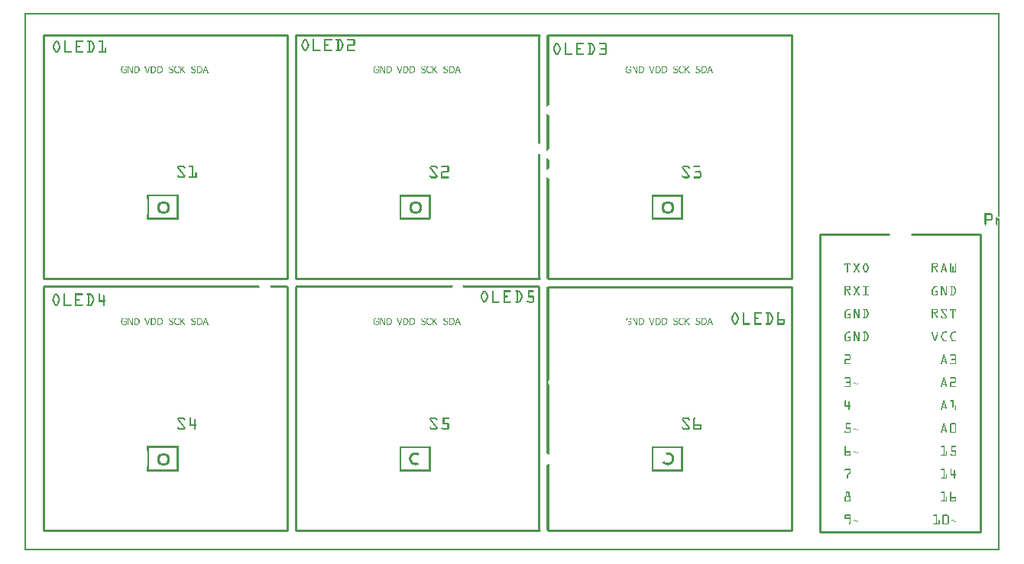
<source format=gto>
G04 MADE WITH FRITZING*
G04 WWW.FRITZING.ORG*
G04 DOUBLE SIDED*
G04 HOLES PLATED*
G04 CONTOUR ON CENTER OF CONTOUR VECTOR*
%ASAXBY*%
%FSLAX23Y23*%
%MOIN*%
%OFA0B0*%
%SFA1.0B1.0*%
%ADD10C,0.057110X0.0362765*%
%ADD11C,0.010417*%
%ADD12C,0.010000*%
%ADD13R,0.001000X0.001000*%
%LNSILK1*%
G90*
G70*
G54D10*
X606Y401D03*
X606Y1501D03*
X1706Y1500D03*
X2807Y1500D03*
G54D11*
X3347Y2253D02*
X3347Y1190D01*
D02*
X2284Y2253D02*
X3347Y2253D01*
D02*
X2284Y1190D02*
X3347Y1190D01*
D02*
X1183Y2253D02*
X2246Y2253D01*
D02*
X1183Y2253D02*
X1183Y1190D01*
D02*
X1183Y1190D02*
X2246Y1190D01*
D02*
X1146Y2253D02*
X1146Y1190D01*
D02*
X83Y2253D02*
X1146Y2253D01*
D02*
X83Y2253D02*
X83Y1190D01*
D02*
X83Y1190D02*
X1146Y1190D01*
D02*
X1146Y1152D02*
X1146Y89D01*
D02*
X83Y1152D02*
X83Y89D01*
D02*
X83Y89D02*
X1146Y89D01*
D02*
X1183Y1152D02*
X1183Y89D01*
D02*
X1183Y89D02*
X2246Y89D01*
D02*
X3347Y1152D02*
X3347Y89D01*
D02*
X2284Y1152D02*
X3347Y1152D01*
D02*
X2284Y89D02*
X3347Y89D01*
G54D12*
D02*
X3471Y1384D02*
X3471Y84D01*
D02*
X3471Y84D02*
X4171Y84D01*
D02*
X4171Y84D02*
X4171Y1384D01*
D02*
X3471Y1384D02*
X3771Y1384D01*
D02*
X3871Y1384D02*
X4171Y1384D01*
G54D13*
X0Y2349D02*
X4253Y2349D01*
X0Y2348D02*
X4253Y2348D01*
X0Y2347D02*
X4253Y2347D01*
X0Y2346D02*
X4253Y2346D01*
X0Y2345D02*
X4253Y2345D01*
X0Y2344D02*
X4253Y2344D01*
X0Y2343D02*
X4253Y2343D01*
X0Y2342D02*
X4253Y2342D01*
X0Y2341D02*
X7Y2341D01*
X4246Y2341D02*
X4253Y2341D01*
X0Y2340D02*
X7Y2340D01*
X4246Y2340D02*
X4253Y2340D01*
X0Y2339D02*
X7Y2339D01*
X4246Y2339D02*
X4253Y2339D01*
X0Y2338D02*
X7Y2338D01*
X4246Y2338D02*
X4253Y2338D01*
X0Y2337D02*
X7Y2337D01*
X4246Y2337D02*
X4253Y2337D01*
X0Y2336D02*
X7Y2336D01*
X4246Y2336D02*
X4253Y2336D01*
X0Y2335D02*
X7Y2335D01*
X4246Y2335D02*
X4253Y2335D01*
X0Y2334D02*
X7Y2334D01*
X4246Y2334D02*
X4253Y2334D01*
X0Y2333D02*
X7Y2333D01*
X4246Y2333D02*
X4253Y2333D01*
X0Y2332D02*
X7Y2332D01*
X4246Y2332D02*
X4253Y2332D01*
X0Y2331D02*
X7Y2331D01*
X4246Y2331D02*
X4253Y2331D01*
X0Y2330D02*
X7Y2330D01*
X4246Y2330D02*
X4253Y2330D01*
X0Y2329D02*
X7Y2329D01*
X4246Y2329D02*
X4253Y2329D01*
X0Y2328D02*
X7Y2328D01*
X4246Y2328D02*
X4253Y2328D01*
X0Y2327D02*
X7Y2327D01*
X4246Y2327D02*
X4253Y2327D01*
X0Y2326D02*
X7Y2326D01*
X4246Y2326D02*
X4253Y2326D01*
X0Y2325D02*
X7Y2325D01*
X4246Y2325D02*
X4253Y2325D01*
X0Y2324D02*
X7Y2324D01*
X4246Y2324D02*
X4253Y2324D01*
X0Y2323D02*
X7Y2323D01*
X4246Y2323D02*
X4253Y2323D01*
X0Y2322D02*
X7Y2322D01*
X4246Y2322D02*
X4253Y2322D01*
X0Y2321D02*
X7Y2321D01*
X4246Y2321D02*
X4253Y2321D01*
X0Y2320D02*
X7Y2320D01*
X4246Y2320D02*
X4253Y2320D01*
X0Y2319D02*
X7Y2319D01*
X4246Y2319D02*
X4253Y2319D01*
X0Y2318D02*
X7Y2318D01*
X4246Y2318D02*
X4253Y2318D01*
X0Y2317D02*
X7Y2317D01*
X4246Y2317D02*
X4253Y2317D01*
X0Y2316D02*
X7Y2316D01*
X4246Y2316D02*
X4253Y2316D01*
X0Y2315D02*
X7Y2315D01*
X4246Y2315D02*
X4253Y2315D01*
X0Y2314D02*
X7Y2314D01*
X4246Y2314D02*
X4253Y2314D01*
X0Y2313D02*
X7Y2313D01*
X4246Y2313D02*
X4253Y2313D01*
X0Y2312D02*
X7Y2312D01*
X4246Y2312D02*
X4253Y2312D01*
X0Y2311D02*
X7Y2311D01*
X4246Y2311D02*
X4253Y2311D01*
X0Y2310D02*
X7Y2310D01*
X4246Y2310D02*
X4253Y2310D01*
X0Y2309D02*
X7Y2309D01*
X4246Y2309D02*
X4253Y2309D01*
X0Y2308D02*
X7Y2308D01*
X4246Y2308D02*
X4253Y2308D01*
X0Y2307D02*
X7Y2307D01*
X4246Y2307D02*
X4253Y2307D01*
X0Y2306D02*
X7Y2306D01*
X4246Y2306D02*
X4253Y2306D01*
X0Y2305D02*
X7Y2305D01*
X4246Y2305D02*
X4253Y2305D01*
X0Y2304D02*
X7Y2304D01*
X4246Y2304D02*
X4253Y2304D01*
X0Y2303D02*
X7Y2303D01*
X4246Y2303D02*
X4253Y2303D01*
X0Y2302D02*
X7Y2302D01*
X4246Y2302D02*
X4253Y2302D01*
X0Y2301D02*
X7Y2301D01*
X4246Y2301D02*
X4253Y2301D01*
X0Y2300D02*
X7Y2300D01*
X4246Y2300D02*
X4253Y2300D01*
X0Y2299D02*
X7Y2299D01*
X4246Y2299D02*
X4253Y2299D01*
X0Y2298D02*
X7Y2298D01*
X4246Y2298D02*
X4253Y2298D01*
X0Y2297D02*
X7Y2297D01*
X4246Y2297D02*
X4253Y2297D01*
X0Y2296D02*
X7Y2296D01*
X4246Y2296D02*
X4253Y2296D01*
X0Y2295D02*
X7Y2295D01*
X4246Y2295D02*
X4253Y2295D01*
X0Y2294D02*
X7Y2294D01*
X4246Y2294D02*
X4253Y2294D01*
X0Y2293D02*
X7Y2293D01*
X4246Y2293D02*
X4253Y2293D01*
X0Y2292D02*
X7Y2292D01*
X4246Y2292D02*
X4253Y2292D01*
X0Y2291D02*
X7Y2291D01*
X4246Y2291D02*
X4253Y2291D01*
X0Y2290D02*
X7Y2290D01*
X4246Y2290D02*
X4253Y2290D01*
X0Y2289D02*
X7Y2289D01*
X4246Y2289D02*
X4253Y2289D01*
X0Y2288D02*
X7Y2288D01*
X4246Y2288D02*
X4253Y2288D01*
X0Y2287D02*
X7Y2287D01*
X4246Y2287D02*
X4253Y2287D01*
X0Y2286D02*
X7Y2286D01*
X4246Y2286D02*
X4253Y2286D01*
X0Y2285D02*
X7Y2285D01*
X4246Y2285D02*
X4253Y2285D01*
X0Y2284D02*
X7Y2284D01*
X4246Y2284D02*
X4253Y2284D01*
X0Y2283D02*
X7Y2283D01*
X4246Y2283D02*
X4253Y2283D01*
X0Y2282D02*
X7Y2282D01*
X4246Y2282D02*
X4253Y2282D01*
X0Y2281D02*
X7Y2281D01*
X4246Y2281D02*
X4253Y2281D01*
X0Y2280D02*
X7Y2280D01*
X4246Y2280D02*
X4253Y2280D01*
X0Y2279D02*
X7Y2279D01*
X4246Y2279D02*
X4253Y2279D01*
X0Y2278D02*
X7Y2278D01*
X4246Y2278D02*
X4253Y2278D01*
X0Y2277D02*
X7Y2277D01*
X4246Y2277D02*
X4253Y2277D01*
X0Y2276D02*
X7Y2276D01*
X4246Y2276D02*
X4253Y2276D01*
X0Y2275D02*
X7Y2275D01*
X4246Y2275D02*
X4253Y2275D01*
X0Y2274D02*
X7Y2274D01*
X4246Y2274D02*
X4253Y2274D01*
X0Y2273D02*
X7Y2273D01*
X4246Y2273D02*
X4253Y2273D01*
X0Y2272D02*
X7Y2272D01*
X4246Y2272D02*
X4253Y2272D01*
X0Y2271D02*
X7Y2271D01*
X4246Y2271D02*
X4253Y2271D01*
X0Y2270D02*
X7Y2270D01*
X4246Y2270D02*
X4253Y2270D01*
X0Y2269D02*
X7Y2269D01*
X4246Y2269D02*
X4253Y2269D01*
X0Y2268D02*
X7Y2268D01*
X4246Y2268D02*
X4253Y2268D01*
X0Y2267D02*
X7Y2267D01*
X4246Y2267D02*
X4253Y2267D01*
X0Y2266D02*
X7Y2266D01*
X4246Y2266D02*
X4253Y2266D01*
X0Y2265D02*
X7Y2265D01*
X4246Y2265D02*
X4253Y2265D01*
X0Y2264D02*
X7Y2264D01*
X4246Y2264D02*
X4253Y2264D01*
X0Y2263D02*
X7Y2263D01*
X4246Y2263D02*
X4253Y2263D01*
X0Y2262D02*
X7Y2262D01*
X4246Y2262D02*
X4253Y2262D01*
X0Y2261D02*
X7Y2261D01*
X4246Y2261D02*
X4253Y2261D01*
X0Y2260D02*
X7Y2260D01*
X4246Y2260D02*
X4253Y2260D01*
X0Y2259D02*
X7Y2259D01*
X4246Y2259D02*
X4253Y2259D01*
X0Y2258D02*
X7Y2258D01*
X4246Y2258D02*
X4253Y2258D01*
X0Y2257D02*
X7Y2257D01*
X4246Y2257D02*
X4253Y2257D01*
X0Y2256D02*
X7Y2256D01*
X4246Y2256D02*
X4253Y2256D01*
X0Y2255D02*
X7Y2255D01*
X4246Y2255D02*
X4253Y2255D01*
X0Y2254D02*
X7Y2254D01*
X4246Y2254D02*
X4253Y2254D01*
X0Y2253D02*
X7Y2253D01*
X2241Y2253D02*
X2250Y2253D01*
X2278Y2253D02*
X2288Y2253D01*
X4246Y2253D02*
X4253Y2253D01*
X0Y2252D02*
X7Y2252D01*
X2241Y2252D02*
X2250Y2252D01*
X2278Y2252D02*
X2288Y2252D01*
X4246Y2252D02*
X4253Y2252D01*
X0Y2251D02*
X7Y2251D01*
X2241Y2251D02*
X2250Y2251D01*
X2278Y2251D02*
X2288Y2251D01*
X4246Y2251D02*
X4253Y2251D01*
X0Y2250D02*
X7Y2250D01*
X2241Y2250D02*
X2250Y2250D01*
X2278Y2250D02*
X2288Y2250D01*
X4246Y2250D02*
X4253Y2250D01*
X0Y2249D02*
X7Y2249D01*
X2241Y2249D02*
X2250Y2249D01*
X2278Y2249D02*
X2288Y2249D01*
X4246Y2249D02*
X4253Y2249D01*
X0Y2248D02*
X7Y2248D01*
X2241Y2248D02*
X2250Y2248D01*
X2278Y2248D02*
X2288Y2248D01*
X4246Y2248D02*
X4253Y2248D01*
X0Y2247D02*
X7Y2247D01*
X2241Y2247D02*
X2250Y2247D01*
X2278Y2247D02*
X2288Y2247D01*
X4246Y2247D02*
X4253Y2247D01*
X0Y2246D02*
X7Y2246D01*
X2241Y2246D02*
X2250Y2246D01*
X2278Y2246D02*
X2288Y2246D01*
X4246Y2246D02*
X4253Y2246D01*
X0Y2245D02*
X7Y2245D01*
X2241Y2245D02*
X2250Y2245D01*
X2278Y2245D02*
X2288Y2245D01*
X4246Y2245D02*
X4253Y2245D01*
X0Y2244D02*
X7Y2244D01*
X2241Y2244D02*
X2250Y2244D01*
X2278Y2244D02*
X2288Y2244D01*
X4246Y2244D02*
X4253Y2244D01*
X0Y2243D02*
X7Y2243D01*
X2241Y2243D02*
X2250Y2243D01*
X2278Y2243D02*
X2288Y2243D01*
X4246Y2243D02*
X4253Y2243D01*
X0Y2242D02*
X7Y2242D01*
X2241Y2242D02*
X2250Y2242D01*
X2278Y2242D02*
X2288Y2242D01*
X4246Y2242D02*
X4253Y2242D01*
X0Y2241D02*
X7Y2241D01*
X2241Y2241D02*
X2250Y2241D01*
X2278Y2241D02*
X2288Y2241D01*
X4246Y2241D02*
X4253Y2241D01*
X0Y2240D02*
X7Y2240D01*
X2241Y2240D02*
X2250Y2240D01*
X2278Y2240D02*
X2288Y2240D01*
X4246Y2240D02*
X4253Y2240D01*
X0Y2239D02*
X7Y2239D01*
X2241Y2239D02*
X2250Y2239D01*
X2278Y2239D02*
X2288Y2239D01*
X4246Y2239D02*
X4253Y2239D01*
X0Y2238D02*
X7Y2238D01*
X2241Y2238D02*
X2250Y2238D01*
X2278Y2238D02*
X2288Y2238D01*
X4246Y2238D02*
X4253Y2238D01*
X0Y2237D02*
X7Y2237D01*
X2241Y2237D02*
X2250Y2237D01*
X2278Y2237D02*
X2288Y2237D01*
X4246Y2237D02*
X4253Y2237D01*
X0Y2236D02*
X7Y2236D01*
X2241Y2236D02*
X2250Y2236D01*
X2278Y2236D02*
X2288Y2236D01*
X4246Y2236D02*
X4253Y2236D01*
X0Y2235D02*
X7Y2235D01*
X1222Y2235D02*
X1227Y2235D01*
X1259Y2235D02*
X1262Y2235D01*
X1308Y2235D02*
X1340Y2235D01*
X1359Y2235D02*
X1377Y2235D01*
X1409Y2235D02*
X1437Y2235D01*
X2241Y2235D02*
X2250Y2235D01*
X2278Y2235D02*
X2288Y2235D01*
X4246Y2235D02*
X4253Y2235D01*
X0Y2234D02*
X7Y2234D01*
X1220Y2234D02*
X1229Y2234D01*
X1258Y2234D02*
X1263Y2234D01*
X1308Y2234D02*
X1341Y2234D01*
X1358Y2234D02*
X1379Y2234D01*
X1408Y2234D02*
X1439Y2234D01*
X2241Y2234D02*
X2250Y2234D01*
X2278Y2234D02*
X2288Y2234D01*
X4246Y2234D02*
X4253Y2234D01*
X0Y2233D02*
X7Y2233D01*
X1218Y2233D02*
X1230Y2233D01*
X1258Y2233D02*
X1264Y2233D01*
X1308Y2233D02*
X1341Y2233D01*
X1358Y2233D02*
X1380Y2233D01*
X1408Y2233D02*
X1440Y2233D01*
X2241Y2233D02*
X2250Y2233D01*
X2278Y2233D02*
X2288Y2233D01*
X4246Y2233D02*
X4253Y2233D01*
X0Y2232D02*
X7Y2232D01*
X1218Y2232D02*
X1231Y2232D01*
X1258Y2232D02*
X1264Y2232D01*
X1308Y2232D02*
X1341Y2232D01*
X1358Y2232D02*
X1381Y2232D01*
X1408Y2232D02*
X1440Y2232D01*
X2241Y2232D02*
X2250Y2232D01*
X2278Y2232D02*
X2288Y2232D01*
X4246Y2232D02*
X4253Y2232D01*
X0Y2231D02*
X7Y2231D01*
X1217Y2231D02*
X1232Y2231D01*
X1258Y2231D02*
X1264Y2231D01*
X1308Y2231D02*
X1341Y2231D01*
X1358Y2231D02*
X1382Y2231D01*
X1408Y2231D02*
X1441Y2231D01*
X2241Y2231D02*
X2250Y2231D01*
X2278Y2231D02*
X2288Y2231D01*
X4246Y2231D02*
X4253Y2231D01*
X0Y2230D02*
X7Y2230D01*
X1216Y2230D02*
X1232Y2230D01*
X1258Y2230D02*
X1264Y2230D01*
X1308Y2230D02*
X1340Y2230D01*
X1359Y2230D02*
X1382Y2230D01*
X1409Y2230D02*
X1441Y2230D01*
X2241Y2230D02*
X2250Y2230D01*
X2278Y2230D02*
X2288Y2230D01*
X4246Y2230D02*
X4253Y2230D01*
X0Y2229D02*
X7Y2229D01*
X1216Y2229D02*
X1233Y2229D01*
X1258Y2229D02*
X1264Y2229D01*
X1308Y2229D02*
X1339Y2229D01*
X1360Y2229D02*
X1383Y2229D01*
X1410Y2229D02*
X1441Y2229D01*
X2241Y2229D02*
X2250Y2229D01*
X2278Y2229D02*
X2288Y2229D01*
X4246Y2229D02*
X4253Y2229D01*
X0Y2228D02*
X7Y2228D01*
X137Y2228D02*
X143Y2228D01*
X175Y2228D02*
X178Y2228D01*
X223Y2228D02*
X256Y2228D01*
X275Y2228D02*
X293Y2228D01*
X325Y2228D02*
X343Y2228D01*
X1215Y2228D02*
X1223Y2228D01*
X1226Y2228D02*
X1233Y2228D01*
X1258Y2228D02*
X1264Y2228D01*
X1308Y2228D02*
X1314Y2228D01*
X1365Y2228D02*
X1371Y2228D01*
X1376Y2228D02*
X1383Y2228D01*
X1435Y2228D02*
X1441Y2228D01*
X2241Y2228D02*
X2250Y2228D01*
X2278Y2228D02*
X2288Y2228D01*
X4246Y2228D02*
X4253Y2228D01*
X0Y2227D02*
X7Y2227D01*
X135Y2227D02*
X145Y2227D01*
X174Y2227D02*
X179Y2227D01*
X223Y2227D02*
X256Y2227D01*
X274Y2227D02*
X295Y2227D01*
X324Y2227D02*
X343Y2227D01*
X1215Y2227D02*
X1222Y2227D01*
X1227Y2227D02*
X1234Y2227D01*
X1258Y2227D02*
X1264Y2227D01*
X1308Y2227D02*
X1314Y2227D01*
X1365Y2227D02*
X1371Y2227D01*
X1377Y2227D02*
X1384Y2227D01*
X1435Y2227D02*
X1441Y2227D01*
X2241Y2227D02*
X2250Y2227D01*
X2278Y2227D02*
X2288Y2227D01*
X4246Y2227D02*
X4253Y2227D01*
X0Y2226D02*
X7Y2226D01*
X134Y2226D02*
X146Y2226D01*
X173Y2226D02*
X179Y2226D01*
X223Y2226D02*
X257Y2226D01*
X273Y2226D02*
X296Y2226D01*
X323Y2226D02*
X343Y2226D01*
X1214Y2226D02*
X1221Y2226D01*
X1227Y2226D02*
X1234Y2226D01*
X1258Y2226D02*
X1264Y2226D01*
X1308Y2226D02*
X1314Y2226D01*
X1365Y2226D02*
X1371Y2226D01*
X1377Y2226D02*
X1384Y2226D01*
X1435Y2226D02*
X1441Y2226D01*
X2241Y2226D02*
X2250Y2226D01*
X2278Y2226D02*
X2288Y2226D01*
X4246Y2226D02*
X4253Y2226D01*
X0Y2225D02*
X7Y2225D01*
X133Y2225D02*
X147Y2225D01*
X173Y2225D02*
X179Y2225D01*
X223Y2225D02*
X257Y2225D01*
X273Y2225D02*
X297Y2225D01*
X323Y2225D02*
X343Y2225D01*
X1214Y2225D02*
X1221Y2225D01*
X1228Y2225D02*
X1235Y2225D01*
X1258Y2225D02*
X1264Y2225D01*
X1308Y2225D02*
X1314Y2225D01*
X1365Y2225D02*
X1371Y2225D01*
X1378Y2225D02*
X1385Y2225D01*
X1435Y2225D02*
X1441Y2225D01*
X2241Y2225D02*
X2250Y2225D01*
X2278Y2225D02*
X2288Y2225D01*
X4246Y2225D02*
X4253Y2225D01*
X0Y2224D02*
X7Y2224D01*
X133Y2224D02*
X148Y2224D01*
X173Y2224D02*
X179Y2224D01*
X223Y2224D02*
X257Y2224D01*
X274Y2224D02*
X297Y2224D01*
X324Y2224D02*
X343Y2224D01*
X1213Y2224D02*
X1220Y2224D01*
X1229Y2224D02*
X1235Y2224D01*
X1258Y2224D02*
X1264Y2224D01*
X1308Y2224D02*
X1314Y2224D01*
X1365Y2224D02*
X1371Y2224D01*
X1379Y2224D02*
X1385Y2224D01*
X1435Y2224D02*
X1441Y2224D01*
X2241Y2224D02*
X2250Y2224D01*
X2278Y2224D02*
X2288Y2224D01*
X4246Y2224D02*
X4253Y2224D01*
X0Y2223D02*
X7Y2223D01*
X132Y2223D02*
X148Y2223D01*
X173Y2223D02*
X179Y2223D01*
X223Y2223D02*
X256Y2223D01*
X274Y2223D02*
X298Y2223D01*
X324Y2223D02*
X343Y2223D01*
X1213Y2223D02*
X1220Y2223D01*
X1229Y2223D02*
X1236Y2223D01*
X1258Y2223D02*
X1264Y2223D01*
X1308Y2223D02*
X1314Y2223D01*
X1365Y2223D02*
X1371Y2223D01*
X1379Y2223D02*
X1386Y2223D01*
X1435Y2223D02*
X1441Y2223D01*
X2241Y2223D02*
X2250Y2223D01*
X2278Y2223D02*
X2288Y2223D01*
X4246Y2223D02*
X4253Y2223D01*
X0Y2222D02*
X7Y2222D01*
X132Y2222D02*
X149Y2222D01*
X173Y2222D02*
X179Y2222D01*
X223Y2222D02*
X254Y2222D01*
X276Y2222D02*
X299Y2222D01*
X326Y2222D02*
X343Y2222D01*
X1212Y2222D02*
X1219Y2222D01*
X1230Y2222D02*
X1236Y2222D01*
X1258Y2222D02*
X1264Y2222D01*
X1308Y2222D02*
X1314Y2222D01*
X1365Y2222D02*
X1371Y2222D01*
X1380Y2222D02*
X1386Y2222D01*
X1435Y2222D02*
X1441Y2222D01*
X2241Y2222D02*
X2250Y2222D01*
X2278Y2222D02*
X2288Y2222D01*
X4246Y2222D02*
X4253Y2222D01*
X0Y2221D02*
X7Y2221D01*
X131Y2221D02*
X138Y2221D01*
X142Y2221D02*
X149Y2221D01*
X173Y2221D02*
X179Y2221D01*
X223Y2221D02*
X229Y2221D01*
X280Y2221D02*
X286Y2221D01*
X292Y2221D02*
X299Y2221D01*
X337Y2221D02*
X343Y2221D01*
X1212Y2221D02*
X1219Y2221D01*
X1230Y2221D02*
X1237Y2221D01*
X1258Y2221D02*
X1264Y2221D01*
X1308Y2221D02*
X1314Y2221D01*
X1365Y2221D02*
X1371Y2221D01*
X1380Y2221D02*
X1387Y2221D01*
X1435Y2221D02*
X1441Y2221D01*
X2241Y2221D02*
X2250Y2221D01*
X2278Y2221D02*
X2288Y2221D01*
X4246Y2221D02*
X4253Y2221D01*
X0Y2220D02*
X7Y2220D01*
X131Y2220D02*
X137Y2220D01*
X143Y2220D02*
X150Y2220D01*
X173Y2220D02*
X179Y2220D01*
X223Y2220D02*
X229Y2220D01*
X280Y2220D02*
X286Y2220D01*
X293Y2220D02*
X300Y2220D01*
X337Y2220D02*
X343Y2220D01*
X1211Y2220D02*
X1218Y2220D01*
X1231Y2220D02*
X1237Y2220D01*
X1258Y2220D02*
X1264Y2220D01*
X1308Y2220D02*
X1314Y2220D01*
X1365Y2220D02*
X1371Y2220D01*
X1381Y2220D02*
X1387Y2220D01*
X1435Y2220D02*
X1441Y2220D01*
X2241Y2220D02*
X2250Y2220D01*
X2278Y2220D02*
X2288Y2220D01*
X4246Y2220D02*
X4253Y2220D01*
X0Y2219D02*
X7Y2219D01*
X130Y2219D02*
X137Y2219D01*
X143Y2219D02*
X150Y2219D01*
X173Y2219D02*
X179Y2219D01*
X223Y2219D02*
X229Y2219D01*
X280Y2219D02*
X286Y2219D01*
X293Y2219D02*
X300Y2219D01*
X337Y2219D02*
X343Y2219D01*
X1211Y2219D02*
X1218Y2219D01*
X1231Y2219D02*
X1238Y2219D01*
X1258Y2219D02*
X1264Y2219D01*
X1308Y2219D02*
X1314Y2219D01*
X1365Y2219D02*
X1371Y2219D01*
X1381Y2219D02*
X1388Y2219D01*
X1435Y2219D02*
X1441Y2219D01*
X2241Y2219D02*
X2250Y2219D01*
X2278Y2219D02*
X2288Y2219D01*
X2320Y2219D02*
X2325Y2219D01*
X2357Y2219D02*
X2360Y2219D01*
X2406Y2219D02*
X2438Y2219D01*
X2457Y2219D02*
X2475Y2219D01*
X2507Y2219D02*
X2535Y2219D01*
X4246Y2219D02*
X4253Y2219D01*
X0Y2218D02*
X7Y2218D01*
X130Y2218D02*
X136Y2218D01*
X144Y2218D02*
X151Y2218D01*
X173Y2218D02*
X179Y2218D01*
X223Y2218D02*
X229Y2218D01*
X280Y2218D02*
X286Y2218D01*
X294Y2218D02*
X301Y2218D01*
X337Y2218D02*
X343Y2218D01*
X1210Y2218D02*
X1217Y2218D01*
X1232Y2218D02*
X1238Y2218D01*
X1258Y2218D02*
X1264Y2218D01*
X1308Y2218D02*
X1314Y2218D01*
X1365Y2218D02*
X1371Y2218D01*
X1382Y2218D02*
X1388Y2218D01*
X1435Y2218D02*
X1441Y2218D01*
X2241Y2218D02*
X2250Y2218D01*
X2278Y2218D02*
X2288Y2218D01*
X2318Y2218D02*
X2327Y2218D01*
X2356Y2218D02*
X2361Y2218D01*
X2406Y2218D02*
X2439Y2218D01*
X2456Y2218D02*
X2477Y2218D01*
X2506Y2218D02*
X2537Y2218D01*
X4246Y2218D02*
X4253Y2218D01*
X0Y2217D02*
X7Y2217D01*
X129Y2217D02*
X136Y2217D01*
X144Y2217D02*
X151Y2217D01*
X173Y2217D02*
X179Y2217D01*
X223Y2217D02*
X229Y2217D01*
X280Y2217D02*
X286Y2217D01*
X294Y2217D02*
X301Y2217D01*
X337Y2217D02*
X343Y2217D01*
X1210Y2217D02*
X1217Y2217D01*
X1232Y2217D02*
X1239Y2217D01*
X1258Y2217D02*
X1264Y2217D01*
X1308Y2217D02*
X1314Y2217D01*
X1365Y2217D02*
X1371Y2217D01*
X1382Y2217D02*
X1389Y2217D01*
X1435Y2217D02*
X1441Y2217D01*
X2241Y2217D02*
X2250Y2217D01*
X2278Y2217D02*
X2288Y2217D01*
X2317Y2217D02*
X2328Y2217D01*
X2356Y2217D02*
X2362Y2217D01*
X2406Y2217D02*
X2439Y2217D01*
X2456Y2217D02*
X2478Y2217D01*
X2506Y2217D02*
X2538Y2217D01*
X4246Y2217D02*
X4253Y2217D01*
X0Y2216D02*
X7Y2216D01*
X129Y2216D02*
X135Y2216D01*
X145Y2216D02*
X152Y2216D01*
X173Y2216D02*
X179Y2216D01*
X223Y2216D02*
X229Y2216D01*
X280Y2216D02*
X286Y2216D01*
X295Y2216D02*
X302Y2216D01*
X337Y2216D02*
X343Y2216D01*
X1209Y2216D02*
X1216Y2216D01*
X1233Y2216D02*
X1239Y2216D01*
X1258Y2216D02*
X1264Y2216D01*
X1308Y2216D02*
X1314Y2216D01*
X1365Y2216D02*
X1371Y2216D01*
X1383Y2216D02*
X1389Y2216D01*
X1435Y2216D02*
X1441Y2216D01*
X2241Y2216D02*
X2250Y2216D01*
X2278Y2216D02*
X2288Y2216D01*
X2316Y2216D02*
X2329Y2216D01*
X2356Y2216D02*
X2362Y2216D01*
X2406Y2216D02*
X2439Y2216D01*
X2456Y2216D02*
X2479Y2216D01*
X2506Y2216D02*
X2538Y2216D01*
X4246Y2216D02*
X4253Y2216D01*
X0Y2215D02*
X7Y2215D01*
X128Y2215D02*
X135Y2215D01*
X145Y2215D02*
X152Y2215D01*
X173Y2215D02*
X179Y2215D01*
X223Y2215D02*
X229Y2215D01*
X280Y2215D02*
X286Y2215D01*
X295Y2215D02*
X302Y2215D01*
X337Y2215D02*
X343Y2215D01*
X1209Y2215D02*
X1216Y2215D01*
X1233Y2215D02*
X1240Y2215D01*
X1258Y2215D02*
X1264Y2215D01*
X1308Y2215D02*
X1314Y2215D01*
X1365Y2215D02*
X1371Y2215D01*
X1383Y2215D02*
X1390Y2215D01*
X1435Y2215D02*
X1441Y2215D01*
X2241Y2215D02*
X2250Y2215D01*
X2278Y2215D02*
X2288Y2215D01*
X2315Y2215D02*
X2330Y2215D01*
X2356Y2215D02*
X2362Y2215D01*
X2406Y2215D02*
X2439Y2215D01*
X2456Y2215D02*
X2480Y2215D01*
X2506Y2215D02*
X2539Y2215D01*
X4246Y2215D02*
X4253Y2215D01*
X0Y2214D02*
X7Y2214D01*
X128Y2214D02*
X134Y2214D01*
X146Y2214D02*
X153Y2214D01*
X173Y2214D02*
X179Y2214D01*
X223Y2214D02*
X229Y2214D01*
X280Y2214D02*
X286Y2214D01*
X296Y2214D02*
X303Y2214D01*
X337Y2214D02*
X343Y2214D01*
X1209Y2214D02*
X1215Y2214D01*
X1234Y2214D02*
X1240Y2214D01*
X1258Y2214D02*
X1264Y2214D01*
X1308Y2214D02*
X1314Y2214D01*
X1365Y2214D02*
X1371Y2214D01*
X1384Y2214D02*
X1390Y2214D01*
X1435Y2214D02*
X1441Y2214D01*
X2241Y2214D02*
X2250Y2214D01*
X2278Y2214D02*
X2288Y2214D01*
X2314Y2214D02*
X2330Y2214D01*
X2356Y2214D02*
X2362Y2214D01*
X2406Y2214D02*
X2438Y2214D01*
X2457Y2214D02*
X2480Y2214D01*
X2507Y2214D02*
X2539Y2214D01*
X4246Y2214D02*
X4253Y2214D01*
X0Y2213D02*
X7Y2213D01*
X127Y2213D02*
X134Y2213D01*
X146Y2213D02*
X153Y2213D01*
X173Y2213D02*
X179Y2213D01*
X223Y2213D02*
X229Y2213D01*
X280Y2213D02*
X286Y2213D01*
X296Y2213D02*
X303Y2213D01*
X337Y2213D02*
X343Y2213D01*
X1208Y2213D02*
X1215Y2213D01*
X1234Y2213D02*
X1241Y2213D01*
X1258Y2213D02*
X1264Y2213D01*
X1308Y2213D02*
X1314Y2213D01*
X1365Y2213D02*
X1371Y2213D01*
X1384Y2213D02*
X1391Y2213D01*
X1435Y2213D02*
X1441Y2213D01*
X2241Y2213D02*
X2250Y2213D01*
X2278Y2213D02*
X2288Y2213D01*
X2314Y2213D02*
X2331Y2213D01*
X2356Y2213D02*
X2362Y2213D01*
X2406Y2213D02*
X2437Y2213D01*
X2458Y2213D02*
X2481Y2213D01*
X2508Y2213D02*
X2539Y2213D01*
X4246Y2213D02*
X4253Y2213D01*
X0Y2212D02*
X7Y2212D01*
X127Y2212D02*
X133Y2212D01*
X147Y2212D02*
X154Y2212D01*
X173Y2212D02*
X179Y2212D01*
X223Y2212D02*
X229Y2212D01*
X280Y2212D02*
X286Y2212D01*
X297Y2212D02*
X304Y2212D01*
X337Y2212D02*
X343Y2212D01*
X1208Y2212D02*
X1214Y2212D01*
X1234Y2212D02*
X1241Y2212D01*
X1258Y2212D02*
X1264Y2212D01*
X1308Y2212D02*
X1325Y2212D01*
X1365Y2212D02*
X1371Y2212D01*
X1384Y2212D02*
X1391Y2212D01*
X1413Y2212D02*
X1441Y2212D01*
X2241Y2212D02*
X2250Y2212D01*
X2278Y2212D02*
X2288Y2212D01*
X2313Y2212D02*
X2321Y2212D01*
X2324Y2212D02*
X2331Y2212D01*
X2356Y2212D02*
X2362Y2212D01*
X2406Y2212D02*
X2412Y2212D01*
X2463Y2212D02*
X2469Y2212D01*
X2474Y2212D02*
X2481Y2212D01*
X2533Y2212D02*
X2539Y2212D01*
X4246Y2212D02*
X4253Y2212D01*
X0Y2211D02*
X7Y2211D01*
X126Y2211D02*
X133Y2211D01*
X147Y2211D02*
X154Y2211D01*
X173Y2211D02*
X179Y2211D01*
X223Y2211D02*
X229Y2211D01*
X280Y2211D02*
X286Y2211D01*
X297Y2211D02*
X304Y2211D01*
X337Y2211D02*
X343Y2211D01*
X1208Y2211D02*
X1214Y2211D01*
X1235Y2211D02*
X1241Y2211D01*
X1258Y2211D02*
X1264Y2211D01*
X1308Y2211D02*
X1326Y2211D01*
X1365Y2211D02*
X1371Y2211D01*
X1385Y2211D02*
X1391Y2211D01*
X1411Y2211D02*
X1441Y2211D01*
X2241Y2211D02*
X2250Y2211D01*
X2278Y2211D02*
X2288Y2211D01*
X2313Y2211D02*
X2320Y2211D01*
X2325Y2211D02*
X2332Y2211D01*
X2356Y2211D02*
X2362Y2211D01*
X2406Y2211D02*
X2412Y2211D01*
X2463Y2211D02*
X2469Y2211D01*
X2475Y2211D02*
X2482Y2211D01*
X2533Y2211D02*
X2539Y2211D01*
X4246Y2211D02*
X4253Y2211D01*
X0Y2210D02*
X7Y2210D01*
X126Y2210D02*
X132Y2210D01*
X148Y2210D02*
X155Y2210D01*
X173Y2210D02*
X179Y2210D01*
X223Y2210D02*
X229Y2210D01*
X280Y2210D02*
X286Y2210D01*
X298Y2210D02*
X305Y2210D01*
X337Y2210D02*
X343Y2210D01*
X1208Y2210D02*
X1214Y2210D01*
X1235Y2210D02*
X1241Y2210D01*
X1258Y2210D02*
X1264Y2210D01*
X1308Y2210D02*
X1327Y2210D01*
X1365Y2210D02*
X1371Y2210D01*
X1385Y2210D02*
X1391Y2210D01*
X1410Y2210D02*
X1441Y2210D01*
X2241Y2210D02*
X2250Y2210D01*
X2278Y2210D02*
X2288Y2210D01*
X2312Y2210D02*
X2319Y2210D01*
X2326Y2210D02*
X2332Y2210D01*
X2356Y2210D02*
X2362Y2210D01*
X2406Y2210D02*
X2412Y2210D01*
X2463Y2210D02*
X2469Y2210D01*
X2476Y2210D02*
X2482Y2210D01*
X2533Y2210D02*
X2539Y2210D01*
X4246Y2210D02*
X4253Y2210D01*
X0Y2209D02*
X7Y2209D01*
X125Y2209D02*
X132Y2209D01*
X148Y2209D02*
X155Y2209D01*
X173Y2209D02*
X179Y2209D01*
X223Y2209D02*
X229Y2209D01*
X280Y2209D02*
X286Y2209D01*
X298Y2209D02*
X305Y2209D01*
X337Y2209D02*
X343Y2209D01*
X1208Y2209D02*
X1214Y2209D01*
X1235Y2209D02*
X1241Y2209D01*
X1258Y2209D02*
X1264Y2209D01*
X1308Y2209D02*
X1327Y2209D01*
X1365Y2209D02*
X1371Y2209D01*
X1385Y2209D02*
X1391Y2209D01*
X1409Y2209D02*
X1440Y2209D01*
X2241Y2209D02*
X2250Y2209D01*
X2278Y2209D02*
X2288Y2209D01*
X2312Y2209D02*
X2319Y2209D01*
X2326Y2209D02*
X2333Y2209D01*
X2356Y2209D02*
X2362Y2209D01*
X2406Y2209D02*
X2412Y2209D01*
X2463Y2209D02*
X2469Y2209D01*
X2476Y2209D02*
X2483Y2209D01*
X2533Y2209D02*
X2539Y2209D01*
X4246Y2209D02*
X4253Y2209D01*
X0Y2208D02*
X7Y2208D01*
X125Y2208D02*
X131Y2208D01*
X149Y2208D02*
X156Y2208D01*
X173Y2208D02*
X179Y2208D01*
X223Y2208D02*
X229Y2208D01*
X280Y2208D02*
X286Y2208D01*
X299Y2208D02*
X306Y2208D01*
X337Y2208D02*
X343Y2208D01*
X1208Y2208D02*
X1214Y2208D01*
X1235Y2208D02*
X1241Y2208D01*
X1258Y2208D02*
X1264Y2208D01*
X1308Y2208D02*
X1327Y2208D01*
X1365Y2208D02*
X1371Y2208D01*
X1385Y2208D02*
X1391Y2208D01*
X1408Y2208D02*
X1440Y2208D01*
X2241Y2208D02*
X2250Y2208D01*
X2278Y2208D02*
X2288Y2208D01*
X2311Y2208D02*
X2318Y2208D01*
X2327Y2208D02*
X2333Y2208D01*
X2356Y2208D02*
X2362Y2208D01*
X2406Y2208D02*
X2412Y2208D01*
X2463Y2208D02*
X2469Y2208D01*
X2477Y2208D02*
X2483Y2208D01*
X2533Y2208D02*
X2539Y2208D01*
X4246Y2208D02*
X4253Y2208D01*
X0Y2207D02*
X7Y2207D01*
X124Y2207D02*
X131Y2207D01*
X149Y2207D02*
X156Y2207D01*
X173Y2207D02*
X179Y2207D01*
X223Y2207D02*
X229Y2207D01*
X280Y2207D02*
X286Y2207D01*
X299Y2207D02*
X306Y2207D01*
X337Y2207D02*
X343Y2207D01*
X1208Y2207D02*
X1214Y2207D01*
X1235Y2207D02*
X1241Y2207D01*
X1258Y2207D02*
X1264Y2207D01*
X1308Y2207D02*
X1327Y2207D01*
X1365Y2207D02*
X1371Y2207D01*
X1385Y2207D02*
X1391Y2207D01*
X1408Y2207D02*
X1439Y2207D01*
X2241Y2207D02*
X2250Y2207D01*
X2278Y2207D02*
X2288Y2207D01*
X2311Y2207D02*
X2318Y2207D01*
X2327Y2207D02*
X2334Y2207D01*
X2356Y2207D02*
X2362Y2207D01*
X2406Y2207D02*
X2412Y2207D01*
X2463Y2207D02*
X2469Y2207D01*
X2477Y2207D02*
X2484Y2207D01*
X2533Y2207D02*
X2539Y2207D01*
X4246Y2207D02*
X4253Y2207D01*
X0Y2206D02*
X7Y2206D01*
X124Y2206D02*
X130Y2206D01*
X150Y2206D02*
X156Y2206D01*
X173Y2206D02*
X179Y2206D01*
X223Y2206D02*
X229Y2206D01*
X280Y2206D02*
X286Y2206D01*
X300Y2206D02*
X306Y2206D01*
X337Y2206D02*
X343Y2206D01*
X1208Y2206D02*
X1214Y2206D01*
X1235Y2206D02*
X1241Y2206D01*
X1258Y2206D02*
X1264Y2206D01*
X1308Y2206D02*
X1326Y2206D01*
X1365Y2206D02*
X1371Y2206D01*
X1385Y2206D02*
X1391Y2206D01*
X1408Y2206D02*
X1437Y2206D01*
X2241Y2206D02*
X2250Y2206D01*
X2278Y2206D02*
X2288Y2206D01*
X2310Y2206D02*
X2317Y2206D01*
X2328Y2206D02*
X2334Y2206D01*
X2356Y2206D02*
X2362Y2206D01*
X2406Y2206D02*
X2412Y2206D01*
X2463Y2206D02*
X2469Y2206D01*
X2478Y2206D02*
X2484Y2206D01*
X2533Y2206D02*
X2539Y2206D01*
X4246Y2206D02*
X4253Y2206D01*
X0Y2205D02*
X7Y2205D01*
X124Y2205D02*
X130Y2205D01*
X150Y2205D02*
X157Y2205D01*
X173Y2205D02*
X179Y2205D01*
X223Y2205D02*
X241Y2205D01*
X280Y2205D02*
X286Y2205D01*
X300Y2205D02*
X307Y2205D01*
X337Y2205D02*
X343Y2205D01*
X1208Y2205D02*
X1214Y2205D01*
X1234Y2205D02*
X1241Y2205D01*
X1258Y2205D02*
X1264Y2205D01*
X1308Y2205D02*
X1314Y2205D01*
X1365Y2205D02*
X1371Y2205D01*
X1384Y2205D02*
X1391Y2205D01*
X1408Y2205D02*
X1414Y2205D01*
X2241Y2205D02*
X2250Y2205D01*
X2278Y2205D02*
X2288Y2205D01*
X2310Y2205D02*
X2317Y2205D01*
X2328Y2205D02*
X2335Y2205D01*
X2356Y2205D02*
X2362Y2205D01*
X2406Y2205D02*
X2412Y2205D01*
X2463Y2205D02*
X2469Y2205D01*
X2478Y2205D02*
X2485Y2205D01*
X2533Y2205D02*
X2539Y2205D01*
X4246Y2205D02*
X4253Y2205D01*
X0Y2204D02*
X7Y2204D01*
X124Y2204D02*
X130Y2204D01*
X151Y2204D02*
X157Y2204D01*
X173Y2204D02*
X179Y2204D01*
X223Y2204D02*
X242Y2204D01*
X280Y2204D02*
X286Y2204D01*
X301Y2204D02*
X307Y2204D01*
X337Y2204D02*
X343Y2204D01*
X1208Y2204D02*
X1215Y2204D01*
X1234Y2204D02*
X1240Y2204D01*
X1258Y2204D02*
X1264Y2204D01*
X1308Y2204D02*
X1314Y2204D01*
X1365Y2204D02*
X1371Y2204D01*
X1384Y2204D02*
X1390Y2204D01*
X1408Y2204D02*
X1414Y2204D01*
X2241Y2204D02*
X2250Y2204D01*
X2278Y2204D02*
X2288Y2204D01*
X2309Y2204D02*
X2316Y2204D01*
X2329Y2204D02*
X2335Y2204D01*
X2356Y2204D02*
X2362Y2204D01*
X2406Y2204D02*
X2412Y2204D01*
X2463Y2204D02*
X2469Y2204D01*
X2479Y2204D02*
X2485Y2204D01*
X2533Y2204D02*
X2539Y2204D01*
X4246Y2204D02*
X4253Y2204D01*
X0Y2203D02*
X7Y2203D01*
X123Y2203D02*
X130Y2203D01*
X151Y2203D02*
X157Y2203D01*
X173Y2203D02*
X179Y2203D01*
X223Y2203D02*
X243Y2203D01*
X280Y2203D02*
X286Y2203D01*
X301Y2203D02*
X307Y2203D01*
X337Y2203D02*
X343Y2203D01*
X1209Y2203D02*
X1215Y2203D01*
X1233Y2203D02*
X1240Y2203D01*
X1258Y2203D02*
X1264Y2203D01*
X1308Y2203D02*
X1314Y2203D01*
X1365Y2203D02*
X1371Y2203D01*
X1383Y2203D02*
X1390Y2203D01*
X1408Y2203D02*
X1414Y2203D01*
X2241Y2203D02*
X2250Y2203D01*
X2278Y2203D02*
X2288Y2203D01*
X2309Y2203D02*
X2316Y2203D01*
X2329Y2203D02*
X2336Y2203D01*
X2356Y2203D02*
X2362Y2203D01*
X2406Y2203D02*
X2412Y2203D01*
X2463Y2203D02*
X2469Y2203D01*
X2479Y2203D02*
X2486Y2203D01*
X2533Y2203D02*
X2539Y2203D01*
X4246Y2203D02*
X4253Y2203D01*
X0Y2202D02*
X7Y2202D01*
X123Y2202D02*
X129Y2202D01*
X151Y2202D02*
X157Y2202D01*
X173Y2202D02*
X179Y2202D01*
X223Y2202D02*
X243Y2202D01*
X280Y2202D02*
X286Y2202D01*
X301Y2202D02*
X307Y2202D01*
X337Y2202D02*
X343Y2202D01*
X1209Y2202D02*
X1216Y2202D01*
X1233Y2202D02*
X1240Y2202D01*
X1258Y2202D02*
X1264Y2202D01*
X1308Y2202D02*
X1314Y2202D01*
X1365Y2202D02*
X1371Y2202D01*
X1383Y2202D02*
X1390Y2202D01*
X1408Y2202D02*
X1414Y2202D01*
X2241Y2202D02*
X2250Y2202D01*
X2278Y2202D02*
X2288Y2202D01*
X2308Y2202D02*
X2315Y2202D01*
X2330Y2202D02*
X2336Y2202D01*
X2356Y2202D02*
X2362Y2202D01*
X2406Y2202D02*
X2412Y2202D01*
X2463Y2202D02*
X2469Y2202D01*
X2480Y2202D02*
X2486Y2202D01*
X2533Y2202D02*
X2539Y2202D01*
X4246Y2202D02*
X4253Y2202D01*
X0Y2201D02*
X7Y2201D01*
X123Y2201D02*
X129Y2201D01*
X151Y2201D02*
X157Y2201D01*
X173Y2201D02*
X179Y2201D01*
X223Y2201D02*
X243Y2201D01*
X280Y2201D02*
X286Y2201D01*
X301Y2201D02*
X307Y2201D01*
X337Y2201D02*
X343Y2201D01*
X1210Y2201D02*
X1216Y2201D01*
X1232Y2201D02*
X1239Y2201D01*
X1258Y2201D02*
X1264Y2201D01*
X1308Y2201D02*
X1314Y2201D01*
X1365Y2201D02*
X1371Y2201D01*
X1382Y2201D02*
X1389Y2201D01*
X1408Y2201D02*
X1414Y2201D01*
X2241Y2201D02*
X2250Y2201D01*
X2278Y2201D02*
X2288Y2201D01*
X2308Y2201D02*
X2315Y2201D01*
X2330Y2201D02*
X2337Y2201D01*
X2356Y2201D02*
X2362Y2201D01*
X2406Y2201D02*
X2412Y2201D01*
X2463Y2201D02*
X2469Y2201D01*
X2480Y2201D02*
X2487Y2201D01*
X2533Y2201D02*
X2539Y2201D01*
X4246Y2201D02*
X4253Y2201D01*
X0Y2200D02*
X7Y2200D01*
X123Y2200D02*
X130Y2200D01*
X151Y2200D02*
X157Y2200D01*
X173Y2200D02*
X179Y2200D01*
X223Y2200D02*
X243Y2200D01*
X280Y2200D02*
X286Y2200D01*
X301Y2200D02*
X307Y2200D01*
X337Y2200D02*
X343Y2200D01*
X1210Y2200D02*
X1217Y2200D01*
X1232Y2200D02*
X1239Y2200D01*
X1258Y2200D02*
X1264Y2200D01*
X1308Y2200D02*
X1314Y2200D01*
X1365Y2200D02*
X1371Y2200D01*
X1382Y2200D02*
X1389Y2200D01*
X1408Y2200D02*
X1414Y2200D01*
X2241Y2200D02*
X2250Y2200D01*
X2278Y2200D02*
X2288Y2200D01*
X2307Y2200D02*
X2314Y2200D01*
X2331Y2200D02*
X2337Y2200D01*
X2356Y2200D02*
X2362Y2200D01*
X2406Y2200D02*
X2412Y2200D01*
X2463Y2200D02*
X2469Y2200D01*
X2481Y2200D02*
X2487Y2200D01*
X2533Y2200D02*
X2539Y2200D01*
X4246Y2200D02*
X4253Y2200D01*
X0Y2199D02*
X7Y2199D01*
X124Y2199D02*
X130Y2199D01*
X150Y2199D02*
X157Y2199D01*
X173Y2199D02*
X179Y2199D01*
X223Y2199D02*
X242Y2199D01*
X280Y2199D02*
X286Y2199D01*
X300Y2199D02*
X307Y2199D01*
X337Y2199D02*
X343Y2199D01*
X353Y2199D02*
X355Y2199D01*
X1211Y2199D02*
X1217Y2199D01*
X1231Y2199D02*
X1238Y2199D01*
X1258Y2199D02*
X1264Y2199D01*
X1308Y2199D02*
X1314Y2199D01*
X1365Y2199D02*
X1371Y2199D01*
X1381Y2199D02*
X1388Y2199D01*
X1408Y2199D02*
X1414Y2199D01*
X2241Y2199D02*
X2250Y2199D01*
X2278Y2199D02*
X2288Y2199D01*
X2307Y2199D02*
X2314Y2199D01*
X2331Y2199D02*
X2338Y2199D01*
X2356Y2199D02*
X2362Y2199D01*
X2406Y2199D02*
X2412Y2199D01*
X2463Y2199D02*
X2469Y2199D01*
X2481Y2199D02*
X2488Y2199D01*
X2533Y2199D02*
X2539Y2199D01*
X4246Y2199D02*
X4253Y2199D01*
X0Y2198D02*
X7Y2198D01*
X124Y2198D02*
X130Y2198D01*
X150Y2198D02*
X156Y2198D01*
X173Y2198D02*
X179Y2198D01*
X223Y2198D02*
X229Y2198D01*
X280Y2198D02*
X286Y2198D01*
X300Y2198D02*
X306Y2198D01*
X337Y2198D02*
X343Y2198D01*
X352Y2198D02*
X356Y2198D01*
X1211Y2198D02*
X1218Y2198D01*
X1231Y2198D02*
X1238Y2198D01*
X1258Y2198D02*
X1264Y2198D01*
X1308Y2198D02*
X1314Y2198D01*
X1365Y2198D02*
X1371Y2198D01*
X1381Y2198D02*
X1388Y2198D01*
X1408Y2198D02*
X1414Y2198D01*
X2241Y2198D02*
X2250Y2198D01*
X2278Y2198D02*
X2288Y2198D01*
X2307Y2198D02*
X2313Y2198D01*
X2332Y2198D02*
X2338Y2198D01*
X2356Y2198D02*
X2362Y2198D01*
X2406Y2198D02*
X2412Y2198D01*
X2463Y2198D02*
X2469Y2198D01*
X2482Y2198D02*
X2488Y2198D01*
X2533Y2198D02*
X2539Y2198D01*
X4246Y2198D02*
X4253Y2198D01*
X0Y2197D02*
X7Y2197D01*
X124Y2197D02*
X131Y2197D01*
X150Y2197D02*
X156Y2197D01*
X173Y2197D02*
X179Y2197D01*
X223Y2197D02*
X229Y2197D01*
X280Y2197D02*
X286Y2197D01*
X300Y2197D02*
X306Y2197D01*
X337Y2197D02*
X343Y2197D01*
X351Y2197D02*
X357Y2197D01*
X1212Y2197D02*
X1218Y2197D01*
X1230Y2197D02*
X1237Y2197D01*
X1258Y2197D02*
X1264Y2197D01*
X1308Y2197D02*
X1314Y2197D01*
X1365Y2197D02*
X1371Y2197D01*
X1380Y2197D02*
X1387Y2197D01*
X1408Y2197D02*
X1414Y2197D01*
X2241Y2197D02*
X2250Y2197D01*
X2278Y2197D02*
X2288Y2197D01*
X2306Y2197D02*
X2313Y2197D01*
X2332Y2197D02*
X2339Y2197D01*
X2356Y2197D02*
X2362Y2197D01*
X2406Y2197D02*
X2412Y2197D01*
X2463Y2197D02*
X2469Y2197D01*
X2482Y2197D02*
X2489Y2197D01*
X2532Y2197D02*
X2539Y2197D01*
X4246Y2197D02*
X4253Y2197D01*
X0Y2196D02*
X7Y2196D01*
X125Y2196D02*
X131Y2196D01*
X149Y2196D02*
X156Y2196D01*
X173Y2196D02*
X179Y2196D01*
X223Y2196D02*
X229Y2196D01*
X280Y2196D02*
X286Y2196D01*
X299Y2196D02*
X306Y2196D01*
X337Y2196D02*
X343Y2196D01*
X351Y2196D02*
X357Y2196D01*
X1212Y2196D02*
X1219Y2196D01*
X1230Y2196D02*
X1237Y2196D01*
X1258Y2196D02*
X1264Y2196D01*
X1308Y2196D02*
X1314Y2196D01*
X1365Y2196D02*
X1371Y2196D01*
X1380Y2196D02*
X1387Y2196D01*
X1408Y2196D02*
X1414Y2196D01*
X2241Y2196D02*
X2250Y2196D01*
X2278Y2196D02*
X2288Y2196D01*
X2306Y2196D02*
X2312Y2196D01*
X2333Y2196D02*
X2339Y2196D01*
X2356Y2196D02*
X2362Y2196D01*
X2406Y2196D02*
X2423Y2196D01*
X2463Y2196D02*
X2469Y2196D01*
X2483Y2196D02*
X2489Y2196D01*
X2515Y2196D02*
X2539Y2196D01*
X4246Y2196D02*
X4253Y2196D01*
X0Y2195D02*
X7Y2195D01*
X125Y2195D02*
X132Y2195D01*
X149Y2195D02*
X155Y2195D01*
X173Y2195D02*
X179Y2195D01*
X223Y2195D02*
X229Y2195D01*
X280Y2195D02*
X286Y2195D01*
X299Y2195D02*
X305Y2195D01*
X337Y2195D02*
X343Y2195D01*
X351Y2195D02*
X357Y2195D01*
X1213Y2195D02*
X1219Y2195D01*
X1229Y2195D02*
X1236Y2195D01*
X1258Y2195D02*
X1264Y2195D01*
X1308Y2195D02*
X1314Y2195D01*
X1365Y2195D02*
X1371Y2195D01*
X1379Y2195D02*
X1386Y2195D01*
X1408Y2195D02*
X1414Y2195D01*
X2241Y2195D02*
X2250Y2195D01*
X2278Y2195D02*
X2288Y2195D01*
X2306Y2195D02*
X2312Y2195D01*
X2333Y2195D02*
X2339Y2195D01*
X2356Y2195D02*
X2362Y2195D01*
X2406Y2195D02*
X2424Y2195D01*
X2463Y2195D02*
X2469Y2195D01*
X2483Y2195D02*
X2489Y2195D01*
X2514Y2195D02*
X2538Y2195D01*
X4246Y2195D02*
X4253Y2195D01*
X0Y2194D02*
X7Y2194D01*
X125Y2194D02*
X132Y2194D01*
X148Y2194D02*
X155Y2194D01*
X173Y2194D02*
X179Y2194D01*
X223Y2194D02*
X229Y2194D01*
X280Y2194D02*
X286Y2194D01*
X298Y2194D02*
X305Y2194D01*
X337Y2194D02*
X343Y2194D01*
X351Y2194D02*
X357Y2194D01*
X1213Y2194D02*
X1220Y2194D01*
X1229Y2194D02*
X1236Y2194D01*
X1258Y2194D02*
X1264Y2194D01*
X1308Y2194D02*
X1314Y2194D01*
X1365Y2194D02*
X1371Y2194D01*
X1379Y2194D02*
X1386Y2194D01*
X1408Y2194D02*
X1414Y2194D01*
X2241Y2194D02*
X2250Y2194D01*
X2278Y2194D02*
X2288Y2194D01*
X2306Y2194D02*
X2312Y2194D01*
X2333Y2194D02*
X2339Y2194D01*
X2356Y2194D02*
X2362Y2194D01*
X2406Y2194D02*
X2425Y2194D01*
X2463Y2194D02*
X2469Y2194D01*
X2483Y2194D02*
X2489Y2194D01*
X2513Y2194D02*
X2538Y2194D01*
X4246Y2194D02*
X4253Y2194D01*
X0Y2193D02*
X7Y2193D01*
X126Y2193D02*
X133Y2193D01*
X148Y2193D02*
X154Y2193D01*
X173Y2193D02*
X179Y2193D01*
X223Y2193D02*
X229Y2193D01*
X280Y2193D02*
X286Y2193D01*
X298Y2193D02*
X304Y2193D01*
X337Y2193D02*
X343Y2193D01*
X351Y2193D02*
X357Y2193D01*
X1214Y2193D02*
X1220Y2193D01*
X1228Y2193D02*
X1235Y2193D01*
X1258Y2193D02*
X1264Y2193D01*
X1308Y2193D02*
X1314Y2193D01*
X1365Y2193D02*
X1371Y2193D01*
X1378Y2193D02*
X1385Y2193D01*
X1408Y2193D02*
X1414Y2193D01*
X2241Y2193D02*
X2250Y2193D01*
X2278Y2193D02*
X2288Y2193D01*
X2306Y2193D02*
X2312Y2193D01*
X2333Y2193D02*
X2339Y2193D01*
X2356Y2193D02*
X2362Y2193D01*
X2406Y2193D02*
X2425Y2193D01*
X2463Y2193D02*
X2469Y2193D01*
X2483Y2193D02*
X2489Y2193D01*
X2513Y2193D02*
X2537Y2193D01*
X4246Y2193D02*
X4253Y2193D01*
X0Y2192D02*
X7Y2192D01*
X126Y2192D02*
X133Y2192D01*
X147Y2192D02*
X154Y2192D01*
X173Y2192D02*
X179Y2192D01*
X223Y2192D02*
X229Y2192D01*
X280Y2192D02*
X286Y2192D01*
X297Y2192D02*
X304Y2192D01*
X337Y2192D02*
X343Y2192D01*
X351Y2192D02*
X357Y2192D01*
X1214Y2192D02*
X1221Y2192D01*
X1228Y2192D02*
X1235Y2192D01*
X1258Y2192D02*
X1264Y2192D01*
X1308Y2192D02*
X1314Y2192D01*
X1365Y2192D02*
X1371Y2192D01*
X1378Y2192D02*
X1385Y2192D01*
X1408Y2192D02*
X1414Y2192D01*
X2241Y2192D02*
X2250Y2192D01*
X2278Y2192D02*
X2288Y2192D01*
X2306Y2192D02*
X2312Y2192D01*
X2333Y2192D02*
X2339Y2192D01*
X2356Y2192D02*
X2362Y2192D01*
X2406Y2192D02*
X2425Y2192D01*
X2463Y2192D02*
X2469Y2192D01*
X2483Y2192D02*
X2489Y2192D01*
X2513Y2192D02*
X2537Y2192D01*
X4246Y2192D02*
X4253Y2192D01*
X0Y2191D02*
X7Y2191D01*
X127Y2191D02*
X134Y2191D01*
X147Y2191D02*
X153Y2191D01*
X173Y2191D02*
X179Y2191D01*
X223Y2191D02*
X229Y2191D01*
X280Y2191D02*
X286Y2191D01*
X297Y2191D02*
X303Y2191D01*
X337Y2191D02*
X343Y2191D01*
X351Y2191D02*
X357Y2191D01*
X1215Y2191D02*
X1221Y2191D01*
X1227Y2191D02*
X1234Y2191D01*
X1258Y2191D02*
X1264Y2191D01*
X1308Y2191D02*
X1314Y2191D01*
X1365Y2191D02*
X1371Y2191D01*
X1377Y2191D02*
X1384Y2191D01*
X1408Y2191D02*
X1414Y2191D01*
X2241Y2191D02*
X2250Y2191D01*
X2278Y2191D02*
X2288Y2191D01*
X2306Y2191D02*
X2312Y2191D01*
X2333Y2191D02*
X2339Y2191D01*
X2356Y2191D02*
X2362Y2191D01*
X2406Y2191D02*
X2425Y2191D01*
X2463Y2191D02*
X2469Y2191D01*
X2483Y2191D02*
X2489Y2191D01*
X2513Y2191D02*
X2538Y2191D01*
X4246Y2191D02*
X4253Y2191D01*
X0Y2190D02*
X7Y2190D01*
X127Y2190D02*
X134Y2190D01*
X146Y2190D02*
X153Y2190D01*
X173Y2190D02*
X179Y2190D01*
X223Y2190D02*
X229Y2190D01*
X280Y2190D02*
X286Y2190D01*
X296Y2190D02*
X303Y2190D01*
X337Y2190D02*
X343Y2190D01*
X351Y2190D02*
X357Y2190D01*
X1215Y2190D02*
X1222Y2190D01*
X1227Y2190D02*
X1234Y2190D01*
X1258Y2190D02*
X1264Y2190D01*
X1308Y2190D02*
X1314Y2190D01*
X1365Y2190D02*
X1371Y2190D01*
X1377Y2190D02*
X1384Y2190D01*
X1408Y2190D02*
X1414Y2190D01*
X2241Y2190D02*
X2250Y2190D01*
X2278Y2190D02*
X2288Y2190D01*
X2306Y2190D02*
X2312Y2190D01*
X2333Y2190D02*
X2339Y2190D01*
X2356Y2190D02*
X2362Y2190D01*
X2406Y2190D02*
X2424Y2190D01*
X2463Y2190D02*
X2469Y2190D01*
X2483Y2190D02*
X2489Y2190D01*
X2514Y2190D02*
X2538Y2190D01*
X4246Y2190D02*
X4253Y2190D01*
X0Y2189D02*
X7Y2189D01*
X128Y2189D02*
X135Y2189D01*
X146Y2189D02*
X152Y2189D01*
X173Y2189D02*
X179Y2189D01*
X223Y2189D02*
X229Y2189D01*
X280Y2189D02*
X286Y2189D01*
X295Y2189D02*
X302Y2189D01*
X337Y2189D02*
X343Y2189D01*
X351Y2189D02*
X357Y2189D01*
X1216Y2189D02*
X1223Y2189D01*
X1226Y2189D02*
X1233Y2189D01*
X1258Y2189D02*
X1264Y2189D01*
X1308Y2189D02*
X1314Y2189D01*
X1364Y2189D02*
X1371Y2189D01*
X1376Y2189D02*
X1383Y2189D01*
X1408Y2189D02*
X1414Y2189D01*
X2241Y2189D02*
X2250Y2189D01*
X2278Y2189D02*
X2288Y2189D01*
X2306Y2189D02*
X2312Y2189D01*
X2332Y2189D02*
X2339Y2189D01*
X2356Y2189D02*
X2362Y2189D01*
X2406Y2189D02*
X2412Y2189D01*
X2463Y2189D02*
X2469Y2189D01*
X2482Y2189D02*
X2489Y2189D01*
X2530Y2189D02*
X2539Y2189D01*
X4246Y2189D02*
X4253Y2189D01*
X0Y2188D02*
X7Y2188D01*
X128Y2188D02*
X135Y2188D01*
X145Y2188D02*
X152Y2188D01*
X173Y2188D02*
X179Y2188D01*
X223Y2188D02*
X229Y2188D01*
X280Y2188D02*
X286Y2188D01*
X295Y2188D02*
X302Y2188D01*
X337Y2188D02*
X343Y2188D01*
X351Y2188D02*
X357Y2188D01*
X1216Y2188D02*
X1233Y2188D01*
X1258Y2188D02*
X1290Y2188D01*
X1308Y2188D02*
X1340Y2188D01*
X1359Y2188D02*
X1383Y2188D01*
X1408Y2188D02*
X1440Y2188D01*
X2241Y2188D02*
X2250Y2188D01*
X2278Y2188D02*
X2288Y2188D01*
X2306Y2188D02*
X2313Y2188D01*
X2332Y2188D02*
X2338Y2188D01*
X2356Y2188D02*
X2362Y2188D01*
X2406Y2188D02*
X2412Y2188D01*
X2463Y2188D02*
X2469Y2188D01*
X2482Y2188D02*
X2488Y2188D01*
X2532Y2188D02*
X2539Y2188D01*
X4246Y2188D02*
X4253Y2188D01*
X0Y2187D02*
X7Y2187D01*
X129Y2187D02*
X136Y2187D01*
X145Y2187D02*
X151Y2187D01*
X173Y2187D02*
X179Y2187D01*
X223Y2187D02*
X229Y2187D01*
X280Y2187D02*
X286Y2187D01*
X294Y2187D02*
X301Y2187D01*
X337Y2187D02*
X343Y2187D01*
X351Y2187D02*
X357Y2187D01*
X1217Y2187D02*
X1232Y2187D01*
X1258Y2187D02*
X1291Y2187D01*
X1308Y2187D02*
X1341Y2187D01*
X1358Y2187D02*
X1382Y2187D01*
X1408Y2187D02*
X1441Y2187D01*
X2241Y2187D02*
X2250Y2187D01*
X2278Y2187D02*
X2288Y2187D01*
X2307Y2187D02*
X2313Y2187D01*
X2331Y2187D02*
X2338Y2187D01*
X2356Y2187D02*
X2362Y2187D01*
X2406Y2187D02*
X2412Y2187D01*
X2463Y2187D02*
X2469Y2187D01*
X2481Y2187D02*
X2488Y2187D01*
X2533Y2187D02*
X2539Y2187D01*
X4246Y2187D02*
X4253Y2187D01*
X0Y2186D02*
X7Y2186D01*
X129Y2186D02*
X136Y2186D01*
X144Y2186D02*
X151Y2186D01*
X173Y2186D02*
X179Y2186D01*
X223Y2186D02*
X229Y2186D01*
X280Y2186D02*
X286Y2186D01*
X294Y2186D02*
X301Y2186D01*
X337Y2186D02*
X343Y2186D01*
X351Y2186D02*
X357Y2186D01*
X1217Y2186D02*
X1232Y2186D01*
X1258Y2186D02*
X1291Y2186D01*
X1308Y2186D02*
X1341Y2186D01*
X1358Y2186D02*
X1382Y2186D01*
X1408Y2186D02*
X1441Y2186D01*
X2241Y2186D02*
X2250Y2186D01*
X2278Y2186D02*
X2288Y2186D01*
X2307Y2186D02*
X2314Y2186D01*
X2331Y2186D02*
X2338Y2186D01*
X2356Y2186D02*
X2362Y2186D01*
X2406Y2186D02*
X2412Y2186D01*
X2463Y2186D02*
X2469Y2186D01*
X2481Y2186D02*
X2488Y2186D01*
X2533Y2186D02*
X2539Y2186D01*
X4246Y2186D02*
X4253Y2186D01*
X0Y2185D02*
X7Y2185D01*
X130Y2185D02*
X137Y2185D01*
X144Y2185D02*
X150Y2185D01*
X173Y2185D02*
X179Y2185D01*
X223Y2185D02*
X229Y2185D01*
X280Y2185D02*
X286Y2185D01*
X293Y2185D02*
X300Y2185D01*
X337Y2185D02*
X343Y2185D01*
X351Y2185D02*
X357Y2185D01*
X1218Y2185D02*
X1231Y2185D01*
X1258Y2185D02*
X1291Y2185D01*
X1308Y2185D02*
X1341Y2185D01*
X1358Y2185D02*
X1381Y2185D01*
X1408Y2185D02*
X1441Y2185D01*
X2241Y2185D02*
X2250Y2185D01*
X2278Y2185D02*
X2288Y2185D01*
X2308Y2185D02*
X2314Y2185D01*
X2331Y2185D02*
X2337Y2185D01*
X2356Y2185D02*
X2362Y2185D01*
X2406Y2185D02*
X2412Y2185D01*
X2463Y2185D02*
X2469Y2185D01*
X2480Y2185D02*
X2487Y2185D01*
X2533Y2185D02*
X2539Y2185D01*
X4246Y2185D02*
X4253Y2185D01*
X0Y2184D02*
X7Y2184D01*
X130Y2184D02*
X137Y2184D01*
X143Y2184D02*
X150Y2184D01*
X173Y2184D02*
X179Y2184D01*
X223Y2184D02*
X229Y2184D01*
X280Y2184D02*
X286Y2184D01*
X293Y2184D02*
X300Y2184D01*
X337Y2184D02*
X343Y2184D01*
X351Y2184D02*
X357Y2184D01*
X1219Y2184D02*
X1230Y2184D01*
X1258Y2184D02*
X1291Y2184D01*
X1308Y2184D02*
X1341Y2184D01*
X1358Y2184D02*
X1380Y2184D01*
X1408Y2184D02*
X1441Y2184D01*
X2241Y2184D02*
X2250Y2184D01*
X2278Y2184D02*
X2288Y2184D01*
X2308Y2184D02*
X2315Y2184D01*
X2330Y2184D02*
X2337Y2184D01*
X2356Y2184D02*
X2362Y2184D01*
X2406Y2184D02*
X2412Y2184D01*
X2463Y2184D02*
X2469Y2184D01*
X2480Y2184D02*
X2487Y2184D01*
X2533Y2184D02*
X2539Y2184D01*
X4246Y2184D02*
X4253Y2184D01*
X0Y2183D02*
X7Y2183D01*
X131Y2183D02*
X138Y2183D01*
X143Y2183D02*
X149Y2183D01*
X173Y2183D02*
X179Y2183D01*
X223Y2183D02*
X229Y2183D01*
X280Y2183D02*
X286Y2183D01*
X292Y2183D02*
X299Y2183D01*
X337Y2183D02*
X343Y2183D01*
X351Y2183D02*
X357Y2183D01*
X1220Y2183D02*
X1229Y2183D01*
X1258Y2183D02*
X1290Y2183D01*
X1308Y2183D02*
X1340Y2183D01*
X1358Y2183D02*
X1378Y2183D01*
X1408Y2183D02*
X1440Y2183D01*
X2241Y2183D02*
X2250Y2183D01*
X2278Y2183D02*
X2288Y2183D01*
X2309Y2183D02*
X2315Y2183D01*
X2330Y2183D02*
X2336Y2183D01*
X2356Y2183D02*
X2362Y2183D01*
X2406Y2183D02*
X2412Y2183D01*
X2463Y2183D02*
X2469Y2183D01*
X2479Y2183D02*
X2486Y2183D01*
X2533Y2183D02*
X2539Y2183D01*
X4246Y2183D02*
X4253Y2183D01*
X0Y2182D02*
X7Y2182D01*
X131Y2182D02*
X139Y2182D01*
X142Y2182D02*
X149Y2182D01*
X173Y2182D02*
X180Y2182D01*
X223Y2182D02*
X230Y2182D01*
X280Y2182D02*
X286Y2182D01*
X291Y2182D02*
X299Y2182D01*
X337Y2182D02*
X343Y2182D01*
X351Y2182D02*
X357Y2182D01*
X1222Y2182D02*
X1227Y2182D01*
X1258Y2182D02*
X1289Y2182D01*
X1308Y2182D02*
X1339Y2182D01*
X1360Y2182D02*
X1376Y2182D01*
X1408Y2182D02*
X1439Y2182D01*
X2241Y2182D02*
X2250Y2182D01*
X2278Y2182D02*
X2288Y2182D01*
X2309Y2182D02*
X2316Y2182D01*
X2329Y2182D02*
X2336Y2182D01*
X2356Y2182D02*
X2362Y2182D01*
X2406Y2182D02*
X2412Y2182D01*
X2463Y2182D02*
X2469Y2182D01*
X2479Y2182D02*
X2486Y2182D01*
X2533Y2182D02*
X2539Y2182D01*
X4246Y2182D02*
X4253Y2182D01*
X0Y2181D02*
X7Y2181D01*
X132Y2181D02*
X148Y2181D01*
X173Y2181D02*
X205Y2181D01*
X223Y2181D02*
X255Y2181D01*
X275Y2181D02*
X298Y2181D01*
X325Y2181D02*
X357Y2181D01*
X2241Y2181D02*
X2250Y2181D01*
X2278Y2181D02*
X2288Y2181D01*
X2310Y2181D02*
X2316Y2181D01*
X2329Y2181D02*
X2335Y2181D01*
X2356Y2181D02*
X2362Y2181D01*
X2406Y2181D02*
X2412Y2181D01*
X2463Y2181D02*
X2469Y2181D01*
X2478Y2181D02*
X2485Y2181D01*
X2533Y2181D02*
X2539Y2181D01*
X4246Y2181D02*
X4253Y2181D01*
X0Y2180D02*
X7Y2180D01*
X132Y2180D02*
X148Y2180D01*
X173Y2180D02*
X206Y2180D01*
X223Y2180D02*
X256Y2180D01*
X274Y2180D02*
X298Y2180D01*
X324Y2180D02*
X357Y2180D01*
X2241Y2180D02*
X2250Y2180D01*
X2278Y2180D02*
X2288Y2180D01*
X2310Y2180D02*
X2317Y2180D01*
X2328Y2180D02*
X2335Y2180D01*
X2356Y2180D02*
X2362Y2180D01*
X2406Y2180D02*
X2412Y2180D01*
X2463Y2180D02*
X2469Y2180D01*
X2478Y2180D02*
X2485Y2180D01*
X2533Y2180D02*
X2539Y2180D01*
X4246Y2180D02*
X4253Y2180D01*
X0Y2179D02*
X7Y2179D01*
X133Y2179D02*
X147Y2179D01*
X173Y2179D02*
X207Y2179D01*
X223Y2179D02*
X257Y2179D01*
X273Y2179D02*
X297Y2179D01*
X323Y2179D02*
X357Y2179D01*
X2241Y2179D02*
X2250Y2179D01*
X2278Y2179D02*
X2288Y2179D01*
X2311Y2179D02*
X2317Y2179D01*
X2328Y2179D02*
X2334Y2179D01*
X2356Y2179D02*
X2362Y2179D01*
X2406Y2179D02*
X2412Y2179D01*
X2463Y2179D02*
X2469Y2179D01*
X2477Y2179D02*
X2484Y2179D01*
X2533Y2179D02*
X2539Y2179D01*
X4246Y2179D02*
X4253Y2179D01*
X0Y2178D02*
X7Y2178D01*
X134Y2178D02*
X147Y2178D01*
X173Y2178D02*
X207Y2178D01*
X223Y2178D02*
X257Y2178D01*
X273Y2178D02*
X296Y2178D01*
X323Y2178D02*
X357Y2178D01*
X2241Y2178D02*
X2250Y2178D01*
X2278Y2178D02*
X2288Y2178D01*
X2311Y2178D02*
X2318Y2178D01*
X2327Y2178D02*
X2334Y2178D01*
X2356Y2178D02*
X2362Y2178D01*
X2406Y2178D02*
X2412Y2178D01*
X2463Y2178D02*
X2469Y2178D01*
X2477Y2178D02*
X2484Y2178D01*
X2533Y2178D02*
X2539Y2178D01*
X4246Y2178D02*
X4253Y2178D01*
X0Y2177D02*
X7Y2177D01*
X135Y2177D02*
X146Y2177D01*
X173Y2177D02*
X207Y2177D01*
X223Y2177D02*
X257Y2177D01*
X274Y2177D02*
X295Y2177D01*
X324Y2177D02*
X357Y2177D01*
X2241Y2177D02*
X2250Y2177D01*
X2278Y2177D02*
X2288Y2177D01*
X2312Y2177D02*
X2318Y2177D01*
X2327Y2177D02*
X2333Y2177D01*
X2356Y2177D02*
X2362Y2177D01*
X2406Y2177D02*
X2412Y2177D01*
X2463Y2177D02*
X2469Y2177D01*
X2476Y2177D02*
X2483Y2177D01*
X2533Y2177D02*
X2539Y2177D01*
X4246Y2177D02*
X4253Y2177D01*
X0Y2176D02*
X7Y2176D01*
X136Y2176D02*
X144Y2176D01*
X173Y2176D02*
X206Y2176D01*
X223Y2176D02*
X256Y2176D01*
X274Y2176D02*
X294Y2176D01*
X324Y2176D02*
X356Y2176D01*
X2241Y2176D02*
X2250Y2176D01*
X2278Y2176D02*
X2288Y2176D01*
X2312Y2176D02*
X2319Y2176D01*
X2326Y2176D02*
X2333Y2176D01*
X2356Y2176D02*
X2362Y2176D01*
X2406Y2176D02*
X2412Y2176D01*
X2463Y2176D02*
X2469Y2176D01*
X2476Y2176D02*
X2483Y2176D01*
X2533Y2176D02*
X2539Y2176D01*
X4246Y2176D02*
X4253Y2176D01*
X0Y2175D02*
X7Y2175D01*
X138Y2175D02*
X142Y2175D01*
X173Y2175D02*
X205Y2175D01*
X223Y2175D02*
X255Y2175D01*
X276Y2175D02*
X291Y2175D01*
X326Y2175D02*
X355Y2175D01*
X2241Y2175D02*
X2250Y2175D01*
X2278Y2175D02*
X2288Y2175D01*
X2313Y2175D02*
X2319Y2175D01*
X2326Y2175D02*
X2332Y2175D01*
X2356Y2175D02*
X2362Y2175D01*
X2406Y2175D02*
X2412Y2175D01*
X2463Y2175D02*
X2469Y2175D01*
X2475Y2175D02*
X2482Y2175D01*
X2533Y2175D02*
X2539Y2175D01*
X4246Y2175D02*
X4253Y2175D01*
X0Y2174D02*
X7Y2174D01*
X2241Y2174D02*
X2250Y2174D01*
X2278Y2174D02*
X2288Y2174D01*
X2313Y2174D02*
X2320Y2174D01*
X2325Y2174D02*
X2332Y2174D01*
X2356Y2174D02*
X2362Y2174D01*
X2406Y2174D02*
X2412Y2174D01*
X2463Y2174D02*
X2469Y2174D01*
X2475Y2174D02*
X2482Y2174D01*
X2533Y2174D02*
X2539Y2174D01*
X4246Y2174D02*
X4253Y2174D01*
X0Y2173D02*
X7Y2173D01*
X2241Y2173D02*
X2250Y2173D01*
X2278Y2173D02*
X2288Y2173D01*
X2314Y2173D02*
X2321Y2173D01*
X2324Y2173D02*
X2331Y2173D01*
X2356Y2173D02*
X2362Y2173D01*
X2406Y2173D02*
X2412Y2173D01*
X2463Y2173D02*
X2469Y2173D01*
X2474Y2173D02*
X2481Y2173D01*
X2533Y2173D02*
X2539Y2173D01*
X4246Y2173D02*
X4253Y2173D01*
X0Y2172D02*
X7Y2172D01*
X2241Y2172D02*
X2250Y2172D01*
X2278Y2172D02*
X2288Y2172D01*
X2314Y2172D02*
X2331Y2172D01*
X2356Y2172D02*
X2388Y2172D01*
X2406Y2172D02*
X2438Y2172D01*
X2457Y2172D02*
X2481Y2172D01*
X2507Y2172D02*
X2539Y2172D01*
X4246Y2172D02*
X4253Y2172D01*
X0Y2171D02*
X7Y2171D01*
X2241Y2171D02*
X2250Y2171D01*
X2278Y2171D02*
X2288Y2171D01*
X2315Y2171D02*
X2330Y2171D01*
X2356Y2171D02*
X2389Y2171D01*
X2406Y2171D02*
X2439Y2171D01*
X2456Y2171D02*
X2480Y2171D01*
X2506Y2171D02*
X2539Y2171D01*
X4246Y2171D02*
X4253Y2171D01*
X0Y2170D02*
X7Y2170D01*
X2241Y2170D02*
X2250Y2170D01*
X2278Y2170D02*
X2288Y2170D01*
X2315Y2170D02*
X2330Y2170D01*
X2356Y2170D02*
X2389Y2170D01*
X2406Y2170D02*
X2439Y2170D01*
X2456Y2170D02*
X2480Y2170D01*
X2506Y2170D02*
X2539Y2170D01*
X4246Y2170D02*
X4253Y2170D01*
X0Y2169D02*
X7Y2169D01*
X2241Y2169D02*
X2250Y2169D01*
X2278Y2169D02*
X2288Y2169D01*
X2316Y2169D02*
X2329Y2169D01*
X2356Y2169D02*
X2389Y2169D01*
X2406Y2169D02*
X2439Y2169D01*
X2456Y2169D02*
X2479Y2169D01*
X2506Y2169D02*
X2538Y2169D01*
X4246Y2169D02*
X4253Y2169D01*
X0Y2168D02*
X7Y2168D01*
X2241Y2168D02*
X2250Y2168D01*
X2278Y2168D02*
X2288Y2168D01*
X2317Y2168D02*
X2328Y2168D01*
X2356Y2168D02*
X2389Y2168D01*
X2406Y2168D02*
X2439Y2168D01*
X2456Y2168D02*
X2478Y2168D01*
X2506Y2168D02*
X2537Y2168D01*
X4246Y2168D02*
X4253Y2168D01*
X0Y2167D02*
X7Y2167D01*
X2241Y2167D02*
X2250Y2167D01*
X2278Y2167D02*
X2288Y2167D01*
X2318Y2167D02*
X2327Y2167D01*
X2356Y2167D02*
X2389Y2167D01*
X2406Y2167D02*
X2439Y2167D01*
X2456Y2167D02*
X2476Y2167D01*
X2506Y2167D02*
X2536Y2167D01*
X4246Y2167D02*
X4253Y2167D01*
X0Y2166D02*
X7Y2166D01*
X2241Y2166D02*
X2250Y2166D01*
X2278Y2166D02*
X2288Y2166D01*
X2320Y2166D02*
X2325Y2166D01*
X2356Y2166D02*
X2387Y2166D01*
X2406Y2166D02*
X2437Y2166D01*
X2458Y2166D02*
X2474Y2166D01*
X2508Y2166D02*
X2535Y2166D01*
X4246Y2166D02*
X4253Y2166D01*
X0Y2165D02*
X7Y2165D01*
X2241Y2165D02*
X2250Y2165D01*
X2278Y2165D02*
X2288Y2165D01*
X4246Y2165D02*
X4253Y2165D01*
X0Y2164D02*
X7Y2164D01*
X2241Y2164D02*
X2250Y2164D01*
X2278Y2164D02*
X2288Y2164D01*
X4246Y2164D02*
X4253Y2164D01*
X0Y2163D02*
X7Y2163D01*
X2241Y2163D02*
X2250Y2163D01*
X2278Y2163D02*
X2288Y2163D01*
X4246Y2163D02*
X4253Y2163D01*
X0Y2162D02*
X7Y2162D01*
X2241Y2162D02*
X2250Y2162D01*
X2278Y2162D02*
X2288Y2162D01*
X4246Y2162D02*
X4253Y2162D01*
X0Y2161D02*
X7Y2161D01*
X2241Y2161D02*
X2250Y2161D01*
X2278Y2161D02*
X2288Y2161D01*
X4246Y2161D02*
X4253Y2161D01*
X0Y2160D02*
X7Y2160D01*
X2241Y2160D02*
X2250Y2160D01*
X2278Y2160D02*
X2288Y2160D01*
X4246Y2160D02*
X4253Y2160D01*
X0Y2159D02*
X7Y2159D01*
X2241Y2159D02*
X2250Y2159D01*
X2278Y2159D02*
X2288Y2159D01*
X4246Y2159D02*
X4253Y2159D01*
X0Y2158D02*
X7Y2158D01*
X2241Y2158D02*
X2250Y2158D01*
X2278Y2158D02*
X2288Y2158D01*
X4246Y2158D02*
X4253Y2158D01*
X0Y2157D02*
X7Y2157D01*
X2241Y2157D02*
X2250Y2157D01*
X2278Y2157D02*
X2288Y2157D01*
X4246Y2157D02*
X4253Y2157D01*
X0Y2156D02*
X7Y2156D01*
X2241Y2156D02*
X2250Y2156D01*
X2278Y2156D02*
X2288Y2156D01*
X4246Y2156D02*
X4253Y2156D01*
X0Y2155D02*
X7Y2155D01*
X2241Y2155D02*
X2250Y2155D01*
X2278Y2155D02*
X2288Y2155D01*
X4246Y2155D02*
X4253Y2155D01*
X0Y2154D02*
X7Y2154D01*
X2241Y2154D02*
X2250Y2154D01*
X2278Y2154D02*
X2288Y2154D01*
X4246Y2154D02*
X4253Y2154D01*
X0Y2153D02*
X7Y2153D01*
X2241Y2153D02*
X2250Y2153D01*
X2278Y2153D02*
X2288Y2153D01*
X4246Y2153D02*
X4253Y2153D01*
X0Y2152D02*
X7Y2152D01*
X2241Y2152D02*
X2250Y2152D01*
X2278Y2152D02*
X2288Y2152D01*
X4246Y2152D02*
X4253Y2152D01*
X0Y2151D02*
X7Y2151D01*
X2241Y2151D02*
X2250Y2151D01*
X2278Y2151D02*
X2288Y2151D01*
X4246Y2151D02*
X4253Y2151D01*
X0Y2150D02*
X7Y2150D01*
X2241Y2150D02*
X2250Y2150D01*
X2278Y2150D02*
X2288Y2150D01*
X4246Y2150D02*
X4253Y2150D01*
X0Y2149D02*
X7Y2149D01*
X2241Y2149D02*
X2250Y2149D01*
X2278Y2149D02*
X2288Y2149D01*
X4246Y2149D02*
X4253Y2149D01*
X0Y2148D02*
X7Y2148D01*
X2241Y2148D02*
X2250Y2148D01*
X2278Y2148D02*
X2288Y2148D01*
X4246Y2148D02*
X4253Y2148D01*
X0Y2147D02*
X7Y2147D01*
X2241Y2147D02*
X2250Y2147D01*
X2278Y2147D02*
X2288Y2147D01*
X4246Y2147D02*
X4253Y2147D01*
X0Y2146D02*
X7Y2146D01*
X2241Y2146D02*
X2250Y2146D01*
X2278Y2146D02*
X2288Y2146D01*
X4246Y2146D02*
X4253Y2146D01*
X0Y2145D02*
X7Y2145D01*
X2241Y2145D02*
X2250Y2145D01*
X2278Y2145D02*
X2288Y2145D01*
X4246Y2145D02*
X4253Y2145D01*
X0Y2144D02*
X7Y2144D01*
X2241Y2144D02*
X2250Y2144D01*
X2278Y2144D02*
X2288Y2144D01*
X4246Y2144D02*
X4253Y2144D01*
X0Y2143D02*
X7Y2143D01*
X2241Y2143D02*
X2250Y2143D01*
X2278Y2143D02*
X2288Y2143D01*
X4246Y2143D02*
X4253Y2143D01*
X0Y2142D02*
X7Y2142D01*
X2241Y2142D02*
X2250Y2142D01*
X2278Y2142D02*
X2288Y2142D01*
X4246Y2142D02*
X4253Y2142D01*
X0Y2141D02*
X7Y2141D01*
X2241Y2141D02*
X2250Y2141D01*
X2278Y2141D02*
X2288Y2141D01*
X4246Y2141D02*
X4253Y2141D01*
X0Y2140D02*
X7Y2140D01*
X2241Y2140D02*
X2250Y2140D01*
X2278Y2140D02*
X2288Y2140D01*
X4246Y2140D02*
X4253Y2140D01*
X0Y2139D02*
X7Y2139D01*
X2241Y2139D02*
X2250Y2139D01*
X2278Y2139D02*
X2288Y2139D01*
X4246Y2139D02*
X4253Y2139D01*
X0Y2138D02*
X7Y2138D01*
X2241Y2138D02*
X2250Y2138D01*
X2278Y2138D02*
X2288Y2138D01*
X4246Y2138D02*
X4253Y2138D01*
X0Y2137D02*
X7Y2137D01*
X2241Y2137D02*
X2250Y2137D01*
X2278Y2137D02*
X2288Y2137D01*
X4246Y2137D02*
X4253Y2137D01*
X0Y2136D02*
X7Y2136D01*
X2241Y2136D02*
X2250Y2136D01*
X2278Y2136D02*
X2288Y2136D01*
X4246Y2136D02*
X4253Y2136D01*
X0Y2135D02*
X7Y2135D01*
X2241Y2135D02*
X2250Y2135D01*
X2278Y2135D02*
X2288Y2135D01*
X4246Y2135D02*
X4253Y2135D01*
X0Y2134D02*
X7Y2134D01*
X2241Y2134D02*
X2250Y2134D01*
X2278Y2134D02*
X2288Y2134D01*
X4246Y2134D02*
X4253Y2134D01*
X0Y2133D02*
X7Y2133D01*
X2241Y2133D02*
X2250Y2133D01*
X2278Y2133D02*
X2288Y2133D01*
X4246Y2133D02*
X4253Y2133D01*
X0Y2132D02*
X7Y2132D01*
X2241Y2132D02*
X2250Y2132D01*
X2278Y2132D02*
X2288Y2132D01*
X4246Y2132D02*
X4253Y2132D01*
X0Y2131D02*
X7Y2131D01*
X2241Y2131D02*
X2250Y2131D01*
X2278Y2131D02*
X2288Y2131D01*
X4246Y2131D02*
X4253Y2131D01*
X0Y2130D02*
X7Y2130D01*
X2241Y2130D02*
X2250Y2130D01*
X2278Y2130D02*
X2288Y2130D01*
X4246Y2130D02*
X4253Y2130D01*
X0Y2129D02*
X7Y2129D01*
X2241Y2129D02*
X2250Y2129D01*
X2278Y2129D02*
X2288Y2129D01*
X4246Y2129D02*
X4253Y2129D01*
X0Y2128D02*
X7Y2128D01*
X2241Y2128D02*
X2250Y2128D01*
X2278Y2128D02*
X2288Y2128D01*
X4246Y2128D02*
X4253Y2128D01*
X0Y2127D02*
X7Y2127D01*
X2241Y2127D02*
X2250Y2127D01*
X2278Y2127D02*
X2288Y2127D01*
X4246Y2127D02*
X4253Y2127D01*
X0Y2126D02*
X7Y2126D01*
X2241Y2126D02*
X2250Y2126D01*
X2278Y2126D02*
X2288Y2126D01*
X4246Y2126D02*
X4253Y2126D01*
X0Y2125D02*
X7Y2125D01*
X2241Y2125D02*
X2250Y2125D01*
X2278Y2125D02*
X2288Y2125D01*
X4246Y2125D02*
X4253Y2125D01*
X0Y2124D02*
X7Y2124D01*
X2241Y2124D02*
X2250Y2124D01*
X2278Y2124D02*
X2288Y2124D01*
X4246Y2124D02*
X4253Y2124D01*
X0Y2123D02*
X7Y2123D01*
X2241Y2123D02*
X2250Y2123D01*
X2278Y2123D02*
X2288Y2123D01*
X4246Y2123D02*
X4253Y2123D01*
X0Y2122D02*
X7Y2122D01*
X2241Y2122D02*
X2250Y2122D01*
X2278Y2122D02*
X2288Y2122D01*
X4246Y2122D02*
X4253Y2122D01*
X0Y2121D02*
X7Y2121D01*
X2241Y2121D02*
X2250Y2121D01*
X2278Y2121D02*
X2288Y2121D01*
X4246Y2121D02*
X4253Y2121D01*
X0Y2120D02*
X7Y2120D01*
X2241Y2120D02*
X2250Y2120D01*
X2278Y2120D02*
X2288Y2120D01*
X4246Y2120D02*
X4253Y2120D01*
X0Y2119D02*
X7Y2119D01*
X2241Y2119D02*
X2250Y2119D01*
X2278Y2119D02*
X2288Y2119D01*
X4246Y2119D02*
X4253Y2119D01*
X0Y2118D02*
X7Y2118D01*
X2241Y2118D02*
X2250Y2118D01*
X2278Y2118D02*
X2288Y2118D01*
X4246Y2118D02*
X4253Y2118D01*
X0Y2117D02*
X7Y2117D01*
X430Y2117D02*
X441Y2117D01*
X451Y2117D02*
X456Y2117D01*
X469Y2117D02*
X471Y2117D01*
X479Y2117D02*
X490Y2117D01*
X523Y2117D02*
X527Y2117D01*
X544Y2117D02*
X547Y2117D01*
X552Y2117D02*
X563Y2117D01*
X580Y2117D02*
X591Y2117D01*
X635Y2117D02*
X646Y2117D01*
X661Y2117D02*
X671Y2117D01*
X680Y2117D02*
X683Y2117D01*
X696Y2117D02*
X700Y2117D01*
X733Y2117D02*
X743Y2117D01*
X752Y2117D02*
X764Y2117D01*
X788Y2117D02*
X792Y2117D01*
X1531Y2117D02*
X1541Y2117D01*
X1551Y2117D02*
X1556Y2117D01*
X1569Y2117D02*
X1572Y2117D01*
X1579Y2117D02*
X1590Y2117D01*
X1624Y2117D02*
X1627Y2117D01*
X1645Y2117D02*
X1648Y2117D01*
X1652Y2117D02*
X1663Y2117D01*
X1680Y2117D02*
X1691Y2117D01*
X1736Y2117D02*
X1746Y2117D01*
X1762Y2117D02*
X1772Y2117D01*
X1780Y2117D02*
X1783Y2117D01*
X1796Y2117D02*
X1800Y2117D01*
X1834Y2117D02*
X1844Y2117D01*
X1853Y2117D02*
X1864Y2117D01*
X1888Y2117D02*
X1892Y2117D01*
X2241Y2117D02*
X2250Y2117D01*
X2278Y2117D02*
X2288Y2117D01*
X2631Y2117D02*
X2641Y2117D01*
X2652Y2117D02*
X2656Y2117D01*
X2670Y2117D02*
X2672Y2117D01*
X2680Y2117D02*
X2691Y2117D01*
X2724Y2117D02*
X2727Y2117D01*
X2745Y2117D02*
X2748Y2117D01*
X2752Y2117D02*
X2763Y2117D01*
X2781Y2117D02*
X2792Y2117D01*
X2836Y2117D02*
X2846Y2117D01*
X2862Y2117D02*
X2872Y2117D01*
X2880Y2117D02*
X2883Y2117D01*
X2896Y2117D02*
X2900Y2117D01*
X2934Y2117D02*
X2944Y2117D01*
X2953Y2117D02*
X2964Y2117D01*
X2988Y2117D02*
X2992Y2117D01*
X4246Y2117D02*
X4253Y2117D01*
X0Y2116D02*
X7Y2116D01*
X428Y2116D02*
X443Y2116D01*
X451Y2116D02*
X456Y2116D01*
X469Y2116D02*
X472Y2116D01*
X479Y2116D02*
X494Y2116D01*
X524Y2116D02*
X527Y2116D01*
X544Y2116D02*
X547Y2116D01*
X551Y2116D02*
X566Y2116D01*
X580Y2116D02*
X595Y2116D01*
X634Y2116D02*
X648Y2116D01*
X659Y2116D02*
X674Y2116D01*
X680Y2116D02*
X683Y2116D01*
X695Y2116D02*
X699Y2116D01*
X731Y2116D02*
X746Y2116D01*
X752Y2116D02*
X767Y2116D01*
X787Y2116D02*
X792Y2116D01*
X1528Y2116D02*
X1543Y2116D01*
X1551Y2116D02*
X1557Y2116D01*
X1569Y2116D02*
X1572Y2116D01*
X1579Y2116D02*
X1594Y2116D01*
X1624Y2116D02*
X1627Y2116D01*
X1644Y2116D02*
X1647Y2116D01*
X1652Y2116D02*
X1667Y2116D01*
X1680Y2116D02*
X1695Y2116D01*
X1734Y2116D02*
X1748Y2116D01*
X1760Y2116D02*
X1774Y2116D01*
X1780Y2116D02*
X1783Y2116D01*
X1795Y2116D02*
X1799Y2116D01*
X1832Y2116D02*
X1846Y2116D01*
X1853Y2116D02*
X1868Y2116D01*
X1888Y2116D02*
X1892Y2116D01*
X2241Y2116D02*
X2250Y2116D01*
X2278Y2116D02*
X2288Y2116D01*
X2629Y2116D02*
X2644Y2116D01*
X2652Y2116D02*
X2657Y2116D01*
X2669Y2116D02*
X2672Y2116D01*
X2679Y2116D02*
X2694Y2116D01*
X2724Y2116D02*
X2728Y2116D01*
X2745Y2116D02*
X2748Y2116D01*
X2752Y2116D02*
X2767Y2116D01*
X2780Y2116D02*
X2795Y2116D01*
X2834Y2116D02*
X2849Y2116D01*
X2860Y2116D02*
X2874Y2116D01*
X2880Y2116D02*
X2883Y2116D01*
X2896Y2116D02*
X2899Y2116D01*
X2932Y2116D02*
X2946Y2116D01*
X2953Y2116D02*
X2968Y2116D01*
X2988Y2116D02*
X2993Y2116D01*
X4246Y2116D02*
X4253Y2116D01*
X0Y2115D02*
X7Y2115D01*
X427Y2115D02*
X445Y2115D01*
X451Y2115D02*
X457Y2115D01*
X469Y2115D02*
X472Y2115D01*
X479Y2115D02*
X495Y2115D01*
X524Y2115D02*
X527Y2115D01*
X544Y2115D02*
X547Y2115D01*
X551Y2115D02*
X568Y2115D01*
X580Y2115D02*
X596Y2115D01*
X633Y2115D02*
X648Y2115D01*
X658Y2115D02*
X675Y2115D01*
X680Y2115D02*
X683Y2115D01*
X694Y2115D02*
X698Y2115D01*
X730Y2115D02*
X746Y2115D01*
X752Y2115D02*
X769Y2115D01*
X787Y2115D02*
X792Y2115D01*
X1527Y2115D02*
X1545Y2115D01*
X1551Y2115D02*
X1557Y2115D01*
X1569Y2115D02*
X1572Y2115D01*
X1579Y2115D02*
X1596Y2115D01*
X1624Y2115D02*
X1628Y2115D01*
X1644Y2115D02*
X1647Y2115D01*
X1652Y2115D02*
X1668Y2115D01*
X1680Y2115D02*
X1697Y2115D01*
X1733Y2115D02*
X1749Y2115D01*
X1758Y2115D02*
X1775Y2115D01*
X1780Y2115D02*
X1783Y2115D01*
X1794Y2115D02*
X1798Y2115D01*
X1831Y2115D02*
X1846Y2115D01*
X1853Y2115D02*
X1869Y2115D01*
X1887Y2115D02*
X1893Y2115D01*
X2241Y2115D02*
X2250Y2115D01*
X2278Y2115D02*
X2288Y2115D01*
X2627Y2115D02*
X2645Y2115D01*
X2652Y2115D02*
X2658Y2115D01*
X2669Y2115D02*
X2672Y2115D01*
X2679Y2115D02*
X2696Y2115D01*
X2725Y2115D02*
X2728Y2115D01*
X2744Y2115D02*
X2747Y2115D01*
X2752Y2115D02*
X2769Y2115D01*
X2780Y2115D02*
X2797Y2115D01*
X2833Y2115D02*
X2849Y2115D01*
X2859Y2115D02*
X2876Y2115D01*
X2880Y2115D02*
X2883Y2115D01*
X2895Y2115D02*
X2899Y2115D01*
X2931Y2115D02*
X2947Y2115D01*
X2953Y2115D02*
X2970Y2115D01*
X2988Y2115D02*
X2993Y2115D01*
X4246Y2115D02*
X4253Y2115D01*
X0Y2114D02*
X7Y2114D01*
X425Y2114D02*
X431Y2114D01*
X439Y2114D02*
X445Y2114D01*
X451Y2114D02*
X457Y2114D01*
X469Y2114D02*
X472Y2114D01*
X479Y2114D02*
X497Y2114D01*
X524Y2114D02*
X528Y2114D01*
X543Y2114D02*
X546Y2114D01*
X551Y2114D02*
X569Y2114D01*
X580Y2114D02*
X598Y2114D01*
X632Y2114D02*
X637Y2114D01*
X644Y2114D02*
X648Y2114D01*
X657Y2114D02*
X663Y2114D01*
X670Y2114D02*
X675Y2114D01*
X680Y2114D02*
X683Y2114D01*
X693Y2114D02*
X697Y2114D01*
X729Y2114D02*
X734Y2114D01*
X741Y2114D02*
X746Y2114D01*
X752Y2114D02*
X770Y2114D01*
X787Y2114D02*
X793Y2114D01*
X1526Y2114D02*
X1532Y2114D01*
X1539Y2114D02*
X1545Y2114D01*
X1551Y2114D02*
X1558Y2114D01*
X1569Y2114D02*
X1572Y2114D01*
X1579Y2114D02*
X1597Y2114D01*
X1625Y2114D02*
X1628Y2114D01*
X1644Y2114D02*
X1647Y2114D01*
X1652Y2114D02*
X1670Y2114D01*
X1680Y2114D02*
X1698Y2114D01*
X1732Y2114D02*
X1737Y2114D01*
X1744Y2114D02*
X1749Y2114D01*
X1757Y2114D02*
X1763Y2114D01*
X1770Y2114D02*
X1775Y2114D01*
X1780Y2114D02*
X1783Y2114D01*
X1793Y2114D02*
X1797Y2114D01*
X1830Y2114D02*
X1835Y2114D01*
X1842Y2114D02*
X1846Y2114D01*
X1853Y2114D02*
X1871Y2114D01*
X1887Y2114D02*
X1893Y2114D01*
X2241Y2114D02*
X2250Y2114D01*
X2278Y2114D02*
X2288Y2114D01*
X2626Y2114D02*
X2632Y2114D01*
X2639Y2114D02*
X2645Y2114D01*
X2652Y2114D02*
X2658Y2114D01*
X2669Y2114D02*
X2672Y2114D01*
X2679Y2114D02*
X2697Y2114D01*
X2725Y2114D02*
X2728Y2114D01*
X2744Y2114D02*
X2747Y2114D01*
X2752Y2114D02*
X2770Y2114D01*
X2780Y2114D02*
X2798Y2114D01*
X2832Y2114D02*
X2837Y2114D01*
X2844Y2114D02*
X2849Y2114D01*
X2858Y2114D02*
X2863Y2114D01*
X2871Y2114D02*
X2876Y2114D01*
X2880Y2114D02*
X2883Y2114D01*
X2894Y2114D02*
X2898Y2114D01*
X2930Y2114D02*
X2935Y2114D01*
X2942Y2114D02*
X2947Y2114D01*
X2953Y2114D02*
X2971Y2114D01*
X2987Y2114D02*
X2993Y2114D01*
X4246Y2114D02*
X4253Y2114D01*
X0Y2113D02*
X7Y2113D01*
X425Y2113D02*
X429Y2113D01*
X441Y2113D02*
X445Y2113D01*
X451Y2113D02*
X458Y2113D01*
X469Y2113D02*
X472Y2113D01*
X479Y2113D02*
X482Y2113D01*
X492Y2113D02*
X498Y2113D01*
X525Y2113D02*
X528Y2113D01*
X543Y2113D02*
X546Y2113D01*
X551Y2113D02*
X555Y2113D01*
X565Y2113D02*
X571Y2113D01*
X580Y2113D02*
X583Y2113D01*
X593Y2113D02*
X599Y2113D01*
X631Y2113D02*
X635Y2113D01*
X646Y2113D02*
X648Y2113D01*
X656Y2113D02*
X661Y2113D01*
X672Y2113D02*
X675Y2113D01*
X680Y2113D02*
X683Y2113D01*
X692Y2113D02*
X696Y2113D01*
X729Y2113D02*
X733Y2113D01*
X744Y2113D02*
X746Y2113D01*
X752Y2113D02*
X755Y2113D01*
X766Y2113D02*
X771Y2113D01*
X786Y2113D02*
X793Y2113D01*
X1525Y2113D02*
X1530Y2113D01*
X1542Y2113D02*
X1545Y2113D01*
X1551Y2113D02*
X1558Y2113D01*
X1569Y2113D02*
X1572Y2113D01*
X1579Y2113D02*
X1582Y2113D01*
X1592Y2113D02*
X1598Y2113D01*
X1625Y2113D02*
X1628Y2113D01*
X1643Y2113D02*
X1646Y2113D01*
X1652Y2113D02*
X1655Y2113D01*
X1665Y2113D02*
X1671Y2113D01*
X1680Y2113D02*
X1683Y2113D01*
X1693Y2113D02*
X1699Y2113D01*
X1731Y2113D02*
X1735Y2113D01*
X1747Y2113D02*
X1749Y2113D01*
X1757Y2113D02*
X1761Y2113D01*
X1773Y2113D02*
X1775Y2113D01*
X1780Y2113D02*
X1783Y2113D01*
X1793Y2113D02*
X1796Y2113D01*
X1829Y2113D02*
X1833Y2113D01*
X1844Y2113D02*
X1846Y2113D01*
X1853Y2113D02*
X1856Y2113D01*
X1866Y2113D02*
X1872Y2113D01*
X1887Y2113D02*
X1893Y2113D01*
X2241Y2113D02*
X2250Y2113D01*
X2278Y2113D02*
X2288Y2113D01*
X2625Y2113D02*
X2630Y2113D01*
X2642Y2113D02*
X2645Y2113D01*
X2652Y2113D02*
X2659Y2113D01*
X2669Y2113D02*
X2672Y2113D01*
X2679Y2113D02*
X2683Y2113D01*
X2693Y2113D02*
X2699Y2113D01*
X2725Y2113D02*
X2729Y2113D01*
X2744Y2113D02*
X2747Y2113D01*
X2752Y2113D02*
X2755Y2113D01*
X2765Y2113D02*
X2771Y2113D01*
X2780Y2113D02*
X2784Y2113D01*
X2794Y2113D02*
X2800Y2113D01*
X2832Y2113D02*
X2836Y2113D01*
X2847Y2113D02*
X2849Y2113D01*
X2857Y2113D02*
X2861Y2113D01*
X2873Y2113D02*
X2876Y2113D01*
X2880Y2113D02*
X2883Y2113D01*
X2893Y2113D02*
X2897Y2113D01*
X2929Y2113D02*
X2933Y2113D01*
X2945Y2113D02*
X2947Y2113D01*
X2953Y2113D02*
X2956Y2113D01*
X2966Y2113D02*
X2972Y2113D01*
X2987Y2113D02*
X2994Y2113D01*
X4246Y2113D02*
X4253Y2113D01*
X0Y2112D02*
X7Y2112D01*
X424Y2112D02*
X428Y2112D01*
X443Y2112D02*
X445Y2112D01*
X451Y2112D02*
X458Y2112D01*
X469Y2112D02*
X472Y2112D01*
X479Y2112D02*
X482Y2112D01*
X494Y2112D02*
X499Y2112D01*
X525Y2112D02*
X528Y2112D01*
X543Y2112D02*
X546Y2112D01*
X551Y2112D02*
X555Y2112D01*
X567Y2112D02*
X571Y2112D01*
X580Y2112D02*
X583Y2112D01*
X595Y2112D02*
X600Y2112D01*
X631Y2112D02*
X634Y2112D01*
X648Y2112D02*
X648Y2112D01*
X655Y2112D02*
X660Y2112D01*
X674Y2112D02*
X675Y2112D01*
X680Y2112D02*
X683Y2112D01*
X691Y2112D02*
X695Y2112D01*
X728Y2112D02*
X732Y2112D01*
X746Y2112D02*
X746Y2112D01*
X752Y2112D02*
X755Y2112D01*
X768Y2112D02*
X772Y2112D01*
X786Y2112D02*
X793Y2112D01*
X1524Y2112D02*
X1528Y2112D01*
X1544Y2112D02*
X1545Y2112D01*
X1551Y2112D02*
X1554Y2112D01*
X1556Y2112D02*
X1559Y2112D01*
X1569Y2112D02*
X1572Y2112D01*
X1579Y2112D02*
X1582Y2112D01*
X1594Y2112D02*
X1599Y2112D01*
X1625Y2112D02*
X1629Y2112D01*
X1643Y2112D02*
X1646Y2112D01*
X1652Y2112D02*
X1655Y2112D01*
X1667Y2112D02*
X1672Y2112D01*
X1680Y2112D02*
X1683Y2112D01*
X1695Y2112D02*
X1700Y2112D01*
X1731Y2112D02*
X1734Y2112D01*
X1748Y2112D02*
X1749Y2112D01*
X1756Y2112D02*
X1760Y2112D01*
X1774Y2112D02*
X1775Y2112D01*
X1780Y2112D02*
X1783Y2112D01*
X1792Y2112D02*
X1795Y2112D01*
X1829Y2112D02*
X1832Y2112D01*
X1846Y2112D02*
X1846Y2112D01*
X1853Y2112D02*
X1856Y2112D01*
X1868Y2112D02*
X1873Y2112D01*
X1886Y2112D02*
X1889Y2112D01*
X1891Y2112D02*
X1894Y2112D01*
X2241Y2112D02*
X2250Y2112D01*
X2278Y2112D02*
X2288Y2112D01*
X2625Y2112D02*
X2629Y2112D01*
X2644Y2112D02*
X2645Y2112D01*
X2652Y2112D02*
X2654Y2112D01*
X2656Y2112D02*
X2659Y2112D01*
X2669Y2112D02*
X2672Y2112D01*
X2679Y2112D02*
X2683Y2112D01*
X2695Y2112D02*
X2699Y2112D01*
X2726Y2112D02*
X2729Y2112D01*
X2743Y2112D02*
X2746Y2112D01*
X2752Y2112D02*
X2755Y2112D01*
X2767Y2112D02*
X2772Y2112D01*
X2780Y2112D02*
X2784Y2112D01*
X2796Y2112D02*
X2800Y2112D01*
X2831Y2112D02*
X2835Y2112D01*
X2849Y2112D02*
X2849Y2112D01*
X2856Y2112D02*
X2860Y2112D01*
X2875Y2112D02*
X2876Y2112D01*
X2880Y2112D02*
X2883Y2112D01*
X2892Y2112D02*
X2896Y2112D01*
X2929Y2112D02*
X2932Y2112D01*
X2946Y2112D02*
X2947Y2112D01*
X2953Y2112D02*
X2956Y2112D01*
X2968Y2112D02*
X2973Y2112D01*
X2987Y2112D02*
X2989Y2112D01*
X2991Y2112D02*
X2994Y2112D01*
X4246Y2112D02*
X4253Y2112D01*
X0Y2111D02*
X7Y2111D01*
X423Y2111D02*
X427Y2111D01*
X445Y2111D02*
X445Y2111D01*
X451Y2111D02*
X454Y2111D01*
X456Y2111D02*
X459Y2111D01*
X469Y2111D02*
X472Y2111D01*
X479Y2111D02*
X482Y2111D01*
X495Y2111D02*
X499Y2111D01*
X525Y2111D02*
X529Y2111D01*
X542Y2111D02*
X545Y2111D01*
X551Y2111D02*
X555Y2111D01*
X568Y2111D02*
X572Y2111D01*
X580Y2111D02*
X583Y2111D01*
X596Y2111D02*
X600Y2111D01*
X630Y2111D02*
X633Y2111D01*
X655Y2111D02*
X659Y2111D01*
X675Y2111D02*
X675Y2111D01*
X680Y2111D02*
X683Y2111D01*
X690Y2111D02*
X694Y2111D01*
X728Y2111D02*
X731Y2111D01*
X752Y2111D02*
X755Y2111D01*
X769Y2111D02*
X773Y2111D01*
X786Y2111D02*
X788Y2111D01*
X791Y2111D02*
X794Y2111D01*
X1524Y2111D02*
X1527Y2111D01*
X1545Y2111D02*
X1545Y2111D01*
X1551Y2111D02*
X1554Y2111D01*
X1556Y2111D02*
X1559Y2111D01*
X1569Y2111D02*
X1572Y2111D01*
X1579Y2111D02*
X1582Y2111D01*
X1596Y2111D02*
X1600Y2111D01*
X1626Y2111D02*
X1629Y2111D01*
X1643Y2111D02*
X1646Y2111D01*
X1652Y2111D02*
X1655Y2111D01*
X1668Y2111D02*
X1672Y2111D01*
X1680Y2111D02*
X1683Y2111D01*
X1697Y2111D02*
X1701Y2111D01*
X1731Y2111D02*
X1734Y2111D01*
X1755Y2111D02*
X1759Y2111D01*
X1775Y2111D02*
X1775Y2111D01*
X1780Y2111D02*
X1783Y2111D01*
X1791Y2111D02*
X1794Y2111D01*
X1828Y2111D02*
X1832Y2111D01*
X1853Y2111D02*
X1856Y2111D01*
X1869Y2111D02*
X1873Y2111D01*
X1886Y2111D02*
X1889Y2111D01*
X1891Y2111D02*
X1894Y2111D01*
X2241Y2111D02*
X2250Y2111D01*
X2278Y2111D02*
X2288Y2111D01*
X2624Y2111D02*
X2628Y2111D01*
X2645Y2111D02*
X2645Y2111D01*
X2652Y2111D02*
X2654Y2111D01*
X2656Y2111D02*
X2660Y2111D01*
X2669Y2111D02*
X2672Y2111D01*
X2679Y2111D02*
X2683Y2111D01*
X2696Y2111D02*
X2700Y2111D01*
X2726Y2111D02*
X2729Y2111D01*
X2743Y2111D02*
X2746Y2111D01*
X2752Y2111D02*
X2755Y2111D01*
X2769Y2111D02*
X2773Y2111D01*
X2780Y2111D02*
X2784Y2111D01*
X2797Y2111D02*
X2801Y2111D01*
X2831Y2111D02*
X2834Y2111D01*
X2856Y2111D02*
X2859Y2111D01*
X2876Y2111D02*
X2876Y2111D01*
X2880Y2111D02*
X2883Y2111D01*
X2891Y2111D02*
X2895Y2111D01*
X2929Y2111D02*
X2932Y2111D01*
X2953Y2111D02*
X2956Y2111D01*
X2970Y2111D02*
X2974Y2111D01*
X2986Y2111D02*
X2989Y2111D01*
X2991Y2111D02*
X2994Y2111D01*
X4246Y2111D02*
X4253Y2111D01*
X0Y2110D02*
X7Y2110D01*
X423Y2110D02*
X426Y2110D01*
X451Y2110D02*
X454Y2110D01*
X456Y2110D02*
X459Y2110D01*
X469Y2110D02*
X472Y2110D01*
X479Y2110D02*
X482Y2110D01*
X496Y2110D02*
X500Y2110D01*
X526Y2110D02*
X529Y2110D01*
X542Y2110D02*
X545Y2110D01*
X551Y2110D02*
X555Y2110D01*
X569Y2110D02*
X573Y2110D01*
X580Y2110D02*
X583Y2110D01*
X597Y2110D02*
X601Y2110D01*
X630Y2110D02*
X633Y2110D01*
X654Y2110D02*
X658Y2110D01*
X680Y2110D02*
X683Y2110D01*
X690Y2110D02*
X693Y2110D01*
X728Y2110D02*
X731Y2110D01*
X752Y2110D02*
X755Y2110D01*
X770Y2110D02*
X774Y2110D01*
X785Y2110D02*
X788Y2110D01*
X791Y2110D02*
X794Y2110D01*
X1523Y2110D02*
X1527Y2110D01*
X1551Y2110D02*
X1554Y2110D01*
X1557Y2110D02*
X1560Y2110D01*
X1569Y2110D02*
X1572Y2110D01*
X1579Y2110D02*
X1582Y2110D01*
X1597Y2110D02*
X1600Y2110D01*
X1626Y2110D02*
X1629Y2110D01*
X1642Y2110D02*
X1645Y2110D01*
X1652Y2110D02*
X1655Y2110D01*
X1669Y2110D02*
X1673Y2110D01*
X1680Y2110D02*
X1683Y2110D01*
X1698Y2110D02*
X1701Y2110D01*
X1731Y2110D02*
X1734Y2110D01*
X1755Y2110D02*
X1758Y2110D01*
X1780Y2110D02*
X1783Y2110D01*
X1790Y2110D02*
X1794Y2110D01*
X1828Y2110D02*
X1831Y2110D01*
X1853Y2110D02*
X1856Y2110D01*
X1870Y2110D02*
X1874Y2110D01*
X1886Y2110D02*
X1888Y2110D01*
X1891Y2110D02*
X1894Y2110D01*
X2241Y2110D02*
X2250Y2110D01*
X2278Y2110D02*
X2288Y2110D01*
X2623Y2110D02*
X2627Y2110D01*
X2652Y2110D02*
X2654Y2110D01*
X2657Y2110D02*
X2660Y2110D01*
X2669Y2110D02*
X2672Y2110D01*
X2679Y2110D02*
X2683Y2110D01*
X2697Y2110D02*
X2701Y2110D01*
X2726Y2110D02*
X2730Y2110D01*
X2743Y2110D02*
X2746Y2110D01*
X2752Y2110D02*
X2755Y2110D01*
X2770Y2110D02*
X2773Y2110D01*
X2780Y2110D02*
X2784Y2110D01*
X2798Y2110D02*
X2802Y2110D01*
X2831Y2110D02*
X2834Y2110D01*
X2855Y2110D02*
X2859Y2110D01*
X2880Y2110D02*
X2883Y2110D01*
X2890Y2110D02*
X2894Y2110D01*
X2929Y2110D02*
X2932Y2110D01*
X2953Y2110D02*
X2956Y2110D01*
X2970Y2110D02*
X2974Y2110D01*
X2986Y2110D02*
X2989Y2110D01*
X2992Y2110D02*
X2995Y2110D01*
X4246Y2110D02*
X4253Y2110D01*
X0Y2109D02*
X7Y2109D01*
X422Y2109D02*
X426Y2109D01*
X451Y2109D02*
X454Y2109D01*
X457Y2109D02*
X460Y2109D01*
X469Y2109D02*
X472Y2109D01*
X479Y2109D02*
X482Y2109D01*
X497Y2109D02*
X500Y2109D01*
X526Y2109D02*
X529Y2109D01*
X542Y2109D02*
X545Y2109D01*
X551Y2109D02*
X555Y2109D01*
X570Y2109D02*
X573Y2109D01*
X580Y2109D02*
X583Y2109D01*
X598Y2109D02*
X601Y2109D01*
X630Y2109D02*
X633Y2109D01*
X654Y2109D02*
X657Y2109D01*
X680Y2109D02*
X683Y2109D01*
X689Y2109D02*
X692Y2109D01*
X728Y2109D02*
X731Y2109D01*
X752Y2109D02*
X755Y2109D01*
X770Y2109D02*
X774Y2109D01*
X785Y2109D02*
X788Y2109D01*
X791Y2109D02*
X794Y2109D01*
X1523Y2109D02*
X1526Y2109D01*
X1551Y2109D02*
X1554Y2109D01*
X1557Y2109D02*
X1560Y2109D01*
X1569Y2109D02*
X1572Y2109D01*
X1579Y2109D02*
X1582Y2109D01*
X1597Y2109D02*
X1601Y2109D01*
X1626Y2109D02*
X1630Y2109D01*
X1642Y2109D02*
X1645Y2109D01*
X1652Y2109D02*
X1655Y2109D01*
X1670Y2109D02*
X1673Y2109D01*
X1680Y2109D02*
X1683Y2109D01*
X1698Y2109D02*
X1702Y2109D01*
X1730Y2109D02*
X1734Y2109D01*
X1754Y2109D02*
X1758Y2109D01*
X1780Y2109D02*
X1783Y2109D01*
X1789Y2109D02*
X1793Y2109D01*
X1828Y2109D02*
X1831Y2109D01*
X1853Y2109D02*
X1856Y2109D01*
X1871Y2109D02*
X1874Y2109D01*
X1885Y2109D02*
X1888Y2109D01*
X1892Y2109D02*
X1895Y2109D01*
X2241Y2109D02*
X2250Y2109D01*
X2278Y2109D02*
X2288Y2109D01*
X2623Y2109D02*
X2626Y2109D01*
X2652Y2109D02*
X2654Y2109D01*
X2657Y2109D02*
X2661Y2109D01*
X2669Y2109D02*
X2672Y2109D01*
X2679Y2109D02*
X2683Y2109D01*
X2698Y2109D02*
X2701Y2109D01*
X2727Y2109D02*
X2730Y2109D01*
X2742Y2109D02*
X2745Y2109D01*
X2752Y2109D02*
X2755Y2109D01*
X2770Y2109D02*
X2774Y2109D01*
X2780Y2109D02*
X2784Y2109D01*
X2799Y2109D02*
X2802Y2109D01*
X2831Y2109D02*
X2834Y2109D01*
X2855Y2109D02*
X2858Y2109D01*
X2880Y2109D02*
X2883Y2109D01*
X2889Y2109D02*
X2893Y2109D01*
X2929Y2109D02*
X2932Y2109D01*
X2953Y2109D02*
X2956Y2109D01*
X2971Y2109D02*
X2975Y2109D01*
X2986Y2109D02*
X2988Y2109D01*
X2992Y2109D02*
X2995Y2109D01*
X4246Y2109D02*
X4253Y2109D01*
X0Y2108D02*
X7Y2108D01*
X422Y2108D02*
X425Y2108D01*
X451Y2108D02*
X454Y2108D01*
X457Y2108D02*
X460Y2108D01*
X469Y2108D02*
X472Y2108D01*
X479Y2108D02*
X482Y2108D01*
X497Y2108D02*
X501Y2108D01*
X526Y2108D02*
X530Y2108D01*
X541Y2108D02*
X544Y2108D01*
X551Y2108D02*
X555Y2108D01*
X570Y2108D02*
X574Y2108D01*
X580Y2108D02*
X583Y2108D01*
X598Y2108D02*
X602Y2108D01*
X630Y2108D02*
X634Y2108D01*
X654Y2108D02*
X657Y2108D01*
X680Y2108D02*
X683Y2108D01*
X688Y2108D02*
X691Y2108D01*
X728Y2108D02*
X731Y2108D01*
X752Y2108D02*
X755Y2108D01*
X771Y2108D02*
X774Y2108D01*
X785Y2108D02*
X787Y2108D01*
X792Y2108D02*
X795Y2108D01*
X1522Y2108D02*
X1526Y2108D01*
X1551Y2108D02*
X1554Y2108D01*
X1558Y2108D02*
X1561Y2108D01*
X1569Y2108D02*
X1572Y2108D01*
X1579Y2108D02*
X1582Y2108D01*
X1598Y2108D02*
X1601Y2108D01*
X1627Y2108D02*
X1630Y2108D01*
X1642Y2108D02*
X1645Y2108D01*
X1652Y2108D02*
X1655Y2108D01*
X1670Y2108D02*
X1674Y2108D01*
X1680Y2108D02*
X1683Y2108D01*
X1699Y2108D02*
X1702Y2108D01*
X1731Y2108D02*
X1734Y2108D01*
X1754Y2108D02*
X1757Y2108D01*
X1780Y2108D02*
X1783Y2108D01*
X1788Y2108D02*
X1792Y2108D01*
X1828Y2108D02*
X1832Y2108D01*
X1853Y2108D02*
X1856Y2108D01*
X1871Y2108D02*
X1875Y2108D01*
X1885Y2108D02*
X1888Y2108D01*
X1892Y2108D02*
X1895Y2108D01*
X2241Y2108D02*
X2250Y2108D01*
X2278Y2108D02*
X2288Y2108D01*
X2623Y2108D02*
X2626Y2108D01*
X2652Y2108D02*
X2654Y2108D01*
X2658Y2108D02*
X2661Y2108D01*
X2669Y2108D02*
X2672Y2108D01*
X2679Y2108D02*
X2683Y2108D01*
X2698Y2108D02*
X2702Y2108D01*
X2727Y2108D02*
X2730Y2108D01*
X2742Y2108D02*
X2745Y2108D01*
X2752Y2108D02*
X2755Y2108D01*
X2771Y2108D02*
X2774Y2108D01*
X2780Y2108D02*
X2784Y2108D01*
X2799Y2108D02*
X2803Y2108D01*
X2831Y2108D02*
X2834Y2108D01*
X2854Y2108D02*
X2858Y2108D01*
X2880Y2108D02*
X2883Y2108D01*
X2888Y2108D02*
X2892Y2108D01*
X2929Y2108D02*
X2932Y2108D01*
X2953Y2108D02*
X2956Y2108D01*
X2972Y2108D02*
X2975Y2108D01*
X2985Y2108D02*
X2988Y2108D01*
X2992Y2108D02*
X2996Y2108D01*
X4246Y2108D02*
X4253Y2108D01*
X0Y2107D02*
X7Y2107D01*
X422Y2107D02*
X425Y2107D01*
X451Y2107D02*
X454Y2107D01*
X458Y2107D02*
X461Y2107D01*
X469Y2107D02*
X472Y2107D01*
X479Y2107D02*
X482Y2107D01*
X498Y2107D02*
X501Y2107D01*
X527Y2107D02*
X530Y2107D01*
X541Y2107D02*
X544Y2107D01*
X551Y2107D02*
X555Y2107D01*
X570Y2107D02*
X574Y2107D01*
X580Y2107D02*
X583Y2107D01*
X599Y2107D02*
X602Y2107D01*
X630Y2107D02*
X634Y2107D01*
X654Y2107D02*
X657Y2107D01*
X680Y2107D02*
X683Y2107D01*
X687Y2107D02*
X690Y2107D01*
X728Y2107D02*
X732Y2107D01*
X752Y2107D02*
X755Y2107D01*
X771Y2107D02*
X775Y2107D01*
X784Y2107D02*
X787Y2107D01*
X792Y2107D02*
X795Y2107D01*
X1522Y2107D02*
X1525Y2107D01*
X1551Y2107D02*
X1554Y2107D01*
X1558Y2107D02*
X1561Y2107D01*
X1569Y2107D02*
X1572Y2107D01*
X1579Y2107D02*
X1582Y2107D01*
X1598Y2107D02*
X1601Y2107D01*
X1627Y2107D02*
X1630Y2107D01*
X1641Y2107D02*
X1644Y2107D01*
X1652Y2107D02*
X1655Y2107D01*
X1671Y2107D02*
X1674Y2107D01*
X1680Y2107D02*
X1683Y2107D01*
X1699Y2107D02*
X1702Y2107D01*
X1731Y2107D02*
X1734Y2107D01*
X1754Y2107D02*
X1757Y2107D01*
X1780Y2107D02*
X1783Y2107D01*
X1787Y2107D02*
X1791Y2107D01*
X1828Y2107D02*
X1832Y2107D01*
X1853Y2107D02*
X1856Y2107D01*
X1872Y2107D02*
X1875Y2107D01*
X1885Y2107D02*
X1887Y2107D01*
X1892Y2107D02*
X1895Y2107D01*
X2241Y2107D02*
X2250Y2107D01*
X2278Y2107D02*
X2288Y2107D01*
X2622Y2107D02*
X2626Y2107D01*
X2652Y2107D02*
X2654Y2107D01*
X2659Y2107D02*
X2662Y2107D01*
X2669Y2107D02*
X2672Y2107D01*
X2679Y2107D02*
X2683Y2107D01*
X2698Y2107D02*
X2702Y2107D01*
X2727Y2107D02*
X2731Y2107D01*
X2742Y2107D02*
X2745Y2107D01*
X2752Y2107D02*
X2755Y2107D01*
X2771Y2107D02*
X2774Y2107D01*
X2780Y2107D02*
X2784Y2107D01*
X2799Y2107D02*
X2803Y2107D01*
X2831Y2107D02*
X2835Y2107D01*
X2854Y2107D02*
X2857Y2107D01*
X2880Y2107D02*
X2883Y2107D01*
X2888Y2107D02*
X2891Y2107D01*
X2929Y2107D02*
X2932Y2107D01*
X2953Y2107D02*
X2956Y2107D01*
X2972Y2107D02*
X2975Y2107D01*
X2985Y2107D02*
X2988Y2107D01*
X2993Y2107D02*
X2996Y2107D01*
X4246Y2107D02*
X4253Y2107D01*
X0Y2106D02*
X7Y2106D01*
X422Y2106D02*
X425Y2106D01*
X451Y2106D02*
X454Y2106D01*
X458Y2106D02*
X461Y2106D01*
X469Y2106D02*
X472Y2106D01*
X479Y2106D02*
X482Y2106D01*
X498Y2106D02*
X501Y2106D01*
X527Y2106D02*
X530Y2106D01*
X541Y2106D02*
X543Y2106D01*
X551Y2106D02*
X555Y2106D01*
X571Y2106D02*
X574Y2106D01*
X580Y2106D02*
X583Y2106D01*
X599Y2106D02*
X602Y2106D01*
X631Y2106D02*
X635Y2106D01*
X653Y2106D02*
X657Y2106D01*
X680Y2106D02*
X683Y2106D01*
X686Y2106D02*
X689Y2106D01*
X728Y2106D02*
X733Y2106D01*
X752Y2106D02*
X755Y2106D01*
X772Y2106D02*
X775Y2106D01*
X784Y2106D02*
X787Y2106D01*
X792Y2106D02*
X795Y2106D01*
X1522Y2106D02*
X1525Y2106D01*
X1551Y2106D02*
X1554Y2106D01*
X1559Y2106D02*
X1562Y2106D01*
X1569Y2106D02*
X1572Y2106D01*
X1579Y2106D02*
X1582Y2106D01*
X1598Y2106D02*
X1602Y2106D01*
X1627Y2106D02*
X1631Y2106D01*
X1641Y2106D02*
X1644Y2106D01*
X1652Y2106D02*
X1655Y2106D01*
X1671Y2106D02*
X1674Y2106D01*
X1680Y2106D02*
X1683Y2106D01*
X1699Y2106D02*
X1703Y2106D01*
X1731Y2106D02*
X1735Y2106D01*
X1754Y2106D02*
X1757Y2106D01*
X1780Y2106D02*
X1783Y2106D01*
X1786Y2106D02*
X1790Y2106D01*
X1829Y2106D02*
X1833Y2106D01*
X1853Y2106D02*
X1856Y2106D01*
X1872Y2106D02*
X1875Y2106D01*
X1884Y2106D02*
X1887Y2106D01*
X1893Y2106D02*
X1896Y2106D01*
X2241Y2106D02*
X2250Y2106D01*
X2278Y2106D02*
X2288Y2106D01*
X2622Y2106D02*
X2625Y2106D01*
X2652Y2106D02*
X2654Y2106D01*
X2659Y2106D02*
X2662Y2106D01*
X2669Y2106D02*
X2672Y2106D01*
X2679Y2106D02*
X2683Y2106D01*
X2699Y2106D02*
X2702Y2106D01*
X2728Y2106D02*
X2731Y2106D01*
X2741Y2106D02*
X2744Y2106D01*
X2752Y2106D02*
X2755Y2106D01*
X2771Y2106D02*
X2775Y2106D01*
X2780Y2106D02*
X2784Y2106D01*
X2800Y2106D02*
X2803Y2106D01*
X2831Y2106D02*
X2836Y2106D01*
X2854Y2106D02*
X2857Y2106D01*
X2880Y2106D02*
X2883Y2106D01*
X2887Y2106D02*
X2890Y2106D01*
X2929Y2106D02*
X2934Y2106D01*
X2953Y2106D02*
X2956Y2106D01*
X2972Y2106D02*
X2976Y2106D01*
X2985Y2106D02*
X2987Y2106D01*
X2993Y2106D02*
X2996Y2106D01*
X4246Y2106D02*
X4253Y2106D01*
X0Y2105D02*
X7Y2105D01*
X421Y2105D02*
X425Y2105D01*
X451Y2105D02*
X454Y2105D01*
X459Y2105D02*
X462Y2105D01*
X469Y2105D02*
X472Y2105D01*
X479Y2105D02*
X482Y2105D01*
X498Y2105D02*
X501Y2105D01*
X527Y2105D02*
X531Y2105D01*
X540Y2105D02*
X543Y2105D01*
X551Y2105D02*
X555Y2105D01*
X571Y2105D02*
X574Y2105D01*
X580Y2105D02*
X583Y2105D01*
X599Y2105D02*
X602Y2105D01*
X631Y2105D02*
X637Y2105D01*
X653Y2105D02*
X656Y2105D01*
X680Y2105D02*
X683Y2105D01*
X685Y2105D02*
X689Y2105D01*
X729Y2105D02*
X735Y2105D01*
X752Y2105D02*
X755Y2105D01*
X772Y2105D02*
X775Y2105D01*
X783Y2105D02*
X786Y2105D01*
X793Y2105D02*
X796Y2105D01*
X1522Y2105D02*
X1525Y2105D01*
X1551Y2105D02*
X1554Y2105D01*
X1559Y2105D02*
X1562Y2105D01*
X1569Y2105D02*
X1572Y2105D01*
X1579Y2105D02*
X1582Y2105D01*
X1599Y2105D02*
X1602Y2105D01*
X1628Y2105D02*
X1631Y2105D01*
X1641Y2105D02*
X1643Y2105D01*
X1652Y2105D02*
X1655Y2105D01*
X1671Y2105D02*
X1674Y2105D01*
X1680Y2105D02*
X1683Y2105D01*
X1700Y2105D02*
X1703Y2105D01*
X1732Y2105D02*
X1738Y2105D01*
X1754Y2105D02*
X1757Y2105D01*
X1780Y2105D02*
X1783Y2105D01*
X1785Y2105D02*
X1789Y2105D01*
X1829Y2105D02*
X1835Y2105D01*
X1853Y2105D02*
X1856Y2105D01*
X1872Y2105D02*
X1875Y2105D01*
X1884Y2105D02*
X1887Y2105D01*
X1893Y2105D02*
X1896Y2105D01*
X2241Y2105D02*
X2250Y2105D01*
X2278Y2105D02*
X2288Y2105D01*
X2622Y2105D02*
X2625Y2105D01*
X2652Y2105D02*
X2654Y2105D01*
X2660Y2105D02*
X2663Y2105D01*
X2669Y2105D02*
X2672Y2105D01*
X2679Y2105D02*
X2683Y2105D01*
X2699Y2105D02*
X2702Y2105D01*
X2728Y2105D02*
X2731Y2105D01*
X2741Y2105D02*
X2744Y2105D01*
X2752Y2105D02*
X2755Y2105D01*
X2772Y2105D02*
X2775Y2105D01*
X2780Y2105D02*
X2784Y2105D01*
X2800Y2105D02*
X2803Y2105D01*
X2832Y2105D02*
X2838Y2105D01*
X2854Y2105D02*
X2857Y2105D01*
X2880Y2105D02*
X2883Y2105D01*
X2886Y2105D02*
X2889Y2105D01*
X2930Y2105D02*
X2936Y2105D01*
X2953Y2105D02*
X2956Y2105D01*
X2973Y2105D02*
X2976Y2105D01*
X2984Y2105D02*
X2987Y2105D01*
X2993Y2105D02*
X2997Y2105D01*
X4246Y2105D02*
X4253Y2105D01*
X0Y2104D02*
X7Y2104D01*
X421Y2104D02*
X425Y2104D01*
X451Y2104D02*
X454Y2104D01*
X459Y2104D02*
X462Y2104D01*
X469Y2104D02*
X472Y2104D01*
X479Y2104D02*
X482Y2104D01*
X498Y2104D02*
X502Y2104D01*
X528Y2104D02*
X531Y2104D01*
X540Y2104D02*
X543Y2104D01*
X551Y2104D02*
X555Y2104D01*
X571Y2104D02*
X574Y2104D01*
X580Y2104D02*
X583Y2104D01*
X599Y2104D02*
X603Y2104D01*
X632Y2104D02*
X641Y2104D01*
X653Y2104D02*
X656Y2104D01*
X680Y2104D02*
X688Y2104D01*
X730Y2104D02*
X739Y2104D01*
X752Y2104D02*
X755Y2104D01*
X772Y2104D02*
X775Y2104D01*
X783Y2104D02*
X786Y2104D01*
X793Y2104D02*
X796Y2104D01*
X1522Y2104D02*
X1525Y2104D01*
X1551Y2104D02*
X1554Y2104D01*
X1560Y2104D02*
X1563Y2104D01*
X1569Y2104D02*
X1572Y2104D01*
X1579Y2104D02*
X1582Y2104D01*
X1599Y2104D02*
X1602Y2104D01*
X1628Y2104D02*
X1631Y2104D01*
X1640Y2104D02*
X1643Y2104D01*
X1652Y2104D02*
X1655Y2104D01*
X1671Y2104D02*
X1675Y2104D01*
X1680Y2104D02*
X1683Y2104D01*
X1700Y2104D02*
X1703Y2104D01*
X1732Y2104D02*
X1741Y2104D01*
X1753Y2104D02*
X1757Y2104D01*
X1780Y2104D02*
X1788Y2104D01*
X1830Y2104D02*
X1839Y2104D01*
X1853Y2104D02*
X1856Y2104D01*
X1872Y2104D02*
X1876Y2104D01*
X1883Y2104D02*
X1886Y2104D01*
X1893Y2104D02*
X1897Y2104D01*
X2241Y2104D02*
X2250Y2104D01*
X2278Y2104D02*
X2288Y2104D01*
X2622Y2104D02*
X2625Y2104D01*
X2652Y2104D02*
X2654Y2104D01*
X2660Y2104D02*
X2663Y2104D01*
X2669Y2104D02*
X2672Y2104D01*
X2679Y2104D02*
X2683Y2104D01*
X2699Y2104D02*
X2702Y2104D01*
X2729Y2104D02*
X2732Y2104D01*
X2741Y2104D02*
X2743Y2104D01*
X2752Y2104D02*
X2755Y2104D01*
X2772Y2104D02*
X2775Y2104D01*
X2780Y2104D02*
X2784Y2104D01*
X2800Y2104D02*
X2803Y2104D01*
X2833Y2104D02*
X2842Y2104D01*
X2854Y2104D02*
X2857Y2104D01*
X2880Y2104D02*
X2888Y2104D01*
X2930Y2104D02*
X2940Y2104D01*
X2953Y2104D02*
X2956Y2104D01*
X2973Y2104D02*
X2976Y2104D01*
X2984Y2104D02*
X2987Y2104D01*
X2994Y2104D02*
X2997Y2104D01*
X4246Y2104D02*
X4253Y2104D01*
X0Y2103D02*
X7Y2103D01*
X421Y2103D02*
X424Y2103D01*
X451Y2103D02*
X454Y2103D01*
X460Y2103D02*
X463Y2103D01*
X469Y2103D02*
X472Y2103D01*
X479Y2103D02*
X482Y2103D01*
X498Y2103D02*
X502Y2103D01*
X528Y2103D02*
X531Y2103D01*
X540Y2103D02*
X542Y2103D01*
X551Y2103D02*
X555Y2103D01*
X571Y2103D02*
X574Y2103D01*
X580Y2103D02*
X583Y2103D01*
X599Y2103D02*
X603Y2103D01*
X633Y2103D02*
X644Y2103D01*
X653Y2103D02*
X656Y2103D01*
X680Y2103D02*
X688Y2103D01*
X731Y2103D02*
X742Y2103D01*
X752Y2103D02*
X755Y2103D01*
X772Y2103D02*
X775Y2103D01*
X783Y2103D02*
X786Y2103D01*
X793Y2103D02*
X797Y2103D01*
X1522Y2103D02*
X1525Y2103D01*
X1551Y2103D02*
X1554Y2103D01*
X1560Y2103D02*
X1563Y2103D01*
X1569Y2103D02*
X1572Y2103D01*
X1579Y2103D02*
X1582Y2103D01*
X1599Y2103D02*
X1602Y2103D01*
X1629Y2103D02*
X1632Y2103D01*
X1640Y2103D02*
X1643Y2103D01*
X1652Y2103D02*
X1655Y2103D01*
X1671Y2103D02*
X1675Y2103D01*
X1680Y2103D02*
X1683Y2103D01*
X1700Y2103D02*
X1703Y2103D01*
X1733Y2103D02*
X1745Y2103D01*
X1753Y2103D02*
X1757Y2103D01*
X1780Y2103D02*
X1789Y2103D01*
X1831Y2103D02*
X1842Y2103D01*
X1853Y2103D02*
X1856Y2103D01*
X1872Y2103D02*
X1876Y2103D01*
X1883Y2103D02*
X1886Y2103D01*
X1894Y2103D02*
X1897Y2103D01*
X2241Y2103D02*
X2250Y2103D01*
X2278Y2103D02*
X2288Y2103D01*
X2622Y2103D02*
X2625Y2103D01*
X2652Y2103D02*
X2654Y2103D01*
X2661Y2103D02*
X2664Y2103D01*
X2669Y2103D02*
X2672Y2103D01*
X2679Y2103D02*
X2683Y2103D01*
X2699Y2103D02*
X2702Y2103D01*
X2729Y2103D02*
X2732Y2103D01*
X2740Y2103D02*
X2743Y2103D01*
X2752Y2103D02*
X2755Y2103D01*
X2772Y2103D02*
X2775Y2103D01*
X2780Y2103D02*
X2784Y2103D01*
X2800Y2103D02*
X2803Y2103D01*
X2834Y2103D02*
X2845Y2103D01*
X2854Y2103D02*
X2857Y2103D01*
X2880Y2103D02*
X2889Y2103D01*
X2932Y2103D02*
X2943Y2103D01*
X2953Y2103D02*
X2956Y2103D01*
X2973Y2103D02*
X2976Y2103D01*
X2984Y2103D02*
X2986Y2103D01*
X2994Y2103D02*
X2997Y2103D01*
X4246Y2103D02*
X4253Y2103D01*
X0Y2102D02*
X7Y2102D01*
X421Y2102D02*
X424Y2102D01*
X435Y2102D02*
X445Y2102D01*
X451Y2102D02*
X454Y2102D01*
X460Y2102D02*
X463Y2102D01*
X469Y2102D02*
X472Y2102D01*
X479Y2102D02*
X482Y2102D01*
X498Y2102D02*
X502Y2102D01*
X529Y2102D02*
X532Y2102D01*
X539Y2102D02*
X542Y2102D01*
X551Y2102D02*
X555Y2102D01*
X571Y2102D02*
X574Y2102D01*
X580Y2102D02*
X583Y2102D01*
X599Y2102D02*
X603Y2102D01*
X635Y2102D02*
X646Y2102D01*
X653Y2102D02*
X656Y2102D01*
X680Y2102D02*
X689Y2102D01*
X732Y2102D02*
X744Y2102D01*
X752Y2102D02*
X755Y2102D01*
X772Y2102D02*
X775Y2102D01*
X782Y2102D02*
X785Y2102D01*
X794Y2102D02*
X797Y2102D01*
X1522Y2102D02*
X1525Y2102D01*
X1535Y2102D02*
X1545Y2102D01*
X1551Y2102D02*
X1554Y2102D01*
X1561Y2102D02*
X1564Y2102D01*
X1569Y2102D02*
X1572Y2102D01*
X1579Y2102D02*
X1582Y2102D01*
X1599Y2102D02*
X1602Y2102D01*
X1629Y2102D02*
X1632Y2102D01*
X1640Y2102D02*
X1642Y2102D01*
X1652Y2102D02*
X1655Y2102D01*
X1671Y2102D02*
X1675Y2102D01*
X1680Y2102D02*
X1683Y2102D01*
X1700Y2102D02*
X1703Y2102D01*
X1735Y2102D02*
X1747Y2102D01*
X1753Y2102D02*
X1757Y2102D01*
X1780Y2102D02*
X1789Y2102D01*
X1833Y2102D02*
X1844Y2102D01*
X1853Y2102D02*
X1856Y2102D01*
X1872Y2102D02*
X1876Y2102D01*
X1883Y2102D02*
X1886Y2102D01*
X1894Y2102D02*
X1897Y2102D01*
X2241Y2102D02*
X2250Y2102D01*
X2278Y2102D02*
X2288Y2102D01*
X2622Y2102D02*
X2625Y2102D01*
X2635Y2102D02*
X2645Y2102D01*
X2652Y2102D02*
X2654Y2102D01*
X2661Y2102D02*
X2664Y2102D01*
X2669Y2102D02*
X2672Y2102D01*
X2679Y2102D02*
X2683Y2102D01*
X2699Y2102D02*
X2702Y2102D01*
X2729Y2102D02*
X2732Y2102D01*
X2740Y2102D02*
X2743Y2102D01*
X2752Y2102D02*
X2755Y2102D01*
X2772Y2102D02*
X2775Y2102D01*
X2780Y2102D02*
X2784Y2102D01*
X2800Y2102D02*
X2803Y2102D01*
X2835Y2102D02*
X2847Y2102D01*
X2854Y2102D02*
X2857Y2102D01*
X2880Y2102D02*
X2890Y2102D01*
X2933Y2102D02*
X2945Y2102D01*
X2953Y2102D02*
X2956Y2102D01*
X2973Y2102D02*
X2976Y2102D01*
X2983Y2102D02*
X2986Y2102D01*
X2994Y2102D02*
X2998Y2102D01*
X4246Y2102D02*
X4253Y2102D01*
X0Y2101D02*
X7Y2101D01*
X421Y2101D02*
X425Y2101D01*
X435Y2101D02*
X445Y2101D01*
X451Y2101D02*
X454Y2101D01*
X461Y2101D02*
X464Y2101D01*
X469Y2101D02*
X472Y2101D01*
X479Y2101D02*
X482Y2101D01*
X498Y2101D02*
X502Y2101D01*
X529Y2101D02*
X532Y2101D01*
X539Y2101D02*
X542Y2101D01*
X551Y2101D02*
X555Y2101D01*
X571Y2101D02*
X574Y2101D01*
X580Y2101D02*
X583Y2101D01*
X599Y2101D02*
X603Y2101D01*
X638Y2101D02*
X647Y2101D01*
X653Y2101D02*
X656Y2101D01*
X680Y2101D02*
X690Y2101D01*
X735Y2101D02*
X745Y2101D01*
X752Y2101D02*
X755Y2101D01*
X772Y2101D02*
X775Y2101D01*
X782Y2101D02*
X785Y2101D01*
X794Y2101D02*
X797Y2101D01*
X1522Y2101D02*
X1525Y2101D01*
X1535Y2101D02*
X1545Y2101D01*
X1551Y2101D02*
X1554Y2101D01*
X1561Y2101D02*
X1564Y2101D01*
X1569Y2101D02*
X1572Y2101D01*
X1579Y2101D02*
X1582Y2101D01*
X1599Y2101D02*
X1602Y2101D01*
X1629Y2101D02*
X1632Y2101D01*
X1639Y2101D02*
X1642Y2101D01*
X1652Y2101D02*
X1655Y2101D01*
X1671Y2101D02*
X1675Y2101D01*
X1680Y2101D02*
X1683Y2101D01*
X1700Y2101D02*
X1703Y2101D01*
X1738Y2101D02*
X1748Y2101D01*
X1753Y2101D02*
X1757Y2101D01*
X1780Y2101D02*
X1790Y2101D01*
X1836Y2101D02*
X1846Y2101D01*
X1853Y2101D02*
X1856Y2101D01*
X1872Y2101D02*
X1876Y2101D01*
X1882Y2101D02*
X1885Y2101D01*
X1894Y2101D02*
X1898Y2101D01*
X2241Y2101D02*
X2250Y2101D01*
X2278Y2101D02*
X2288Y2101D01*
X2622Y2101D02*
X2625Y2101D01*
X2635Y2101D02*
X2645Y2101D01*
X2652Y2101D02*
X2654Y2101D01*
X2662Y2101D02*
X2665Y2101D01*
X2669Y2101D02*
X2672Y2101D01*
X2679Y2101D02*
X2683Y2101D01*
X2699Y2101D02*
X2702Y2101D01*
X2730Y2101D02*
X2733Y2101D01*
X2740Y2101D02*
X2742Y2101D01*
X2752Y2101D02*
X2755Y2101D01*
X2772Y2101D02*
X2775Y2101D01*
X2780Y2101D02*
X2784Y2101D01*
X2800Y2101D02*
X2803Y2101D01*
X2838Y2101D02*
X2848Y2101D01*
X2854Y2101D02*
X2857Y2101D01*
X2880Y2101D02*
X2890Y2101D01*
X2936Y2101D02*
X2946Y2101D01*
X2953Y2101D02*
X2956Y2101D01*
X2973Y2101D02*
X2976Y2101D01*
X2983Y2101D02*
X2986Y2101D01*
X2995Y2101D02*
X2998Y2101D01*
X4246Y2101D02*
X4253Y2101D01*
X0Y2100D02*
X7Y2100D01*
X421Y2100D02*
X425Y2100D01*
X435Y2100D02*
X445Y2100D01*
X451Y2100D02*
X454Y2100D01*
X461Y2100D02*
X464Y2100D01*
X469Y2100D02*
X472Y2100D01*
X479Y2100D02*
X482Y2100D01*
X498Y2100D02*
X502Y2100D01*
X529Y2100D02*
X532Y2100D01*
X539Y2100D02*
X541Y2100D01*
X551Y2100D02*
X555Y2100D01*
X571Y2100D02*
X574Y2100D01*
X580Y2100D02*
X583Y2100D01*
X599Y2100D02*
X603Y2100D01*
X642Y2100D02*
X648Y2100D01*
X653Y2100D02*
X656Y2100D01*
X680Y2100D02*
X683Y2100D01*
X686Y2100D02*
X691Y2100D01*
X739Y2100D02*
X746Y2100D01*
X752Y2100D02*
X755Y2100D01*
X772Y2100D02*
X775Y2100D01*
X782Y2100D02*
X785Y2100D01*
X794Y2100D02*
X798Y2100D01*
X1522Y2100D02*
X1525Y2100D01*
X1535Y2100D02*
X1545Y2100D01*
X1551Y2100D02*
X1554Y2100D01*
X1562Y2100D02*
X1565Y2100D01*
X1569Y2100D02*
X1572Y2100D01*
X1579Y2100D02*
X1582Y2100D01*
X1599Y2100D02*
X1602Y2100D01*
X1630Y2100D02*
X1633Y2100D01*
X1639Y2100D02*
X1642Y2100D01*
X1652Y2100D02*
X1655Y2100D01*
X1671Y2100D02*
X1675Y2100D01*
X1680Y2100D02*
X1683Y2100D01*
X1700Y2100D02*
X1703Y2100D01*
X1742Y2100D02*
X1749Y2100D01*
X1753Y2100D02*
X1757Y2100D01*
X1780Y2100D02*
X1784Y2100D01*
X1787Y2100D02*
X1791Y2100D01*
X1840Y2100D02*
X1846Y2100D01*
X1853Y2100D02*
X1856Y2100D01*
X1872Y2100D02*
X1875Y2100D01*
X1882Y2100D02*
X1885Y2100D01*
X1895Y2100D02*
X1898Y2100D01*
X2241Y2100D02*
X2250Y2100D01*
X2278Y2100D02*
X2288Y2100D01*
X2622Y2100D02*
X2625Y2100D01*
X2635Y2100D02*
X2645Y2100D01*
X2652Y2100D02*
X2654Y2100D01*
X2662Y2100D02*
X2665Y2100D01*
X2669Y2100D02*
X2672Y2100D01*
X2679Y2100D02*
X2683Y2100D01*
X2699Y2100D02*
X2702Y2100D01*
X2730Y2100D02*
X2733Y2100D01*
X2739Y2100D02*
X2742Y2100D01*
X2752Y2100D02*
X2755Y2100D01*
X2772Y2100D02*
X2775Y2100D01*
X2780Y2100D02*
X2784Y2100D01*
X2800Y2100D02*
X2803Y2100D01*
X2842Y2100D02*
X2849Y2100D01*
X2854Y2100D02*
X2857Y2100D01*
X2880Y2100D02*
X2884Y2100D01*
X2887Y2100D02*
X2891Y2100D01*
X2940Y2100D02*
X2947Y2100D01*
X2953Y2100D02*
X2956Y2100D01*
X2973Y2100D02*
X2976Y2100D01*
X2982Y2100D02*
X2985Y2100D01*
X2995Y2100D02*
X2998Y2100D01*
X4246Y2100D02*
X4253Y2100D01*
X0Y2099D02*
X7Y2099D01*
X421Y2099D02*
X425Y2099D01*
X435Y2099D02*
X445Y2099D01*
X451Y2099D02*
X454Y2099D01*
X462Y2099D02*
X465Y2099D01*
X469Y2099D02*
X472Y2099D01*
X479Y2099D02*
X482Y2099D01*
X498Y2099D02*
X501Y2099D01*
X530Y2099D02*
X533Y2099D01*
X538Y2099D02*
X541Y2099D01*
X551Y2099D02*
X555Y2099D01*
X571Y2099D02*
X574Y2099D01*
X580Y2099D02*
X583Y2099D01*
X599Y2099D02*
X602Y2099D01*
X644Y2099D02*
X649Y2099D01*
X653Y2099D02*
X656Y2099D01*
X680Y2099D02*
X683Y2099D01*
X687Y2099D02*
X691Y2099D01*
X742Y2099D02*
X746Y2099D01*
X752Y2099D02*
X755Y2099D01*
X772Y2099D02*
X775Y2099D01*
X781Y2099D02*
X798Y2099D01*
X1522Y2099D02*
X1525Y2099D01*
X1535Y2099D02*
X1545Y2099D01*
X1551Y2099D02*
X1554Y2099D01*
X1562Y2099D02*
X1565Y2099D01*
X1569Y2099D02*
X1572Y2099D01*
X1579Y2099D02*
X1582Y2099D01*
X1599Y2099D02*
X1602Y2099D01*
X1630Y2099D02*
X1633Y2099D01*
X1639Y2099D02*
X1641Y2099D01*
X1652Y2099D02*
X1655Y2099D01*
X1671Y2099D02*
X1674Y2099D01*
X1680Y2099D02*
X1683Y2099D01*
X1700Y2099D02*
X1703Y2099D01*
X1745Y2099D02*
X1749Y2099D01*
X1754Y2099D02*
X1757Y2099D01*
X1780Y2099D02*
X1783Y2099D01*
X1788Y2099D02*
X1792Y2099D01*
X1842Y2099D02*
X1847Y2099D01*
X1853Y2099D02*
X1856Y2099D01*
X1872Y2099D02*
X1875Y2099D01*
X1882Y2099D02*
X1898Y2099D01*
X2241Y2099D02*
X2250Y2099D01*
X2278Y2099D02*
X2288Y2099D01*
X2622Y2099D02*
X2625Y2099D01*
X2636Y2099D02*
X2645Y2099D01*
X2652Y2099D02*
X2654Y2099D01*
X2663Y2099D02*
X2666Y2099D01*
X2669Y2099D02*
X2672Y2099D01*
X2679Y2099D02*
X2683Y2099D01*
X2699Y2099D02*
X2702Y2099D01*
X2730Y2099D02*
X2733Y2099D01*
X2739Y2099D02*
X2742Y2099D01*
X2752Y2099D02*
X2755Y2099D01*
X2772Y2099D02*
X2775Y2099D01*
X2780Y2099D02*
X2784Y2099D01*
X2800Y2099D02*
X2803Y2099D01*
X2845Y2099D02*
X2849Y2099D01*
X2854Y2099D02*
X2857Y2099D01*
X2880Y2099D02*
X2883Y2099D01*
X2888Y2099D02*
X2892Y2099D01*
X2943Y2099D02*
X2947Y2099D01*
X2953Y2099D02*
X2956Y2099D01*
X2972Y2099D02*
X2976Y2099D01*
X2982Y2099D02*
X2999Y2099D01*
X4246Y2099D02*
X4253Y2099D01*
X0Y2098D02*
X7Y2098D01*
X422Y2098D02*
X425Y2098D01*
X442Y2098D02*
X445Y2098D01*
X451Y2098D02*
X454Y2098D01*
X462Y2098D02*
X465Y2098D01*
X469Y2098D02*
X472Y2098D01*
X479Y2098D02*
X482Y2098D01*
X498Y2098D02*
X501Y2098D01*
X530Y2098D02*
X533Y2098D01*
X538Y2098D02*
X541Y2098D01*
X551Y2098D02*
X555Y2098D01*
X571Y2098D02*
X574Y2098D01*
X580Y2098D02*
X583Y2098D01*
X599Y2098D02*
X602Y2098D01*
X645Y2098D02*
X649Y2098D01*
X653Y2098D02*
X657Y2098D01*
X680Y2098D02*
X683Y2098D01*
X688Y2098D02*
X692Y2098D01*
X743Y2098D02*
X747Y2098D01*
X752Y2098D02*
X755Y2098D01*
X772Y2098D02*
X775Y2098D01*
X781Y2098D02*
X798Y2098D01*
X1522Y2098D02*
X1525Y2098D01*
X1542Y2098D02*
X1545Y2098D01*
X1551Y2098D02*
X1554Y2098D01*
X1563Y2098D02*
X1566Y2098D01*
X1569Y2098D02*
X1572Y2098D01*
X1579Y2098D02*
X1582Y2098D01*
X1598Y2098D02*
X1601Y2098D01*
X1630Y2098D02*
X1633Y2098D01*
X1638Y2098D02*
X1641Y2098D01*
X1652Y2098D02*
X1655Y2098D01*
X1671Y2098D02*
X1674Y2098D01*
X1680Y2098D02*
X1683Y2098D01*
X1699Y2098D02*
X1702Y2098D01*
X1746Y2098D02*
X1749Y2098D01*
X1754Y2098D02*
X1757Y2098D01*
X1780Y2098D02*
X1783Y2098D01*
X1788Y2098D02*
X1792Y2098D01*
X1843Y2098D02*
X1847Y2098D01*
X1853Y2098D02*
X1856Y2098D01*
X1872Y2098D02*
X1875Y2098D01*
X1881Y2098D02*
X1899Y2098D01*
X2241Y2098D02*
X2250Y2098D01*
X2278Y2098D02*
X2288Y2098D01*
X2622Y2098D02*
X2626Y2098D01*
X2642Y2098D02*
X2645Y2098D01*
X2652Y2098D02*
X2654Y2098D01*
X2663Y2098D02*
X2666Y2098D01*
X2669Y2098D02*
X2672Y2098D01*
X2679Y2098D02*
X2683Y2098D01*
X2699Y2098D02*
X2702Y2098D01*
X2731Y2098D02*
X2734Y2098D01*
X2739Y2098D02*
X2741Y2098D01*
X2752Y2098D02*
X2755Y2098D01*
X2771Y2098D02*
X2775Y2098D01*
X2780Y2098D02*
X2784Y2098D01*
X2800Y2098D02*
X2803Y2098D01*
X2846Y2098D02*
X2850Y2098D01*
X2854Y2098D02*
X2857Y2098D01*
X2880Y2098D02*
X2883Y2098D01*
X2889Y2098D02*
X2893Y2098D01*
X2944Y2098D02*
X2948Y2098D01*
X2953Y2098D02*
X2956Y2098D01*
X2972Y2098D02*
X2975Y2098D01*
X2982Y2098D02*
X2999Y2098D01*
X4246Y2098D02*
X4253Y2098D01*
X0Y2097D02*
X7Y2097D01*
X422Y2097D02*
X425Y2097D01*
X442Y2097D02*
X445Y2097D01*
X451Y2097D02*
X454Y2097D01*
X463Y2097D02*
X466Y2097D01*
X469Y2097D02*
X472Y2097D01*
X479Y2097D02*
X482Y2097D01*
X498Y2097D02*
X501Y2097D01*
X530Y2097D02*
X533Y2097D01*
X538Y2097D02*
X540Y2097D01*
X551Y2097D02*
X555Y2097D01*
X570Y2097D02*
X573Y2097D01*
X580Y2097D02*
X583Y2097D01*
X599Y2097D02*
X602Y2097D01*
X646Y2097D02*
X649Y2097D01*
X654Y2097D02*
X657Y2097D01*
X680Y2097D02*
X683Y2097D01*
X689Y2097D02*
X693Y2097D01*
X744Y2097D02*
X747Y2097D01*
X752Y2097D02*
X755Y2097D01*
X771Y2097D02*
X774Y2097D01*
X781Y2097D02*
X799Y2097D01*
X1522Y2097D02*
X1526Y2097D01*
X1542Y2097D02*
X1545Y2097D01*
X1551Y2097D02*
X1554Y2097D01*
X1563Y2097D02*
X1566Y2097D01*
X1569Y2097D02*
X1572Y2097D01*
X1579Y2097D02*
X1582Y2097D01*
X1598Y2097D02*
X1601Y2097D01*
X1631Y2097D02*
X1634Y2097D01*
X1638Y2097D02*
X1641Y2097D01*
X1652Y2097D02*
X1655Y2097D01*
X1671Y2097D02*
X1674Y2097D01*
X1680Y2097D02*
X1683Y2097D01*
X1699Y2097D02*
X1702Y2097D01*
X1746Y2097D02*
X1750Y2097D01*
X1754Y2097D02*
X1757Y2097D01*
X1780Y2097D02*
X1783Y2097D01*
X1789Y2097D02*
X1793Y2097D01*
X1844Y2097D02*
X1847Y2097D01*
X1853Y2097D02*
X1856Y2097D01*
X1872Y2097D02*
X1875Y2097D01*
X1881Y2097D02*
X1899Y2097D01*
X2241Y2097D02*
X2250Y2097D01*
X2278Y2097D02*
X2288Y2097D01*
X2623Y2097D02*
X2626Y2097D01*
X2642Y2097D02*
X2645Y2097D01*
X2652Y2097D02*
X2654Y2097D01*
X2664Y2097D02*
X2667Y2097D01*
X2669Y2097D02*
X2672Y2097D01*
X2679Y2097D02*
X2683Y2097D01*
X2698Y2097D02*
X2701Y2097D01*
X2731Y2097D02*
X2734Y2097D01*
X2738Y2097D02*
X2741Y2097D01*
X2752Y2097D02*
X2755Y2097D01*
X2771Y2097D02*
X2774Y2097D01*
X2780Y2097D02*
X2784Y2097D01*
X2799Y2097D02*
X2802Y2097D01*
X2847Y2097D02*
X2850Y2097D01*
X2854Y2097D02*
X2858Y2097D01*
X2880Y2097D02*
X2883Y2097D01*
X2889Y2097D02*
X2894Y2097D01*
X2944Y2097D02*
X2948Y2097D01*
X2953Y2097D02*
X2956Y2097D01*
X2972Y2097D02*
X2975Y2097D01*
X2981Y2097D02*
X2999Y2097D01*
X4246Y2097D02*
X4253Y2097D01*
X0Y2096D02*
X7Y2096D01*
X422Y2096D02*
X426Y2096D01*
X442Y2096D02*
X445Y2096D01*
X451Y2096D02*
X454Y2096D01*
X463Y2096D02*
X466Y2096D01*
X469Y2096D02*
X472Y2096D01*
X479Y2096D02*
X482Y2096D01*
X497Y2096D02*
X500Y2096D01*
X531Y2096D02*
X534Y2096D01*
X537Y2096D02*
X540Y2096D01*
X551Y2096D02*
X555Y2096D01*
X570Y2096D02*
X573Y2096D01*
X580Y2096D02*
X583Y2096D01*
X598Y2096D02*
X601Y2096D01*
X646Y2096D02*
X649Y2096D01*
X654Y2096D02*
X657Y2096D01*
X680Y2096D02*
X683Y2096D01*
X690Y2096D02*
X694Y2096D01*
X744Y2096D02*
X747Y2096D01*
X752Y2096D02*
X755Y2096D01*
X771Y2096D02*
X774Y2096D01*
X780Y2096D02*
X799Y2096D01*
X1522Y2096D02*
X1526Y2096D01*
X1542Y2096D02*
X1545Y2096D01*
X1551Y2096D02*
X1554Y2096D01*
X1564Y2096D02*
X1567Y2096D01*
X1569Y2096D02*
X1572Y2096D01*
X1579Y2096D02*
X1582Y2096D01*
X1598Y2096D02*
X1601Y2096D01*
X1631Y2096D02*
X1634Y2096D01*
X1638Y2096D02*
X1640Y2096D01*
X1652Y2096D02*
X1655Y2096D01*
X1670Y2096D02*
X1673Y2096D01*
X1680Y2096D02*
X1683Y2096D01*
X1699Y2096D02*
X1702Y2096D01*
X1747Y2096D02*
X1750Y2096D01*
X1754Y2096D02*
X1758Y2096D01*
X1780Y2096D02*
X1783Y2096D01*
X1790Y2096D02*
X1794Y2096D01*
X1844Y2096D02*
X1847Y2096D01*
X1853Y2096D02*
X1856Y2096D01*
X1871Y2096D02*
X1874Y2096D01*
X1881Y2096D02*
X1899Y2096D01*
X2241Y2096D02*
X2250Y2096D01*
X2278Y2096D02*
X2288Y2096D01*
X2623Y2096D02*
X2626Y2096D01*
X2642Y2096D02*
X2645Y2096D01*
X2652Y2096D02*
X2654Y2096D01*
X2664Y2096D02*
X2667Y2096D01*
X2669Y2096D02*
X2672Y2096D01*
X2679Y2096D02*
X2683Y2096D01*
X2698Y2096D02*
X2701Y2096D01*
X2731Y2096D02*
X2734Y2096D01*
X2738Y2096D02*
X2741Y2096D01*
X2752Y2096D02*
X2755Y2096D01*
X2771Y2096D02*
X2774Y2096D01*
X2780Y2096D02*
X2784Y2096D01*
X2799Y2096D02*
X2802Y2096D01*
X2847Y2096D02*
X2850Y2096D01*
X2855Y2096D02*
X2858Y2096D01*
X2880Y2096D02*
X2883Y2096D01*
X2890Y2096D02*
X2894Y2096D01*
X2945Y2096D02*
X2948Y2096D01*
X2953Y2096D02*
X2956Y2096D01*
X2971Y2096D02*
X2975Y2096D01*
X2981Y2096D02*
X3000Y2096D01*
X4246Y2096D02*
X4253Y2096D01*
X0Y2095D02*
X7Y2095D01*
X422Y2095D02*
X426Y2095D01*
X442Y2095D02*
X445Y2095D01*
X451Y2095D02*
X454Y2095D01*
X464Y2095D02*
X467Y2095D01*
X469Y2095D02*
X472Y2095D01*
X479Y2095D02*
X482Y2095D01*
X497Y2095D02*
X500Y2095D01*
X531Y2095D02*
X534Y2095D01*
X537Y2095D02*
X540Y2095D01*
X551Y2095D02*
X555Y2095D01*
X569Y2095D02*
X573Y2095D01*
X580Y2095D02*
X583Y2095D01*
X598Y2095D02*
X601Y2095D01*
X646Y2095D02*
X649Y2095D01*
X654Y2095D02*
X658Y2095D01*
X680Y2095D02*
X683Y2095D01*
X690Y2095D02*
X695Y2095D01*
X744Y2095D02*
X747Y2095D01*
X752Y2095D02*
X755Y2095D01*
X770Y2095D02*
X774Y2095D01*
X780Y2095D02*
X783Y2095D01*
X796Y2095D02*
X799Y2095D01*
X1523Y2095D02*
X1526Y2095D01*
X1542Y2095D02*
X1545Y2095D01*
X1551Y2095D02*
X1554Y2095D01*
X1564Y2095D02*
X1567Y2095D01*
X1569Y2095D02*
X1572Y2095D01*
X1579Y2095D02*
X1582Y2095D01*
X1597Y2095D02*
X1600Y2095D01*
X1631Y2095D02*
X1634Y2095D01*
X1637Y2095D02*
X1640Y2095D01*
X1652Y2095D02*
X1655Y2095D01*
X1670Y2095D02*
X1673Y2095D01*
X1680Y2095D02*
X1683Y2095D01*
X1698Y2095D02*
X1701Y2095D01*
X1747Y2095D02*
X1750Y2095D01*
X1755Y2095D02*
X1758Y2095D01*
X1780Y2095D02*
X1783Y2095D01*
X1791Y2095D02*
X1795Y2095D01*
X1844Y2095D02*
X1847Y2095D01*
X1853Y2095D02*
X1856Y2095D01*
X1871Y2095D02*
X1874Y2095D01*
X1880Y2095D02*
X1883Y2095D01*
X1896Y2095D02*
X1900Y2095D01*
X2241Y2095D02*
X2250Y2095D01*
X2278Y2095D02*
X2288Y2095D01*
X2623Y2095D02*
X2627Y2095D01*
X2642Y2095D02*
X2645Y2095D01*
X2652Y2095D02*
X2654Y2095D01*
X2665Y2095D02*
X2672Y2095D01*
X2679Y2095D02*
X2683Y2095D01*
X2697Y2095D02*
X2701Y2095D01*
X2732Y2095D02*
X2735Y2095D01*
X2738Y2095D02*
X2740Y2095D01*
X2752Y2095D02*
X2755Y2095D01*
X2770Y2095D02*
X2773Y2095D01*
X2780Y2095D02*
X2784Y2095D01*
X2798Y2095D02*
X2802Y2095D01*
X2847Y2095D02*
X2850Y2095D01*
X2855Y2095D02*
X2858Y2095D01*
X2880Y2095D02*
X2883Y2095D01*
X2891Y2095D02*
X2895Y2095D01*
X2945Y2095D02*
X2948Y2095D01*
X2953Y2095D02*
X2956Y2095D01*
X2971Y2095D02*
X2974Y2095D01*
X2981Y2095D02*
X2984Y2095D01*
X2997Y2095D02*
X3000Y2095D01*
X4246Y2095D02*
X4253Y2095D01*
X0Y2094D02*
X7Y2094D01*
X423Y2094D02*
X427Y2094D01*
X442Y2094D02*
X445Y2094D01*
X451Y2094D02*
X454Y2094D01*
X464Y2094D02*
X472Y2094D01*
X479Y2094D02*
X482Y2094D01*
X496Y2094D02*
X500Y2094D01*
X531Y2094D02*
X534Y2094D01*
X537Y2094D02*
X539Y2094D01*
X551Y2094D02*
X555Y2094D01*
X568Y2094D02*
X572Y2094D01*
X580Y2094D02*
X583Y2094D01*
X597Y2094D02*
X601Y2094D01*
X646Y2094D02*
X649Y2094D01*
X655Y2094D02*
X658Y2094D01*
X680Y2094D02*
X683Y2094D01*
X691Y2094D02*
X695Y2094D01*
X744Y2094D02*
X747Y2094D01*
X752Y2094D02*
X755Y2094D01*
X769Y2094D02*
X773Y2094D01*
X780Y2094D02*
X783Y2094D01*
X796Y2094D02*
X800Y2094D01*
X1523Y2094D02*
X1527Y2094D01*
X1542Y2094D02*
X1545Y2094D01*
X1551Y2094D02*
X1554Y2094D01*
X1565Y2094D02*
X1572Y2094D01*
X1579Y2094D02*
X1582Y2094D01*
X1596Y2094D02*
X1600Y2094D01*
X1632Y2094D02*
X1635Y2094D01*
X1637Y2094D02*
X1640Y2094D01*
X1652Y2094D02*
X1655Y2094D01*
X1669Y2094D02*
X1673Y2094D01*
X1680Y2094D02*
X1683Y2094D01*
X1697Y2094D02*
X1701Y2094D01*
X1746Y2094D02*
X1750Y2094D01*
X1755Y2094D02*
X1759Y2094D01*
X1780Y2094D02*
X1783Y2094D01*
X1791Y2094D02*
X1796Y2094D01*
X1844Y2094D02*
X1847Y2094D01*
X1853Y2094D02*
X1856Y2094D01*
X1870Y2094D02*
X1873Y2094D01*
X1880Y2094D02*
X1883Y2094D01*
X1897Y2094D02*
X1900Y2094D01*
X2241Y2094D02*
X2250Y2094D01*
X2278Y2094D02*
X2288Y2094D01*
X2624Y2094D02*
X2627Y2094D01*
X2642Y2094D02*
X2645Y2094D01*
X2652Y2094D02*
X2654Y2094D01*
X2665Y2094D02*
X2672Y2094D01*
X2679Y2094D02*
X2683Y2094D01*
X2696Y2094D02*
X2700Y2094D01*
X2732Y2094D02*
X2735Y2094D01*
X2737Y2094D02*
X2740Y2094D01*
X2752Y2094D02*
X2755Y2094D01*
X2769Y2094D02*
X2773Y2094D01*
X2780Y2094D02*
X2784Y2094D01*
X2798Y2094D02*
X2801Y2094D01*
X2847Y2094D02*
X2850Y2094D01*
X2855Y2094D02*
X2859Y2094D01*
X2880Y2094D02*
X2883Y2094D01*
X2892Y2094D02*
X2896Y2094D01*
X2945Y2094D02*
X2948Y2094D01*
X2953Y2094D02*
X2956Y2094D01*
X2970Y2094D02*
X2974Y2094D01*
X2980Y2094D02*
X2983Y2094D01*
X2997Y2094D02*
X3000Y2094D01*
X4246Y2094D02*
X4253Y2094D01*
X0Y2093D02*
X7Y2093D01*
X423Y2093D02*
X427Y2093D01*
X442Y2093D02*
X445Y2093D01*
X451Y2093D02*
X454Y2093D01*
X465Y2093D02*
X472Y2093D01*
X479Y2093D02*
X482Y2093D01*
X495Y2093D02*
X499Y2093D01*
X532Y2093D02*
X539Y2093D01*
X551Y2093D02*
X555Y2093D01*
X567Y2093D02*
X572Y2093D01*
X580Y2093D02*
X583Y2093D01*
X596Y2093D02*
X600Y2093D01*
X630Y2093D02*
X630Y2093D01*
X646Y2093D02*
X649Y2093D01*
X655Y2093D02*
X659Y2093D01*
X675Y2093D02*
X675Y2093D01*
X680Y2093D02*
X683Y2093D01*
X692Y2093D02*
X696Y2093D01*
X728Y2093D02*
X728Y2093D01*
X743Y2093D02*
X747Y2093D01*
X752Y2093D02*
X755Y2093D01*
X768Y2093D02*
X772Y2093D01*
X779Y2093D02*
X782Y2093D01*
X797Y2093D02*
X800Y2093D01*
X1524Y2093D02*
X1528Y2093D01*
X1542Y2093D02*
X1545Y2093D01*
X1551Y2093D02*
X1554Y2093D01*
X1565Y2093D02*
X1572Y2093D01*
X1579Y2093D02*
X1582Y2093D01*
X1595Y2093D02*
X1599Y2093D01*
X1632Y2093D02*
X1639Y2093D01*
X1652Y2093D02*
X1655Y2093D01*
X1668Y2093D02*
X1672Y2093D01*
X1680Y2093D02*
X1683Y2093D01*
X1696Y2093D02*
X1700Y2093D01*
X1730Y2093D02*
X1731Y2093D01*
X1746Y2093D02*
X1749Y2093D01*
X1755Y2093D02*
X1759Y2093D01*
X1775Y2093D02*
X1775Y2093D01*
X1780Y2093D02*
X1783Y2093D01*
X1792Y2093D02*
X1796Y2093D01*
X1828Y2093D02*
X1828Y2093D01*
X1844Y2093D02*
X1847Y2093D01*
X1853Y2093D02*
X1856Y2093D01*
X1869Y2093D02*
X1873Y2093D01*
X1880Y2093D02*
X1883Y2093D01*
X1897Y2093D02*
X1900Y2093D01*
X2241Y2093D02*
X2250Y2093D01*
X2278Y2093D02*
X2288Y2093D01*
X2624Y2093D02*
X2628Y2093D01*
X2642Y2093D02*
X2645Y2093D01*
X2652Y2093D02*
X2654Y2093D01*
X2666Y2093D02*
X2672Y2093D01*
X2679Y2093D02*
X2683Y2093D01*
X2695Y2093D02*
X2700Y2093D01*
X2732Y2093D02*
X2740Y2093D01*
X2752Y2093D02*
X2755Y2093D01*
X2768Y2093D02*
X2772Y2093D01*
X2780Y2093D02*
X2784Y2093D01*
X2796Y2093D02*
X2801Y2093D01*
X2831Y2093D02*
X2831Y2093D01*
X2846Y2093D02*
X2850Y2093D01*
X2856Y2093D02*
X2860Y2093D01*
X2875Y2093D02*
X2876Y2093D01*
X2880Y2093D02*
X2883Y2093D01*
X2893Y2093D02*
X2897Y2093D01*
X2928Y2093D02*
X2929Y2093D01*
X2944Y2093D02*
X2947Y2093D01*
X2953Y2093D02*
X2956Y2093D01*
X2969Y2093D02*
X2973Y2093D01*
X2980Y2093D02*
X2983Y2093D01*
X2997Y2093D02*
X3001Y2093D01*
X4246Y2093D02*
X4253Y2093D01*
X0Y2092D02*
X7Y2092D01*
X424Y2092D02*
X428Y2092D01*
X442Y2092D02*
X445Y2092D01*
X451Y2092D02*
X454Y2092D01*
X466Y2092D02*
X472Y2092D01*
X479Y2092D02*
X482Y2092D01*
X493Y2092D02*
X498Y2092D01*
X532Y2092D02*
X539Y2092D01*
X551Y2092D02*
X555Y2092D01*
X566Y2092D02*
X571Y2092D01*
X580Y2092D02*
X583Y2092D01*
X594Y2092D02*
X599Y2092D01*
X630Y2092D02*
X632Y2092D01*
X645Y2092D02*
X649Y2092D01*
X656Y2092D02*
X660Y2092D01*
X673Y2092D02*
X675Y2092D01*
X680Y2092D02*
X683Y2092D01*
X693Y2092D02*
X697Y2092D01*
X728Y2092D02*
X730Y2092D01*
X743Y2092D02*
X746Y2092D01*
X752Y2092D02*
X755Y2092D01*
X767Y2092D02*
X772Y2092D01*
X779Y2092D02*
X782Y2092D01*
X797Y2092D02*
X800Y2092D01*
X1524Y2092D02*
X1529Y2092D01*
X1542Y2092D02*
X1545Y2092D01*
X1551Y2092D02*
X1554Y2092D01*
X1566Y2092D02*
X1572Y2092D01*
X1579Y2092D02*
X1582Y2092D01*
X1594Y2092D02*
X1599Y2092D01*
X1632Y2092D02*
X1639Y2092D01*
X1652Y2092D02*
X1655Y2092D01*
X1666Y2092D02*
X1671Y2092D01*
X1680Y2092D02*
X1683Y2092D01*
X1695Y2092D02*
X1700Y2092D01*
X1730Y2092D02*
X1732Y2092D01*
X1745Y2092D02*
X1749Y2092D01*
X1756Y2092D02*
X1760Y2092D01*
X1773Y2092D02*
X1775Y2092D01*
X1780Y2092D02*
X1783Y2092D01*
X1793Y2092D02*
X1797Y2092D01*
X1828Y2092D02*
X1830Y2092D01*
X1843Y2092D02*
X1847Y2092D01*
X1853Y2092D02*
X1856Y2092D01*
X1867Y2092D02*
X1872Y2092D01*
X1879Y2092D02*
X1882Y2092D01*
X1897Y2092D02*
X1901Y2092D01*
X2241Y2092D02*
X2250Y2092D01*
X2278Y2092D02*
X2288Y2092D01*
X2625Y2092D02*
X2629Y2092D01*
X2642Y2092D02*
X2645Y2092D01*
X2652Y2092D02*
X2654Y2092D01*
X2666Y2092D02*
X2672Y2092D01*
X2679Y2092D02*
X2683Y2092D01*
X2694Y2092D02*
X2699Y2092D01*
X2733Y2092D02*
X2739Y2092D01*
X2752Y2092D02*
X2755Y2092D01*
X2767Y2092D02*
X2772Y2092D01*
X2780Y2092D02*
X2784Y2092D01*
X2795Y2092D02*
X2800Y2092D01*
X2831Y2092D02*
X2833Y2092D01*
X2846Y2092D02*
X2849Y2092D01*
X2856Y2092D02*
X2861Y2092D01*
X2874Y2092D02*
X2876Y2092D01*
X2880Y2092D02*
X2883Y2092D01*
X2893Y2092D02*
X2898Y2092D01*
X2928Y2092D02*
X2930Y2092D01*
X2943Y2092D02*
X2947Y2092D01*
X2953Y2092D02*
X2956Y2092D01*
X2968Y2092D02*
X2972Y2092D01*
X2980Y2092D02*
X2983Y2092D01*
X2998Y2092D02*
X3001Y2092D01*
X4246Y2092D02*
X4253Y2092D01*
X0Y2091D02*
X7Y2091D01*
X425Y2091D02*
X430Y2091D01*
X441Y2091D02*
X445Y2091D01*
X451Y2091D02*
X454Y2091D01*
X466Y2091D02*
X472Y2091D01*
X479Y2091D02*
X482Y2091D01*
X490Y2091D02*
X497Y2091D01*
X532Y2091D02*
X538Y2091D01*
X551Y2091D02*
X555Y2091D01*
X563Y2091D02*
X570Y2091D01*
X580Y2091D02*
X583Y2091D01*
X591Y2091D02*
X598Y2091D01*
X630Y2091D02*
X634Y2091D01*
X644Y2091D02*
X648Y2091D01*
X656Y2091D02*
X662Y2091D01*
X671Y2091D02*
X675Y2091D01*
X680Y2091D02*
X683Y2091D01*
X693Y2091D02*
X698Y2091D01*
X728Y2091D02*
X732Y2091D01*
X741Y2091D02*
X746Y2091D01*
X752Y2091D02*
X755Y2091D01*
X764Y2091D02*
X771Y2091D01*
X779Y2091D02*
X782Y2091D01*
X797Y2091D02*
X801Y2091D01*
X1525Y2091D02*
X1530Y2091D01*
X1542Y2091D02*
X1545Y2091D01*
X1551Y2091D02*
X1554Y2091D01*
X1566Y2091D02*
X1572Y2091D01*
X1579Y2091D02*
X1582Y2091D01*
X1591Y2091D02*
X1597Y2091D01*
X1633Y2091D02*
X1639Y2091D01*
X1652Y2091D02*
X1655Y2091D01*
X1663Y2091D02*
X1670Y2091D01*
X1680Y2091D02*
X1683Y2091D01*
X1692Y2091D02*
X1698Y2091D01*
X1730Y2091D02*
X1734Y2091D01*
X1744Y2091D02*
X1748Y2091D01*
X1757Y2091D02*
X1762Y2091D01*
X1771Y2091D02*
X1775Y2091D01*
X1780Y2091D02*
X1783Y2091D01*
X1794Y2091D02*
X1798Y2091D01*
X1828Y2091D02*
X1832Y2091D01*
X1842Y2091D02*
X1846Y2091D01*
X1853Y2091D02*
X1856Y2091D01*
X1864Y2091D02*
X1871Y2091D01*
X1879Y2091D02*
X1882Y2091D01*
X1898Y2091D02*
X1901Y2091D01*
X2241Y2091D02*
X2250Y2091D01*
X2278Y2091D02*
X2288Y2091D01*
X2625Y2091D02*
X2631Y2091D01*
X2642Y2091D02*
X2645Y2091D01*
X2652Y2091D02*
X2654Y2091D01*
X2667Y2091D02*
X2672Y2091D01*
X2679Y2091D02*
X2683Y2091D01*
X2691Y2091D02*
X2698Y2091D01*
X2733Y2091D02*
X2739Y2091D01*
X2752Y2091D02*
X2755Y2091D01*
X2764Y2091D02*
X2771Y2091D01*
X2780Y2091D02*
X2784Y2091D01*
X2792Y2091D02*
X2799Y2091D01*
X2831Y2091D02*
X2835Y2091D01*
X2844Y2091D02*
X2849Y2091D01*
X2857Y2091D02*
X2862Y2091D01*
X2872Y2091D02*
X2876Y2091D01*
X2880Y2091D02*
X2883Y2091D01*
X2894Y2091D02*
X2898Y2091D01*
X2928Y2091D02*
X2932Y2091D01*
X2942Y2091D02*
X2946Y2091D01*
X2953Y2091D02*
X2956Y2091D01*
X2965Y2091D02*
X2971Y2091D01*
X2979Y2091D02*
X2982Y2091D01*
X2998Y2091D02*
X3001Y2091D01*
X4246Y2091D02*
X4253Y2091D01*
X0Y2090D02*
X7Y2090D01*
X426Y2090D02*
X445Y2090D01*
X451Y2090D02*
X454Y2090D01*
X467Y2090D02*
X472Y2090D01*
X479Y2090D02*
X496Y2090D01*
X533Y2090D02*
X538Y2090D01*
X551Y2090D02*
X569Y2090D01*
X580Y2090D02*
X597Y2090D01*
X630Y2090D02*
X647Y2090D01*
X657Y2090D02*
X675Y2090D01*
X680Y2090D02*
X683Y2090D01*
X694Y2090D02*
X698Y2090D01*
X728Y2090D02*
X745Y2090D01*
X752Y2090D02*
X770Y2090D01*
X778Y2090D02*
X781Y2090D01*
X798Y2090D02*
X801Y2090D01*
X1526Y2090D02*
X1545Y2090D01*
X1551Y2090D02*
X1554Y2090D01*
X1567Y2090D02*
X1572Y2090D01*
X1579Y2090D02*
X1596Y2090D01*
X1633Y2090D02*
X1638Y2090D01*
X1652Y2090D02*
X1669Y2090D01*
X1680Y2090D02*
X1697Y2090D01*
X1730Y2090D02*
X1748Y2090D01*
X1758Y2090D02*
X1775Y2090D01*
X1780Y2090D02*
X1783Y2090D01*
X1795Y2090D02*
X1799Y2090D01*
X1828Y2090D02*
X1845Y2090D01*
X1853Y2090D02*
X1870Y2090D01*
X1879Y2090D02*
X1882Y2090D01*
X1898Y2090D02*
X1901Y2090D01*
X2241Y2090D02*
X2250Y2090D01*
X2278Y2090D02*
X2288Y2090D01*
X2626Y2090D02*
X2645Y2090D01*
X2652Y2090D02*
X2654Y2090D01*
X2667Y2090D02*
X2672Y2090D01*
X2679Y2090D02*
X2697Y2090D01*
X2733Y2090D02*
X2739Y2090D01*
X2752Y2090D02*
X2769Y2090D01*
X2780Y2090D02*
X2798Y2090D01*
X2831Y2090D02*
X2848Y2090D01*
X2858Y2090D02*
X2876Y2090D01*
X2880Y2090D02*
X2883Y2090D01*
X2895Y2090D02*
X2899Y2090D01*
X2928Y2090D02*
X2946Y2090D01*
X2953Y2090D02*
X2970Y2090D01*
X2979Y2090D02*
X2982Y2090D01*
X2998Y2090D02*
X3002Y2090D01*
X4246Y2090D02*
X4253Y2090D01*
X0Y2089D02*
X7Y2089D01*
X427Y2089D02*
X444Y2089D01*
X451Y2089D02*
X454Y2089D01*
X467Y2089D02*
X472Y2089D01*
X479Y2089D02*
X494Y2089D01*
X533Y2089D02*
X538Y2089D01*
X551Y2089D02*
X567Y2089D01*
X580Y2089D02*
X595Y2089D01*
X630Y2089D02*
X646Y2089D01*
X659Y2089D02*
X675Y2089D01*
X680Y2089D02*
X683Y2089D01*
X695Y2089D02*
X699Y2089D01*
X728Y2089D02*
X744Y2089D01*
X752Y2089D02*
X768Y2089D01*
X778Y2089D02*
X781Y2089D01*
X798Y2089D02*
X801Y2089D01*
X1527Y2089D02*
X1545Y2089D01*
X1551Y2089D02*
X1554Y2089D01*
X1567Y2089D02*
X1572Y2089D01*
X1579Y2089D02*
X1595Y2089D01*
X1633Y2089D02*
X1638Y2089D01*
X1652Y2089D02*
X1667Y2089D01*
X1680Y2089D02*
X1696Y2089D01*
X1730Y2089D02*
X1747Y2089D01*
X1759Y2089D02*
X1775Y2089D01*
X1780Y2089D02*
X1783Y2089D01*
X1795Y2089D02*
X1800Y2089D01*
X1828Y2089D02*
X1844Y2089D01*
X1853Y2089D02*
X1868Y2089D01*
X1878Y2089D02*
X1881Y2089D01*
X1898Y2089D02*
X1902Y2089D01*
X2241Y2089D02*
X2250Y2089D01*
X2278Y2089D02*
X2288Y2089D01*
X2628Y2089D02*
X2645Y2089D01*
X2652Y2089D02*
X2654Y2089D01*
X2668Y2089D02*
X2672Y2089D01*
X2679Y2089D02*
X2695Y2089D01*
X2734Y2089D02*
X2738Y2089D01*
X2752Y2089D02*
X2768Y2089D01*
X2780Y2089D02*
X2796Y2089D01*
X2831Y2089D02*
X2847Y2089D01*
X2859Y2089D02*
X2875Y2089D01*
X2880Y2089D02*
X2883Y2089D01*
X2896Y2089D02*
X2900Y2089D01*
X2928Y2089D02*
X2945Y2089D01*
X2953Y2089D02*
X2969Y2089D01*
X2979Y2089D02*
X2982Y2089D01*
X2999Y2089D02*
X3002Y2089D01*
X4246Y2089D02*
X4253Y2089D01*
X0Y2088D02*
X7Y2088D01*
X429Y2088D02*
X442Y2088D01*
X451Y2088D02*
X454Y2088D01*
X468Y2088D02*
X472Y2088D01*
X479Y2088D02*
X492Y2088D01*
X533Y2088D02*
X537Y2088D01*
X551Y2088D02*
X565Y2088D01*
X580Y2088D02*
X593Y2088D01*
X632Y2088D02*
X645Y2088D01*
X660Y2088D02*
X672Y2088D01*
X680Y2088D02*
X683Y2088D01*
X696Y2088D02*
X700Y2088D01*
X730Y2088D02*
X743Y2088D01*
X752Y2088D02*
X766Y2088D01*
X778Y2088D02*
X781Y2088D01*
X798Y2088D02*
X802Y2088D01*
X1529Y2088D02*
X1542Y2088D01*
X1551Y2088D02*
X1554Y2088D01*
X1568Y2088D02*
X1572Y2088D01*
X1579Y2088D02*
X1592Y2088D01*
X1634Y2088D02*
X1638Y2088D01*
X1652Y2088D02*
X1665Y2088D01*
X1680Y2088D02*
X1693Y2088D01*
X1733Y2088D02*
X1745Y2088D01*
X1761Y2088D02*
X1773Y2088D01*
X1780Y2088D02*
X1783Y2088D01*
X1796Y2088D02*
X1800Y2088D01*
X1830Y2088D02*
X1843Y2088D01*
X1853Y2088D02*
X1866Y2088D01*
X1878Y2088D02*
X1881Y2088D01*
X1899Y2088D02*
X1902Y2088D01*
X2241Y2088D02*
X2250Y2088D01*
X2278Y2088D02*
X2288Y2088D01*
X2629Y2088D02*
X2643Y2088D01*
X2652Y2088D02*
X2654Y2088D01*
X2668Y2088D02*
X2672Y2088D01*
X2679Y2088D02*
X2693Y2088D01*
X2734Y2088D02*
X2738Y2088D01*
X2752Y2088D02*
X2765Y2088D01*
X2780Y2088D02*
X2794Y2088D01*
X2833Y2088D02*
X2846Y2088D01*
X2861Y2088D02*
X2873Y2088D01*
X2880Y2088D02*
X2883Y2088D01*
X2897Y2088D02*
X2901Y2088D01*
X2931Y2088D02*
X2943Y2088D01*
X2953Y2088D02*
X2966Y2088D01*
X2978Y2088D02*
X2982Y2088D01*
X2999Y2088D02*
X3002Y2088D01*
X4246Y2088D02*
X4253Y2088D01*
X0Y2087D02*
X7Y2087D01*
X432Y2087D02*
X439Y2087D01*
X635Y2087D02*
X642Y2087D01*
X663Y2087D02*
X669Y2087D01*
X733Y2087D02*
X740Y2087D01*
X1532Y2087D02*
X1539Y2087D01*
X1736Y2087D02*
X1743Y2087D01*
X1763Y2087D02*
X1770Y2087D01*
X1833Y2087D02*
X1840Y2087D01*
X2241Y2087D02*
X2250Y2087D01*
X2278Y2087D02*
X2288Y2087D01*
X2632Y2087D02*
X2639Y2087D01*
X2836Y2087D02*
X2843Y2087D01*
X2864Y2087D02*
X2870Y2087D01*
X2934Y2087D02*
X2941Y2087D01*
X4246Y2087D02*
X4253Y2087D01*
X0Y2086D02*
X7Y2086D01*
X2241Y2086D02*
X2250Y2086D01*
X2278Y2086D02*
X2288Y2086D01*
X4246Y2086D02*
X4253Y2086D01*
X0Y2085D02*
X7Y2085D01*
X2241Y2085D02*
X2250Y2085D01*
X2278Y2085D02*
X2288Y2085D01*
X4246Y2085D02*
X4253Y2085D01*
X0Y2084D02*
X7Y2084D01*
X2241Y2084D02*
X2250Y2084D01*
X2278Y2084D02*
X2288Y2084D01*
X4246Y2084D02*
X4253Y2084D01*
X0Y2083D02*
X7Y2083D01*
X2241Y2083D02*
X2250Y2083D01*
X2278Y2083D02*
X2288Y2083D01*
X4246Y2083D02*
X4253Y2083D01*
X0Y2082D02*
X7Y2082D01*
X2241Y2082D02*
X2250Y2082D01*
X2278Y2082D02*
X2288Y2082D01*
X4246Y2082D02*
X4253Y2082D01*
X0Y2081D02*
X7Y2081D01*
X2241Y2081D02*
X2250Y2081D01*
X2278Y2081D02*
X2288Y2081D01*
X4246Y2081D02*
X4253Y2081D01*
X0Y2080D02*
X7Y2080D01*
X2241Y2080D02*
X2250Y2080D01*
X2278Y2080D02*
X2288Y2080D01*
X4246Y2080D02*
X4253Y2080D01*
X0Y2079D02*
X7Y2079D01*
X2241Y2079D02*
X2250Y2079D01*
X2278Y2079D02*
X2288Y2079D01*
X4246Y2079D02*
X4253Y2079D01*
X0Y2078D02*
X7Y2078D01*
X2241Y2078D02*
X2250Y2078D01*
X2278Y2078D02*
X2288Y2078D01*
X4246Y2078D02*
X4253Y2078D01*
X0Y2077D02*
X7Y2077D01*
X2241Y2077D02*
X2250Y2077D01*
X2278Y2077D02*
X2288Y2077D01*
X4246Y2077D02*
X4253Y2077D01*
X0Y2076D02*
X7Y2076D01*
X2241Y2076D02*
X2250Y2076D01*
X2278Y2076D02*
X2288Y2076D01*
X4246Y2076D02*
X4253Y2076D01*
X0Y2075D02*
X7Y2075D01*
X2241Y2075D02*
X2250Y2075D01*
X2278Y2075D02*
X2288Y2075D01*
X4246Y2075D02*
X4253Y2075D01*
X0Y2074D02*
X7Y2074D01*
X2241Y2074D02*
X2250Y2074D01*
X2278Y2074D02*
X2288Y2074D01*
X4246Y2074D02*
X4253Y2074D01*
X0Y2073D02*
X7Y2073D01*
X2241Y2073D02*
X2250Y2073D01*
X2278Y2073D02*
X2288Y2073D01*
X4246Y2073D02*
X4253Y2073D01*
X0Y2072D02*
X7Y2072D01*
X2241Y2072D02*
X2250Y2072D01*
X2278Y2072D02*
X2288Y2072D01*
X4246Y2072D02*
X4253Y2072D01*
X0Y2071D02*
X7Y2071D01*
X2241Y2071D02*
X2250Y2071D01*
X2278Y2071D02*
X2288Y2071D01*
X4246Y2071D02*
X4253Y2071D01*
X0Y2070D02*
X7Y2070D01*
X2241Y2070D02*
X2250Y2070D01*
X2278Y2070D02*
X2288Y2070D01*
X4246Y2070D02*
X4253Y2070D01*
X0Y2069D02*
X7Y2069D01*
X2241Y2069D02*
X2250Y2069D01*
X2278Y2069D02*
X2288Y2069D01*
X4246Y2069D02*
X4253Y2069D01*
X0Y2068D02*
X7Y2068D01*
X2241Y2068D02*
X2250Y2068D01*
X2278Y2068D02*
X2288Y2068D01*
X4246Y2068D02*
X4253Y2068D01*
X0Y2067D02*
X7Y2067D01*
X2241Y2067D02*
X2250Y2067D01*
X2278Y2067D02*
X2288Y2067D01*
X4246Y2067D02*
X4253Y2067D01*
X0Y2066D02*
X7Y2066D01*
X2241Y2066D02*
X2250Y2066D01*
X2278Y2066D02*
X2288Y2066D01*
X4246Y2066D02*
X4253Y2066D01*
X0Y2065D02*
X7Y2065D01*
X2241Y2065D02*
X2250Y2065D01*
X2278Y2065D02*
X2288Y2065D01*
X4246Y2065D02*
X4253Y2065D01*
X0Y2064D02*
X7Y2064D01*
X2241Y2064D02*
X2250Y2064D01*
X2278Y2064D02*
X2288Y2064D01*
X4246Y2064D02*
X4253Y2064D01*
X0Y2063D02*
X7Y2063D01*
X2241Y2063D02*
X2250Y2063D01*
X2278Y2063D02*
X2288Y2063D01*
X4246Y2063D02*
X4253Y2063D01*
X0Y2062D02*
X7Y2062D01*
X2241Y2062D02*
X2250Y2062D01*
X2278Y2062D02*
X2288Y2062D01*
X4246Y2062D02*
X4253Y2062D01*
X0Y2061D02*
X7Y2061D01*
X2241Y2061D02*
X2250Y2061D01*
X2278Y2061D02*
X2288Y2061D01*
X4246Y2061D02*
X4253Y2061D01*
X0Y2060D02*
X7Y2060D01*
X2241Y2060D02*
X2250Y2060D01*
X2278Y2060D02*
X2288Y2060D01*
X4246Y2060D02*
X4253Y2060D01*
X0Y2059D02*
X7Y2059D01*
X2241Y2059D02*
X2250Y2059D01*
X2278Y2059D02*
X2288Y2059D01*
X4246Y2059D02*
X4253Y2059D01*
X0Y2058D02*
X7Y2058D01*
X2241Y2058D02*
X2250Y2058D01*
X2278Y2058D02*
X2288Y2058D01*
X4246Y2058D02*
X4253Y2058D01*
X0Y2057D02*
X7Y2057D01*
X2241Y2057D02*
X2250Y2057D01*
X2278Y2057D02*
X2288Y2057D01*
X4246Y2057D02*
X4253Y2057D01*
X0Y2056D02*
X7Y2056D01*
X2241Y2056D02*
X2250Y2056D01*
X2278Y2056D02*
X2288Y2056D01*
X4246Y2056D02*
X4253Y2056D01*
X0Y2055D02*
X7Y2055D01*
X2241Y2055D02*
X2250Y2055D01*
X2278Y2055D02*
X2288Y2055D01*
X4246Y2055D02*
X4253Y2055D01*
X0Y2054D02*
X7Y2054D01*
X2241Y2054D02*
X2250Y2054D01*
X2278Y2054D02*
X2288Y2054D01*
X4246Y2054D02*
X4253Y2054D01*
X0Y2053D02*
X7Y2053D01*
X2241Y2053D02*
X2250Y2053D01*
X2278Y2053D02*
X2288Y2053D01*
X4246Y2053D02*
X4253Y2053D01*
X0Y2052D02*
X7Y2052D01*
X2241Y2052D02*
X2250Y2052D01*
X2278Y2052D02*
X2288Y2052D01*
X4246Y2052D02*
X4253Y2052D01*
X0Y2051D02*
X7Y2051D01*
X2241Y2051D02*
X2250Y2051D01*
X2278Y2051D02*
X2288Y2051D01*
X4246Y2051D02*
X4253Y2051D01*
X0Y2050D02*
X7Y2050D01*
X2241Y2050D02*
X2250Y2050D01*
X2278Y2050D02*
X2288Y2050D01*
X4246Y2050D02*
X4253Y2050D01*
X0Y2049D02*
X7Y2049D01*
X2241Y2049D02*
X2250Y2049D01*
X2278Y2049D02*
X2288Y2049D01*
X4246Y2049D02*
X4253Y2049D01*
X0Y2048D02*
X7Y2048D01*
X2241Y2048D02*
X2250Y2048D01*
X2278Y2048D02*
X2288Y2048D01*
X4246Y2048D02*
X4253Y2048D01*
X0Y2047D02*
X7Y2047D01*
X2241Y2047D02*
X2250Y2047D01*
X2278Y2047D02*
X2288Y2047D01*
X4246Y2047D02*
X4253Y2047D01*
X0Y2046D02*
X7Y2046D01*
X2241Y2046D02*
X2250Y2046D01*
X2278Y2046D02*
X2288Y2046D01*
X4246Y2046D02*
X4253Y2046D01*
X0Y2045D02*
X7Y2045D01*
X2241Y2045D02*
X2250Y2045D01*
X2278Y2045D02*
X2288Y2045D01*
X4246Y2045D02*
X4253Y2045D01*
X0Y2044D02*
X7Y2044D01*
X2241Y2044D02*
X2250Y2044D01*
X2278Y2044D02*
X2288Y2044D01*
X4246Y2044D02*
X4253Y2044D01*
X0Y2043D02*
X7Y2043D01*
X2241Y2043D02*
X2250Y2043D01*
X2278Y2043D02*
X2288Y2043D01*
X4246Y2043D02*
X4253Y2043D01*
X0Y2042D02*
X7Y2042D01*
X2241Y2042D02*
X2250Y2042D01*
X2278Y2042D02*
X2288Y2042D01*
X4246Y2042D02*
X4253Y2042D01*
X0Y2041D02*
X7Y2041D01*
X2241Y2041D02*
X2250Y2041D01*
X2278Y2041D02*
X2288Y2041D01*
X4246Y2041D02*
X4253Y2041D01*
X0Y2040D02*
X7Y2040D01*
X2241Y2040D02*
X2250Y2040D01*
X2278Y2040D02*
X2288Y2040D01*
X4246Y2040D02*
X4253Y2040D01*
X0Y2039D02*
X7Y2039D01*
X2241Y2039D02*
X2250Y2039D01*
X2278Y2039D02*
X2288Y2039D01*
X4246Y2039D02*
X4253Y2039D01*
X0Y2038D02*
X7Y2038D01*
X2241Y2038D02*
X2250Y2038D01*
X2278Y2038D02*
X2288Y2038D01*
X4246Y2038D02*
X4253Y2038D01*
X0Y2037D02*
X7Y2037D01*
X2241Y2037D02*
X2250Y2037D01*
X2278Y2037D02*
X2288Y2037D01*
X4246Y2037D02*
X4253Y2037D01*
X0Y2036D02*
X7Y2036D01*
X2241Y2036D02*
X2250Y2036D01*
X2278Y2036D02*
X2288Y2036D01*
X4246Y2036D02*
X4253Y2036D01*
X0Y2035D02*
X7Y2035D01*
X2241Y2035D02*
X2250Y2035D01*
X2278Y2035D02*
X2288Y2035D01*
X4246Y2035D02*
X4253Y2035D01*
X0Y2034D02*
X7Y2034D01*
X2241Y2034D02*
X2250Y2034D01*
X2278Y2034D02*
X2288Y2034D01*
X4246Y2034D02*
X4253Y2034D01*
X0Y2033D02*
X7Y2033D01*
X2241Y2033D02*
X2250Y2033D01*
X2278Y2033D02*
X2288Y2033D01*
X4246Y2033D02*
X4253Y2033D01*
X0Y2032D02*
X7Y2032D01*
X2241Y2032D02*
X2250Y2032D01*
X2278Y2032D02*
X2288Y2032D01*
X4246Y2032D02*
X4253Y2032D01*
X0Y2031D02*
X7Y2031D01*
X2241Y2031D02*
X2250Y2031D01*
X2278Y2031D02*
X2288Y2031D01*
X4246Y2031D02*
X4253Y2031D01*
X0Y2030D02*
X7Y2030D01*
X2241Y2030D02*
X2250Y2030D01*
X2278Y2030D02*
X2288Y2030D01*
X4246Y2030D02*
X4253Y2030D01*
X0Y2029D02*
X7Y2029D01*
X2241Y2029D02*
X2250Y2029D01*
X2278Y2029D02*
X2288Y2029D01*
X4246Y2029D02*
X4253Y2029D01*
X0Y2028D02*
X7Y2028D01*
X2241Y2028D02*
X2250Y2028D01*
X2278Y2028D02*
X2288Y2028D01*
X4246Y2028D02*
X4253Y2028D01*
X0Y2027D02*
X7Y2027D01*
X2241Y2027D02*
X2250Y2027D01*
X2278Y2027D02*
X2288Y2027D01*
X4246Y2027D02*
X4253Y2027D01*
X0Y2026D02*
X7Y2026D01*
X2241Y2026D02*
X2250Y2026D01*
X2278Y2026D02*
X2288Y2026D01*
X4246Y2026D02*
X4253Y2026D01*
X0Y2025D02*
X7Y2025D01*
X2241Y2025D02*
X2250Y2025D01*
X2278Y2025D02*
X2288Y2025D01*
X4246Y2025D02*
X4253Y2025D01*
X0Y2024D02*
X7Y2024D01*
X2241Y2024D02*
X2250Y2024D01*
X2278Y2024D02*
X2288Y2024D01*
X4246Y2024D02*
X4253Y2024D01*
X0Y2023D02*
X7Y2023D01*
X2241Y2023D02*
X2250Y2023D01*
X2278Y2023D02*
X2288Y2023D01*
X4246Y2023D02*
X4253Y2023D01*
X0Y2022D02*
X7Y2022D01*
X2241Y2022D02*
X2250Y2022D01*
X2278Y2022D02*
X2288Y2022D01*
X4246Y2022D02*
X4253Y2022D01*
X0Y2021D02*
X7Y2021D01*
X2241Y2021D02*
X2250Y2021D01*
X2278Y2021D02*
X2288Y2021D01*
X4246Y2021D02*
X4253Y2021D01*
X0Y2020D02*
X7Y2020D01*
X2241Y2020D02*
X2250Y2020D01*
X2278Y2020D02*
X2288Y2020D01*
X4246Y2020D02*
X4253Y2020D01*
X0Y2019D02*
X7Y2019D01*
X2241Y2019D02*
X2250Y2019D01*
X2278Y2019D02*
X2288Y2019D01*
X4246Y2019D02*
X4253Y2019D01*
X0Y2018D02*
X7Y2018D01*
X2241Y2018D02*
X2250Y2018D01*
X2278Y2018D02*
X2288Y2018D01*
X4246Y2018D02*
X4253Y2018D01*
X0Y2017D02*
X7Y2017D01*
X2241Y2017D02*
X2250Y2017D01*
X2278Y2017D02*
X2288Y2017D01*
X4246Y2017D02*
X4253Y2017D01*
X0Y2016D02*
X7Y2016D01*
X2241Y2016D02*
X2250Y2016D01*
X2278Y2016D02*
X2288Y2016D01*
X4246Y2016D02*
X4253Y2016D01*
X0Y2015D02*
X7Y2015D01*
X2241Y2015D02*
X2250Y2015D01*
X2278Y2015D02*
X2288Y2015D01*
X4246Y2015D02*
X4253Y2015D01*
X0Y2014D02*
X7Y2014D01*
X2241Y2014D02*
X2250Y2014D01*
X2278Y2014D02*
X2288Y2014D01*
X4246Y2014D02*
X4253Y2014D01*
X0Y2013D02*
X7Y2013D01*
X2241Y2013D02*
X2250Y2013D01*
X2278Y2013D02*
X2288Y2013D01*
X4246Y2013D02*
X4253Y2013D01*
X0Y2012D02*
X7Y2012D01*
X2241Y2012D02*
X2250Y2012D01*
X2278Y2012D02*
X2288Y2012D01*
X4246Y2012D02*
X4253Y2012D01*
X0Y2011D02*
X7Y2011D01*
X2241Y2011D02*
X2250Y2011D01*
X2278Y2011D02*
X2288Y2011D01*
X4246Y2011D02*
X4253Y2011D01*
X0Y2010D02*
X7Y2010D01*
X2241Y2010D02*
X2250Y2010D01*
X2278Y2010D02*
X2288Y2010D01*
X4246Y2010D02*
X4253Y2010D01*
X0Y2009D02*
X7Y2009D01*
X2241Y2009D02*
X2250Y2009D01*
X2278Y2009D02*
X2288Y2009D01*
X4246Y2009D02*
X4253Y2009D01*
X0Y2008D02*
X7Y2008D01*
X2241Y2008D02*
X2250Y2008D01*
X2278Y2008D02*
X2288Y2008D01*
X4246Y2008D02*
X4253Y2008D01*
X0Y2007D02*
X7Y2007D01*
X2241Y2007D02*
X2250Y2007D01*
X2278Y2007D02*
X2288Y2007D01*
X4246Y2007D02*
X4253Y2007D01*
X0Y2006D02*
X7Y2006D01*
X2241Y2006D02*
X2250Y2006D01*
X2278Y2006D02*
X2288Y2006D01*
X4246Y2006D02*
X4253Y2006D01*
X0Y2005D02*
X7Y2005D01*
X2241Y2005D02*
X2250Y2005D01*
X2278Y2005D02*
X2288Y2005D01*
X4246Y2005D02*
X4253Y2005D01*
X0Y2004D02*
X7Y2004D01*
X2241Y2004D02*
X2250Y2004D01*
X2278Y2004D02*
X2288Y2004D01*
X4246Y2004D02*
X4253Y2004D01*
X0Y2003D02*
X7Y2003D01*
X2241Y2003D02*
X2250Y2003D01*
X2278Y2003D02*
X2288Y2003D01*
X4246Y2003D02*
X4253Y2003D01*
X0Y2002D02*
X7Y2002D01*
X2241Y2002D02*
X2250Y2002D01*
X2278Y2002D02*
X2288Y2002D01*
X4246Y2002D02*
X4253Y2002D01*
X0Y2001D02*
X7Y2001D01*
X2241Y2001D02*
X2250Y2001D01*
X2278Y2001D02*
X2288Y2001D01*
X4246Y2001D02*
X4253Y2001D01*
X0Y2000D02*
X7Y2000D01*
X2241Y2000D02*
X2250Y2000D01*
X2278Y2000D02*
X2288Y2000D01*
X4246Y2000D02*
X4253Y2000D01*
X0Y1999D02*
X7Y1999D01*
X2241Y1999D02*
X2250Y1999D01*
X2278Y1999D02*
X2288Y1999D01*
X4246Y1999D02*
X4253Y1999D01*
X0Y1998D02*
X7Y1998D01*
X2241Y1998D02*
X2250Y1998D01*
X2278Y1998D02*
X2288Y1998D01*
X4246Y1998D02*
X4253Y1998D01*
X0Y1997D02*
X7Y1997D01*
X2241Y1997D02*
X2250Y1997D01*
X2278Y1997D02*
X2288Y1997D01*
X4246Y1997D02*
X4253Y1997D01*
X0Y1996D02*
X7Y1996D01*
X2241Y1996D02*
X2250Y1996D01*
X2278Y1996D02*
X2288Y1996D01*
X4246Y1996D02*
X4253Y1996D01*
X0Y1995D02*
X7Y1995D01*
X2241Y1995D02*
X2250Y1995D01*
X2278Y1995D02*
X2288Y1995D01*
X4246Y1995D02*
X4253Y1995D01*
X0Y1994D02*
X7Y1994D01*
X2241Y1994D02*
X2250Y1994D01*
X2278Y1994D02*
X2288Y1994D01*
X4246Y1994D02*
X4253Y1994D01*
X0Y1993D02*
X7Y1993D01*
X2241Y1993D02*
X2250Y1993D01*
X2278Y1993D02*
X2288Y1993D01*
X4246Y1993D02*
X4253Y1993D01*
X0Y1992D02*
X7Y1992D01*
X2241Y1992D02*
X2250Y1992D01*
X2278Y1992D02*
X2288Y1992D01*
X4246Y1992D02*
X4253Y1992D01*
X0Y1991D02*
X7Y1991D01*
X2241Y1991D02*
X2250Y1991D01*
X2278Y1991D02*
X2288Y1991D01*
X4246Y1991D02*
X4253Y1991D01*
X0Y1990D02*
X7Y1990D01*
X2241Y1990D02*
X2250Y1990D01*
X2278Y1990D02*
X2288Y1990D01*
X4246Y1990D02*
X4253Y1990D01*
X0Y1989D02*
X7Y1989D01*
X2241Y1989D02*
X2250Y1989D01*
X2278Y1989D02*
X2288Y1989D01*
X4246Y1989D02*
X4253Y1989D01*
X0Y1988D02*
X7Y1988D01*
X2241Y1988D02*
X2250Y1988D01*
X2278Y1988D02*
X2288Y1988D01*
X4246Y1988D02*
X4253Y1988D01*
X0Y1987D02*
X7Y1987D01*
X2241Y1987D02*
X2250Y1987D01*
X2278Y1987D02*
X2288Y1987D01*
X4246Y1987D02*
X4253Y1987D01*
X0Y1986D02*
X7Y1986D01*
X2241Y1986D02*
X2250Y1986D01*
X2278Y1986D02*
X2288Y1986D01*
X4246Y1986D02*
X4253Y1986D01*
X0Y1985D02*
X7Y1985D01*
X2241Y1985D02*
X2250Y1985D01*
X2278Y1985D02*
X2288Y1985D01*
X4246Y1985D02*
X4253Y1985D01*
X0Y1984D02*
X7Y1984D01*
X2241Y1984D02*
X2250Y1984D01*
X2278Y1984D02*
X2288Y1984D01*
X4246Y1984D02*
X4253Y1984D01*
X0Y1983D02*
X7Y1983D01*
X2241Y1983D02*
X2250Y1983D01*
X2278Y1983D02*
X2288Y1983D01*
X4246Y1983D02*
X4253Y1983D01*
X0Y1982D02*
X7Y1982D01*
X2241Y1982D02*
X2250Y1982D01*
X2278Y1982D02*
X2288Y1982D01*
X4246Y1982D02*
X4253Y1982D01*
X0Y1981D02*
X7Y1981D01*
X2241Y1981D02*
X2250Y1981D01*
X2278Y1981D02*
X2288Y1981D01*
X4246Y1981D02*
X4253Y1981D01*
X0Y1980D02*
X7Y1980D01*
X2241Y1980D02*
X2250Y1980D01*
X2278Y1980D02*
X2288Y1980D01*
X4246Y1980D02*
X4253Y1980D01*
X0Y1979D02*
X7Y1979D01*
X2241Y1979D02*
X2250Y1979D01*
X2278Y1979D02*
X2288Y1979D01*
X4246Y1979D02*
X4253Y1979D01*
X0Y1978D02*
X7Y1978D01*
X2241Y1978D02*
X2250Y1978D01*
X2278Y1978D02*
X2288Y1978D01*
X4246Y1978D02*
X4253Y1978D01*
X0Y1977D02*
X7Y1977D01*
X2241Y1977D02*
X2250Y1977D01*
X2278Y1977D02*
X2288Y1977D01*
X4246Y1977D02*
X4253Y1977D01*
X0Y1976D02*
X7Y1976D01*
X2241Y1976D02*
X2250Y1976D01*
X2278Y1976D02*
X2288Y1976D01*
X4246Y1976D02*
X4253Y1976D01*
X0Y1975D02*
X7Y1975D01*
X2241Y1975D02*
X2250Y1975D01*
X2278Y1975D02*
X2288Y1975D01*
X4246Y1975D02*
X4253Y1975D01*
X0Y1974D02*
X7Y1974D01*
X2241Y1974D02*
X2250Y1974D01*
X2278Y1974D02*
X2288Y1974D01*
X4246Y1974D02*
X4253Y1974D01*
X0Y1973D02*
X7Y1973D01*
X2241Y1973D02*
X2250Y1973D01*
X2278Y1973D02*
X2288Y1973D01*
X4246Y1973D02*
X4253Y1973D01*
X0Y1972D02*
X7Y1972D01*
X2241Y1972D02*
X2250Y1972D01*
X2278Y1972D02*
X2288Y1972D01*
X4246Y1972D02*
X4253Y1972D01*
X0Y1971D02*
X7Y1971D01*
X2241Y1971D02*
X2250Y1971D01*
X2278Y1971D02*
X2288Y1971D01*
X4246Y1971D02*
X4253Y1971D01*
X0Y1970D02*
X7Y1970D01*
X2241Y1970D02*
X2250Y1970D01*
X2278Y1970D02*
X2288Y1970D01*
X4246Y1970D02*
X4253Y1970D01*
X0Y1969D02*
X7Y1969D01*
X2241Y1969D02*
X2250Y1969D01*
X2278Y1969D02*
X2288Y1969D01*
X4246Y1969D02*
X4253Y1969D01*
X0Y1968D02*
X7Y1968D01*
X2241Y1968D02*
X2250Y1968D01*
X2278Y1968D02*
X2288Y1968D01*
X4246Y1968D02*
X4253Y1968D01*
X0Y1967D02*
X7Y1967D01*
X2241Y1967D02*
X2250Y1967D01*
X2278Y1967D02*
X2288Y1967D01*
X4246Y1967D02*
X4253Y1967D01*
X0Y1966D02*
X7Y1966D01*
X2241Y1966D02*
X2250Y1966D01*
X2278Y1966D02*
X2288Y1966D01*
X4246Y1966D02*
X4253Y1966D01*
X0Y1965D02*
X7Y1965D01*
X2241Y1965D02*
X2250Y1965D01*
X2278Y1965D02*
X2288Y1965D01*
X4246Y1965D02*
X4253Y1965D01*
X0Y1964D02*
X7Y1964D01*
X2241Y1964D02*
X2250Y1964D01*
X2278Y1964D02*
X2288Y1964D01*
X4246Y1964D02*
X4253Y1964D01*
X0Y1963D02*
X7Y1963D01*
X2241Y1963D02*
X2250Y1963D01*
X2278Y1963D02*
X2288Y1963D01*
X4246Y1963D02*
X4253Y1963D01*
X0Y1962D02*
X7Y1962D01*
X2241Y1962D02*
X2250Y1962D01*
X2278Y1962D02*
X2288Y1962D01*
X4246Y1962D02*
X4253Y1962D01*
X0Y1961D02*
X7Y1961D01*
X2241Y1961D02*
X2250Y1961D01*
X2278Y1961D02*
X2288Y1961D01*
X4246Y1961D02*
X4253Y1961D01*
X0Y1960D02*
X7Y1960D01*
X2241Y1960D02*
X2250Y1960D01*
X2278Y1960D02*
X2288Y1960D01*
X4246Y1960D02*
X4253Y1960D01*
X0Y1959D02*
X7Y1959D01*
X2241Y1959D02*
X2250Y1959D01*
X2278Y1959D02*
X2288Y1959D01*
X4246Y1959D02*
X4253Y1959D01*
X0Y1958D02*
X7Y1958D01*
X2241Y1958D02*
X2250Y1958D01*
X2278Y1958D02*
X2288Y1958D01*
X4246Y1958D02*
X4253Y1958D01*
X0Y1957D02*
X7Y1957D01*
X2241Y1957D02*
X2250Y1957D01*
X2278Y1957D02*
X2288Y1957D01*
X4246Y1957D02*
X4253Y1957D01*
X0Y1956D02*
X7Y1956D01*
X2241Y1956D02*
X2250Y1956D01*
X2278Y1956D02*
X2288Y1956D01*
X4246Y1956D02*
X4253Y1956D01*
X0Y1955D02*
X7Y1955D01*
X2241Y1955D02*
X2250Y1955D01*
X2278Y1955D02*
X2288Y1955D01*
X4246Y1955D02*
X4253Y1955D01*
X0Y1954D02*
X7Y1954D01*
X2241Y1954D02*
X2250Y1954D01*
X2278Y1954D02*
X2288Y1954D01*
X4246Y1954D02*
X4253Y1954D01*
X0Y1953D02*
X7Y1953D01*
X2241Y1953D02*
X2250Y1953D01*
X2278Y1953D02*
X2288Y1953D01*
X4246Y1953D02*
X4253Y1953D01*
X0Y1952D02*
X7Y1952D01*
X2241Y1952D02*
X2250Y1952D01*
X2278Y1952D02*
X2288Y1952D01*
X4246Y1952D02*
X4253Y1952D01*
X0Y1951D02*
X7Y1951D01*
X2241Y1951D02*
X2250Y1951D01*
X2278Y1951D02*
X2288Y1951D01*
X4246Y1951D02*
X4253Y1951D01*
X0Y1950D02*
X7Y1950D01*
X2241Y1950D02*
X2250Y1950D01*
X2278Y1950D02*
X2288Y1950D01*
X4246Y1950D02*
X4253Y1950D01*
X0Y1949D02*
X7Y1949D01*
X2241Y1949D02*
X2250Y1949D01*
X2278Y1949D02*
X2288Y1949D01*
X4246Y1949D02*
X4253Y1949D01*
X0Y1948D02*
X7Y1948D01*
X2241Y1948D02*
X2250Y1948D01*
X2278Y1948D02*
X2288Y1948D01*
X4246Y1948D02*
X4253Y1948D01*
X0Y1947D02*
X7Y1947D01*
X2241Y1947D02*
X2250Y1947D01*
X2278Y1947D02*
X2288Y1947D01*
X4246Y1947D02*
X4253Y1947D01*
X0Y1946D02*
X7Y1946D01*
X2241Y1946D02*
X2250Y1946D01*
X2278Y1946D02*
X2287Y1946D01*
X4246Y1946D02*
X4253Y1946D01*
X0Y1945D02*
X7Y1945D01*
X2241Y1945D02*
X2250Y1945D01*
X2278Y1945D02*
X2285Y1945D01*
X4246Y1945D02*
X4253Y1945D01*
X0Y1944D02*
X7Y1944D01*
X2241Y1944D02*
X2250Y1944D01*
X2278Y1944D02*
X2283Y1944D01*
X4246Y1944D02*
X4253Y1944D01*
X0Y1943D02*
X7Y1943D01*
X2241Y1943D02*
X2250Y1943D01*
X2278Y1943D02*
X2282Y1943D01*
X4246Y1943D02*
X4253Y1943D01*
X0Y1942D02*
X7Y1942D01*
X2241Y1942D02*
X2250Y1942D01*
X2278Y1942D02*
X2281Y1942D01*
X4246Y1942D02*
X4253Y1942D01*
X0Y1941D02*
X7Y1941D01*
X2241Y1941D02*
X2250Y1941D01*
X2278Y1941D02*
X2279Y1941D01*
X4246Y1941D02*
X4253Y1941D01*
X0Y1940D02*
X7Y1940D01*
X2241Y1940D02*
X2250Y1940D01*
X2278Y1940D02*
X2279Y1940D01*
X4246Y1940D02*
X4253Y1940D01*
X0Y1939D02*
X7Y1939D01*
X2241Y1939D02*
X2250Y1939D01*
X2278Y1939D02*
X2278Y1939D01*
X4246Y1939D02*
X4253Y1939D01*
X0Y1938D02*
X7Y1938D01*
X2241Y1938D02*
X2250Y1938D01*
X4246Y1938D02*
X4253Y1938D01*
X0Y1937D02*
X7Y1937D01*
X2241Y1937D02*
X2250Y1937D01*
X4246Y1937D02*
X4253Y1937D01*
X0Y1936D02*
X7Y1936D01*
X2241Y1936D02*
X2250Y1936D01*
X4246Y1936D02*
X4253Y1936D01*
X0Y1935D02*
X7Y1935D01*
X2241Y1935D02*
X2250Y1935D01*
X4246Y1935D02*
X4253Y1935D01*
X0Y1934D02*
X7Y1934D01*
X2241Y1934D02*
X2250Y1934D01*
X4246Y1934D02*
X4253Y1934D01*
X0Y1933D02*
X7Y1933D01*
X2241Y1933D02*
X2250Y1933D01*
X4246Y1933D02*
X4253Y1933D01*
X0Y1932D02*
X7Y1932D01*
X2241Y1932D02*
X2250Y1932D01*
X4246Y1932D02*
X4253Y1932D01*
X0Y1931D02*
X7Y1931D01*
X2241Y1931D02*
X2250Y1931D01*
X4246Y1931D02*
X4253Y1931D01*
X0Y1930D02*
X7Y1930D01*
X2241Y1930D02*
X2250Y1930D01*
X4246Y1930D02*
X4253Y1930D01*
X0Y1929D02*
X7Y1929D01*
X2241Y1929D02*
X2250Y1929D01*
X4246Y1929D02*
X4253Y1929D01*
X0Y1928D02*
X7Y1928D01*
X2241Y1928D02*
X2250Y1928D01*
X4246Y1928D02*
X4253Y1928D01*
X0Y1927D02*
X7Y1927D01*
X2241Y1927D02*
X2250Y1927D01*
X4246Y1927D02*
X4253Y1927D01*
X0Y1926D02*
X7Y1926D01*
X2241Y1926D02*
X2250Y1926D01*
X4246Y1926D02*
X4253Y1926D01*
X0Y1925D02*
X7Y1925D01*
X2241Y1925D02*
X2250Y1925D01*
X4246Y1925D02*
X4253Y1925D01*
X0Y1924D02*
X7Y1924D01*
X2241Y1924D02*
X2250Y1924D01*
X4246Y1924D02*
X4253Y1924D01*
X0Y1923D02*
X7Y1923D01*
X2241Y1923D02*
X2250Y1923D01*
X4246Y1923D02*
X4253Y1923D01*
X0Y1922D02*
X7Y1922D01*
X2241Y1922D02*
X2250Y1922D01*
X4246Y1922D02*
X4253Y1922D01*
X0Y1921D02*
X7Y1921D01*
X2241Y1921D02*
X2250Y1921D01*
X4246Y1921D02*
X4253Y1921D01*
X0Y1920D02*
X7Y1920D01*
X2241Y1920D02*
X2250Y1920D01*
X4246Y1920D02*
X4253Y1920D01*
X0Y1919D02*
X7Y1919D01*
X2241Y1919D02*
X2250Y1919D01*
X4246Y1919D02*
X4253Y1919D01*
X0Y1918D02*
X7Y1918D01*
X2241Y1918D02*
X2250Y1918D01*
X4246Y1918D02*
X4253Y1918D01*
X0Y1917D02*
X7Y1917D01*
X2241Y1917D02*
X2250Y1917D01*
X4246Y1917D02*
X4253Y1917D01*
X0Y1916D02*
X7Y1916D01*
X2241Y1916D02*
X2250Y1916D01*
X4246Y1916D02*
X4253Y1916D01*
X0Y1915D02*
X7Y1915D01*
X2241Y1915D02*
X2250Y1915D01*
X4246Y1915D02*
X4253Y1915D01*
X0Y1914D02*
X7Y1914D01*
X2241Y1914D02*
X2250Y1914D01*
X4246Y1914D02*
X4253Y1914D01*
X0Y1913D02*
X7Y1913D01*
X2241Y1913D02*
X2250Y1913D01*
X4246Y1913D02*
X4253Y1913D01*
X0Y1912D02*
X7Y1912D01*
X2241Y1912D02*
X2250Y1912D01*
X4246Y1912D02*
X4253Y1912D01*
X0Y1911D02*
X7Y1911D01*
X2241Y1911D02*
X2250Y1911D01*
X4246Y1911D02*
X4253Y1911D01*
X0Y1910D02*
X7Y1910D01*
X2241Y1910D02*
X2250Y1910D01*
X4246Y1910D02*
X4253Y1910D01*
X0Y1909D02*
X7Y1909D01*
X2241Y1909D02*
X2250Y1909D01*
X4246Y1909D02*
X4253Y1909D01*
X0Y1908D02*
X7Y1908D01*
X2241Y1908D02*
X2250Y1908D01*
X2278Y1908D02*
X2278Y1908D01*
X4246Y1908D02*
X4253Y1908D01*
X0Y1907D02*
X7Y1907D01*
X2241Y1907D02*
X2250Y1907D01*
X2278Y1907D02*
X2279Y1907D01*
X4246Y1907D02*
X4253Y1907D01*
X0Y1906D02*
X7Y1906D01*
X2241Y1906D02*
X2250Y1906D01*
X2278Y1906D02*
X2280Y1906D01*
X4246Y1906D02*
X4253Y1906D01*
X0Y1905D02*
X7Y1905D01*
X2241Y1905D02*
X2250Y1905D01*
X2278Y1905D02*
X2281Y1905D01*
X4246Y1905D02*
X4253Y1905D01*
X0Y1904D02*
X7Y1904D01*
X2241Y1904D02*
X2250Y1904D01*
X2278Y1904D02*
X2282Y1904D01*
X4246Y1904D02*
X4253Y1904D01*
X0Y1903D02*
X7Y1903D01*
X2241Y1903D02*
X2250Y1903D01*
X2278Y1903D02*
X2284Y1903D01*
X4246Y1903D02*
X4253Y1903D01*
X0Y1902D02*
X7Y1902D01*
X2241Y1902D02*
X2250Y1902D01*
X2278Y1902D02*
X2286Y1902D01*
X4246Y1902D02*
X4253Y1902D01*
X0Y1901D02*
X7Y1901D01*
X2241Y1901D02*
X2250Y1901D01*
X2278Y1901D02*
X2288Y1901D01*
X4246Y1901D02*
X4253Y1901D01*
X0Y1900D02*
X7Y1900D01*
X2241Y1900D02*
X2250Y1900D01*
X2278Y1900D02*
X2288Y1900D01*
X4246Y1900D02*
X4253Y1900D01*
X0Y1899D02*
X7Y1899D01*
X2241Y1899D02*
X2250Y1899D01*
X2278Y1899D02*
X2288Y1899D01*
X4246Y1899D02*
X4253Y1899D01*
X0Y1898D02*
X7Y1898D01*
X2241Y1898D02*
X2250Y1898D01*
X2278Y1898D02*
X2288Y1898D01*
X4246Y1898D02*
X4253Y1898D01*
X0Y1897D02*
X7Y1897D01*
X2241Y1897D02*
X2250Y1897D01*
X2278Y1897D02*
X2288Y1897D01*
X4246Y1897D02*
X4253Y1897D01*
X0Y1896D02*
X7Y1896D01*
X2241Y1896D02*
X2250Y1896D01*
X2278Y1896D02*
X2288Y1896D01*
X4246Y1896D02*
X4253Y1896D01*
X0Y1895D02*
X7Y1895D01*
X2241Y1895D02*
X2250Y1895D01*
X2278Y1895D02*
X2288Y1895D01*
X4246Y1895D02*
X4253Y1895D01*
X0Y1894D02*
X7Y1894D01*
X2241Y1894D02*
X2250Y1894D01*
X2278Y1894D02*
X2288Y1894D01*
X4246Y1894D02*
X4253Y1894D01*
X0Y1893D02*
X7Y1893D01*
X2241Y1893D02*
X2250Y1893D01*
X2278Y1893D02*
X2288Y1893D01*
X4246Y1893D02*
X4253Y1893D01*
X0Y1892D02*
X7Y1892D01*
X2241Y1892D02*
X2250Y1892D01*
X2278Y1892D02*
X2288Y1892D01*
X4246Y1892D02*
X4253Y1892D01*
X0Y1891D02*
X7Y1891D01*
X2241Y1891D02*
X2250Y1891D01*
X2278Y1891D02*
X2288Y1891D01*
X4246Y1891D02*
X4253Y1891D01*
X0Y1890D02*
X7Y1890D01*
X2241Y1890D02*
X2250Y1890D01*
X2278Y1890D02*
X2288Y1890D01*
X4246Y1890D02*
X4253Y1890D01*
X0Y1889D02*
X7Y1889D01*
X2241Y1889D02*
X2250Y1889D01*
X2278Y1889D02*
X2288Y1889D01*
X4246Y1889D02*
X4253Y1889D01*
X0Y1888D02*
X7Y1888D01*
X2241Y1888D02*
X2250Y1888D01*
X2278Y1888D02*
X2288Y1888D01*
X4246Y1888D02*
X4253Y1888D01*
X0Y1887D02*
X7Y1887D01*
X2241Y1887D02*
X2250Y1887D01*
X2278Y1887D02*
X2288Y1887D01*
X4246Y1887D02*
X4253Y1887D01*
X0Y1886D02*
X7Y1886D01*
X2241Y1886D02*
X2250Y1886D01*
X2278Y1886D02*
X2288Y1886D01*
X4246Y1886D02*
X4253Y1886D01*
X0Y1885D02*
X7Y1885D01*
X2241Y1885D02*
X2250Y1885D01*
X2278Y1885D02*
X2288Y1885D01*
X4246Y1885D02*
X4253Y1885D01*
X0Y1884D02*
X7Y1884D01*
X2241Y1884D02*
X2250Y1884D01*
X2278Y1884D02*
X2288Y1884D01*
X4246Y1884D02*
X4253Y1884D01*
X0Y1883D02*
X7Y1883D01*
X2241Y1883D02*
X2250Y1883D01*
X2278Y1883D02*
X2288Y1883D01*
X4246Y1883D02*
X4253Y1883D01*
X0Y1882D02*
X7Y1882D01*
X2241Y1882D02*
X2250Y1882D01*
X2278Y1882D02*
X2288Y1882D01*
X4246Y1882D02*
X4253Y1882D01*
X0Y1881D02*
X7Y1881D01*
X2241Y1881D02*
X2250Y1881D01*
X2278Y1881D02*
X2288Y1881D01*
X4246Y1881D02*
X4253Y1881D01*
X0Y1880D02*
X7Y1880D01*
X2241Y1880D02*
X2250Y1880D01*
X2278Y1880D02*
X2288Y1880D01*
X4246Y1880D02*
X4253Y1880D01*
X0Y1879D02*
X7Y1879D01*
X2241Y1879D02*
X2250Y1879D01*
X2278Y1879D02*
X2288Y1879D01*
X4246Y1879D02*
X4253Y1879D01*
X0Y1878D02*
X7Y1878D01*
X2241Y1878D02*
X2250Y1878D01*
X2278Y1878D02*
X2288Y1878D01*
X4246Y1878D02*
X4253Y1878D01*
X0Y1877D02*
X7Y1877D01*
X2241Y1877D02*
X2250Y1877D01*
X2278Y1877D02*
X2288Y1877D01*
X4246Y1877D02*
X4253Y1877D01*
X0Y1876D02*
X7Y1876D01*
X2241Y1876D02*
X2250Y1876D01*
X2278Y1876D02*
X2288Y1876D01*
X4246Y1876D02*
X4253Y1876D01*
X0Y1875D02*
X7Y1875D01*
X2241Y1875D02*
X2250Y1875D01*
X2278Y1875D02*
X2288Y1875D01*
X4246Y1875D02*
X4253Y1875D01*
X0Y1874D02*
X7Y1874D01*
X2241Y1874D02*
X2250Y1874D01*
X2278Y1874D02*
X2288Y1874D01*
X4246Y1874D02*
X4253Y1874D01*
X0Y1873D02*
X7Y1873D01*
X2241Y1873D02*
X2250Y1873D01*
X2278Y1873D02*
X2288Y1873D01*
X4246Y1873D02*
X4253Y1873D01*
X0Y1872D02*
X7Y1872D01*
X2241Y1872D02*
X2250Y1872D01*
X2278Y1872D02*
X2288Y1872D01*
X4246Y1872D02*
X4253Y1872D01*
X0Y1871D02*
X7Y1871D01*
X2241Y1871D02*
X2250Y1871D01*
X2278Y1871D02*
X2288Y1871D01*
X4246Y1871D02*
X4253Y1871D01*
X0Y1870D02*
X7Y1870D01*
X2241Y1870D02*
X2250Y1870D01*
X2278Y1870D02*
X2288Y1870D01*
X4246Y1870D02*
X4253Y1870D01*
X0Y1869D02*
X7Y1869D01*
X2241Y1869D02*
X2250Y1869D01*
X2278Y1869D02*
X2288Y1869D01*
X4246Y1869D02*
X4253Y1869D01*
X0Y1868D02*
X7Y1868D01*
X2241Y1868D02*
X2250Y1868D01*
X2278Y1868D02*
X2288Y1868D01*
X4246Y1868D02*
X4253Y1868D01*
X0Y1867D02*
X7Y1867D01*
X2241Y1867D02*
X2250Y1867D01*
X2278Y1867D02*
X2288Y1867D01*
X4246Y1867D02*
X4253Y1867D01*
X0Y1866D02*
X7Y1866D01*
X2241Y1866D02*
X2250Y1866D01*
X2278Y1866D02*
X2288Y1866D01*
X4246Y1866D02*
X4253Y1866D01*
X0Y1865D02*
X7Y1865D01*
X2241Y1865D02*
X2250Y1865D01*
X2278Y1865D02*
X2288Y1865D01*
X4246Y1865D02*
X4253Y1865D01*
X0Y1864D02*
X7Y1864D01*
X2241Y1864D02*
X2250Y1864D01*
X2278Y1864D02*
X2288Y1864D01*
X4246Y1864D02*
X4253Y1864D01*
X0Y1863D02*
X7Y1863D01*
X2241Y1863D02*
X2250Y1863D01*
X2278Y1863D02*
X2288Y1863D01*
X4246Y1863D02*
X4253Y1863D01*
X0Y1862D02*
X7Y1862D01*
X2241Y1862D02*
X2250Y1862D01*
X2278Y1862D02*
X2288Y1862D01*
X4246Y1862D02*
X4253Y1862D01*
X0Y1861D02*
X7Y1861D01*
X2241Y1861D02*
X2250Y1861D01*
X2278Y1861D02*
X2288Y1861D01*
X4246Y1861D02*
X4253Y1861D01*
X0Y1860D02*
X7Y1860D01*
X2241Y1860D02*
X2250Y1860D01*
X2278Y1860D02*
X2288Y1860D01*
X4246Y1860D02*
X4253Y1860D01*
X0Y1859D02*
X7Y1859D01*
X2241Y1859D02*
X2250Y1859D01*
X2278Y1859D02*
X2288Y1859D01*
X4246Y1859D02*
X4253Y1859D01*
X0Y1858D02*
X7Y1858D01*
X2241Y1858D02*
X2250Y1858D01*
X2278Y1858D02*
X2288Y1858D01*
X4246Y1858D02*
X4253Y1858D01*
X0Y1857D02*
X7Y1857D01*
X2241Y1857D02*
X2250Y1857D01*
X2278Y1857D02*
X2288Y1857D01*
X4246Y1857D02*
X4253Y1857D01*
X0Y1856D02*
X7Y1856D01*
X2241Y1856D02*
X2250Y1856D01*
X2278Y1856D02*
X2288Y1856D01*
X4246Y1856D02*
X4253Y1856D01*
X0Y1855D02*
X7Y1855D01*
X2241Y1855D02*
X2250Y1855D01*
X2278Y1855D02*
X2288Y1855D01*
X4246Y1855D02*
X4253Y1855D01*
X0Y1854D02*
X7Y1854D01*
X2241Y1854D02*
X2250Y1854D01*
X2278Y1854D02*
X2288Y1854D01*
X4246Y1854D02*
X4253Y1854D01*
X0Y1853D02*
X7Y1853D01*
X2241Y1853D02*
X2250Y1853D01*
X2278Y1853D02*
X2288Y1853D01*
X4246Y1853D02*
X4253Y1853D01*
X0Y1852D02*
X7Y1852D01*
X2241Y1852D02*
X2250Y1852D01*
X2278Y1852D02*
X2288Y1852D01*
X4246Y1852D02*
X4253Y1852D01*
X0Y1851D02*
X7Y1851D01*
X2241Y1851D02*
X2250Y1851D01*
X2278Y1851D02*
X2288Y1851D01*
X4246Y1851D02*
X4253Y1851D01*
X0Y1850D02*
X7Y1850D01*
X2241Y1850D02*
X2250Y1850D01*
X2278Y1850D02*
X2288Y1850D01*
X4246Y1850D02*
X4253Y1850D01*
X0Y1849D02*
X7Y1849D01*
X2241Y1849D02*
X2250Y1849D01*
X2278Y1849D02*
X2288Y1849D01*
X4246Y1849D02*
X4253Y1849D01*
X0Y1848D02*
X7Y1848D01*
X2241Y1848D02*
X2250Y1848D01*
X2278Y1848D02*
X2288Y1848D01*
X4246Y1848D02*
X4253Y1848D01*
X0Y1847D02*
X7Y1847D01*
X2241Y1847D02*
X2250Y1847D01*
X2278Y1847D02*
X2288Y1847D01*
X4246Y1847D02*
X4253Y1847D01*
X0Y1846D02*
X7Y1846D01*
X2241Y1846D02*
X2250Y1846D01*
X2278Y1846D02*
X2288Y1846D01*
X4246Y1846D02*
X4253Y1846D01*
X0Y1845D02*
X7Y1845D01*
X2241Y1845D02*
X2250Y1845D01*
X2278Y1845D02*
X2288Y1845D01*
X4246Y1845D02*
X4253Y1845D01*
X0Y1844D02*
X7Y1844D01*
X2241Y1844D02*
X2250Y1844D01*
X2278Y1844D02*
X2288Y1844D01*
X4246Y1844D02*
X4253Y1844D01*
X0Y1843D02*
X7Y1843D01*
X2241Y1843D02*
X2250Y1843D01*
X2278Y1843D02*
X2288Y1843D01*
X4246Y1843D02*
X4253Y1843D01*
X0Y1842D02*
X7Y1842D01*
X2241Y1842D02*
X2250Y1842D01*
X2278Y1842D02*
X2288Y1842D01*
X4246Y1842D02*
X4253Y1842D01*
X0Y1841D02*
X7Y1841D01*
X2241Y1841D02*
X2250Y1841D01*
X2278Y1841D02*
X2288Y1841D01*
X4246Y1841D02*
X4253Y1841D01*
X0Y1840D02*
X7Y1840D01*
X2241Y1840D02*
X2250Y1840D01*
X2278Y1840D02*
X2288Y1840D01*
X4246Y1840D02*
X4253Y1840D01*
X0Y1839D02*
X7Y1839D01*
X2241Y1839D02*
X2250Y1839D01*
X2278Y1839D02*
X2288Y1839D01*
X4246Y1839D02*
X4253Y1839D01*
X0Y1838D02*
X7Y1838D01*
X2241Y1838D02*
X2250Y1838D01*
X2278Y1838D02*
X2288Y1838D01*
X4246Y1838D02*
X4253Y1838D01*
X0Y1837D02*
X7Y1837D01*
X2241Y1837D02*
X2250Y1837D01*
X2278Y1837D02*
X2288Y1837D01*
X4246Y1837D02*
X4253Y1837D01*
X0Y1836D02*
X7Y1836D01*
X2241Y1836D02*
X2250Y1836D01*
X2278Y1836D02*
X2288Y1836D01*
X4246Y1836D02*
X4253Y1836D01*
X0Y1835D02*
X7Y1835D01*
X2241Y1835D02*
X2250Y1835D01*
X2278Y1835D02*
X2288Y1835D01*
X4246Y1835D02*
X4253Y1835D01*
X0Y1834D02*
X7Y1834D01*
X2241Y1834D02*
X2250Y1834D01*
X2278Y1834D02*
X2288Y1834D01*
X4246Y1834D02*
X4253Y1834D01*
X0Y1833D02*
X7Y1833D01*
X2241Y1833D02*
X2250Y1833D01*
X2278Y1833D02*
X2288Y1833D01*
X4246Y1833D02*
X4253Y1833D01*
X0Y1832D02*
X7Y1832D01*
X2241Y1832D02*
X2250Y1832D01*
X2278Y1832D02*
X2288Y1832D01*
X4246Y1832D02*
X4253Y1832D01*
X0Y1831D02*
X7Y1831D01*
X2241Y1831D02*
X2250Y1831D01*
X2278Y1831D02*
X2288Y1831D01*
X4246Y1831D02*
X4253Y1831D01*
X0Y1830D02*
X7Y1830D01*
X2241Y1830D02*
X2250Y1830D01*
X2278Y1830D02*
X2288Y1830D01*
X4246Y1830D02*
X4253Y1830D01*
X0Y1829D02*
X7Y1829D01*
X2241Y1829D02*
X2250Y1829D01*
X2278Y1829D02*
X2288Y1829D01*
X4246Y1829D02*
X4253Y1829D01*
X0Y1828D02*
X7Y1828D01*
X2241Y1828D02*
X2250Y1828D01*
X2278Y1828D02*
X2288Y1828D01*
X4246Y1828D02*
X4253Y1828D01*
X0Y1827D02*
X7Y1827D01*
X2241Y1827D02*
X2250Y1827D01*
X2278Y1827D02*
X2288Y1827D01*
X4246Y1827D02*
X4253Y1827D01*
X0Y1826D02*
X7Y1826D01*
X2241Y1826D02*
X2250Y1826D01*
X2278Y1826D02*
X2288Y1826D01*
X4246Y1826D02*
X4253Y1826D01*
X0Y1825D02*
X7Y1825D01*
X2241Y1825D02*
X2250Y1825D01*
X2278Y1825D02*
X2288Y1825D01*
X4246Y1825D02*
X4253Y1825D01*
X0Y1824D02*
X7Y1824D01*
X2241Y1824D02*
X2250Y1824D01*
X2278Y1824D02*
X2288Y1824D01*
X4246Y1824D02*
X4253Y1824D01*
X0Y1823D02*
X7Y1823D01*
X2241Y1823D02*
X2250Y1823D01*
X2278Y1823D02*
X2288Y1823D01*
X4246Y1823D02*
X4253Y1823D01*
X0Y1822D02*
X7Y1822D01*
X2241Y1822D02*
X2250Y1822D01*
X2278Y1822D02*
X2288Y1822D01*
X4246Y1822D02*
X4253Y1822D01*
X0Y1821D02*
X7Y1821D01*
X2241Y1821D02*
X2250Y1821D01*
X2278Y1821D02*
X2288Y1821D01*
X4246Y1821D02*
X4253Y1821D01*
X0Y1820D02*
X7Y1820D01*
X2241Y1820D02*
X2250Y1820D01*
X2278Y1820D02*
X2288Y1820D01*
X4246Y1820D02*
X4253Y1820D01*
X0Y1819D02*
X7Y1819D01*
X2241Y1819D02*
X2250Y1819D01*
X2278Y1819D02*
X2288Y1819D01*
X4246Y1819D02*
X4253Y1819D01*
X0Y1818D02*
X7Y1818D01*
X2241Y1818D02*
X2250Y1818D01*
X2278Y1818D02*
X2288Y1818D01*
X4246Y1818D02*
X4253Y1818D01*
X0Y1817D02*
X7Y1817D01*
X2241Y1817D02*
X2250Y1817D01*
X2278Y1817D02*
X2288Y1817D01*
X4246Y1817D02*
X4253Y1817D01*
X0Y1816D02*
X7Y1816D01*
X2241Y1816D02*
X2250Y1816D01*
X2278Y1816D02*
X2288Y1816D01*
X4246Y1816D02*
X4253Y1816D01*
X0Y1815D02*
X7Y1815D01*
X2241Y1815D02*
X2250Y1815D01*
X2278Y1815D02*
X2288Y1815D01*
X4246Y1815D02*
X4253Y1815D01*
X0Y1814D02*
X7Y1814D01*
X2241Y1814D02*
X2250Y1814D01*
X2278Y1814D02*
X2288Y1814D01*
X4246Y1814D02*
X4253Y1814D01*
X0Y1813D02*
X7Y1813D01*
X2241Y1813D02*
X2250Y1813D01*
X2278Y1813D02*
X2288Y1813D01*
X4246Y1813D02*
X4253Y1813D01*
X0Y1812D02*
X7Y1812D01*
X2241Y1812D02*
X2250Y1812D01*
X2278Y1812D02*
X2288Y1812D01*
X4246Y1812D02*
X4253Y1812D01*
X0Y1811D02*
X7Y1811D01*
X2241Y1811D02*
X2250Y1811D01*
X2278Y1811D02*
X2288Y1811D01*
X4246Y1811D02*
X4253Y1811D01*
X0Y1810D02*
X7Y1810D01*
X2241Y1810D02*
X2250Y1810D01*
X2278Y1810D02*
X2288Y1810D01*
X4246Y1810D02*
X4253Y1810D01*
X0Y1809D02*
X7Y1809D01*
X2241Y1809D02*
X2250Y1809D01*
X2278Y1809D02*
X2288Y1809D01*
X4246Y1809D02*
X4253Y1809D01*
X0Y1808D02*
X7Y1808D01*
X2241Y1808D02*
X2250Y1808D01*
X2278Y1808D02*
X2288Y1808D01*
X4246Y1808D02*
X4253Y1808D01*
X0Y1807D02*
X7Y1807D01*
X2241Y1807D02*
X2250Y1807D01*
X2278Y1807D02*
X2288Y1807D01*
X4246Y1807D02*
X4253Y1807D01*
X0Y1806D02*
X7Y1806D01*
X2241Y1806D02*
X2250Y1806D01*
X2278Y1806D02*
X2288Y1806D01*
X4246Y1806D02*
X4253Y1806D01*
X0Y1805D02*
X7Y1805D01*
X2241Y1805D02*
X2250Y1805D01*
X2278Y1805D02*
X2288Y1805D01*
X4246Y1805D02*
X4253Y1805D01*
X0Y1804D02*
X7Y1804D01*
X2241Y1804D02*
X2250Y1804D01*
X2278Y1804D02*
X2288Y1804D01*
X4246Y1804D02*
X4253Y1804D01*
X0Y1803D02*
X7Y1803D01*
X2241Y1803D02*
X2250Y1803D01*
X2278Y1803D02*
X2288Y1803D01*
X4246Y1803D02*
X4253Y1803D01*
X0Y1802D02*
X7Y1802D01*
X2241Y1802D02*
X2250Y1802D01*
X2278Y1802D02*
X2288Y1802D01*
X4246Y1802D02*
X4253Y1802D01*
X0Y1801D02*
X7Y1801D01*
X2241Y1801D02*
X2250Y1801D01*
X2278Y1801D02*
X2288Y1801D01*
X4246Y1801D02*
X4253Y1801D01*
X0Y1800D02*
X7Y1800D01*
X2241Y1800D02*
X2250Y1800D01*
X2278Y1800D02*
X2288Y1800D01*
X4246Y1800D02*
X4253Y1800D01*
X0Y1799D02*
X7Y1799D01*
X2241Y1799D02*
X2250Y1799D01*
X2278Y1799D02*
X2288Y1799D01*
X4246Y1799D02*
X4253Y1799D01*
X0Y1798D02*
X7Y1798D01*
X2241Y1798D02*
X2250Y1798D01*
X2278Y1798D02*
X2288Y1798D01*
X4246Y1798D02*
X4253Y1798D01*
X0Y1797D02*
X7Y1797D01*
X2241Y1797D02*
X2250Y1797D01*
X2278Y1797D02*
X2288Y1797D01*
X4246Y1797D02*
X4253Y1797D01*
X0Y1796D02*
X7Y1796D01*
X2241Y1796D02*
X2250Y1796D01*
X2278Y1796D02*
X2288Y1796D01*
X4246Y1796D02*
X4253Y1796D01*
X0Y1795D02*
X7Y1795D01*
X2241Y1795D02*
X2250Y1795D01*
X2278Y1795D02*
X2288Y1795D01*
X4246Y1795D02*
X4253Y1795D01*
X0Y1794D02*
X7Y1794D01*
X2241Y1794D02*
X2250Y1794D01*
X2278Y1794D02*
X2288Y1794D01*
X4246Y1794D02*
X4253Y1794D01*
X0Y1793D02*
X7Y1793D01*
X2241Y1793D02*
X2250Y1793D01*
X2278Y1793D02*
X2288Y1793D01*
X4246Y1793D02*
X4253Y1793D01*
X0Y1792D02*
X7Y1792D01*
X2241Y1792D02*
X2250Y1792D01*
X2278Y1792D02*
X2288Y1792D01*
X4246Y1792D02*
X4253Y1792D01*
X0Y1791D02*
X7Y1791D01*
X2241Y1791D02*
X2250Y1791D01*
X2278Y1791D02*
X2288Y1791D01*
X4246Y1791D02*
X4253Y1791D01*
X0Y1790D02*
X7Y1790D01*
X2241Y1790D02*
X2250Y1790D01*
X2278Y1790D02*
X2288Y1790D01*
X4246Y1790D02*
X4253Y1790D01*
X0Y1789D02*
X7Y1789D01*
X2241Y1789D02*
X2250Y1789D01*
X2278Y1789D02*
X2288Y1789D01*
X4246Y1789D02*
X4253Y1789D01*
X0Y1788D02*
X7Y1788D01*
X2241Y1788D02*
X2250Y1788D01*
X2278Y1788D02*
X2288Y1788D01*
X4246Y1788D02*
X4253Y1788D01*
X0Y1787D02*
X7Y1787D01*
X2241Y1787D02*
X2250Y1787D01*
X2278Y1787D02*
X2288Y1787D01*
X4246Y1787D02*
X4253Y1787D01*
X0Y1786D02*
X7Y1786D01*
X2241Y1786D02*
X2250Y1786D01*
X2278Y1786D02*
X2288Y1786D01*
X4246Y1786D02*
X4253Y1786D01*
X0Y1785D02*
X7Y1785D01*
X2241Y1785D02*
X2250Y1785D01*
X2278Y1785D02*
X2288Y1785D01*
X4246Y1785D02*
X4253Y1785D01*
X0Y1784D02*
X7Y1784D01*
X2241Y1784D02*
X2250Y1784D01*
X2278Y1784D02*
X2288Y1784D01*
X4246Y1784D02*
X4253Y1784D01*
X0Y1783D02*
X7Y1783D01*
X2241Y1783D02*
X2250Y1783D01*
X2278Y1783D02*
X2288Y1783D01*
X4246Y1783D02*
X4253Y1783D01*
X0Y1782D02*
X7Y1782D01*
X2241Y1782D02*
X2250Y1782D01*
X2278Y1782D02*
X2288Y1782D01*
X4246Y1782D02*
X4253Y1782D01*
X0Y1781D02*
X7Y1781D01*
X2241Y1781D02*
X2250Y1781D01*
X2278Y1781D02*
X2288Y1781D01*
X4246Y1781D02*
X4253Y1781D01*
X0Y1780D02*
X7Y1780D01*
X2242Y1780D02*
X2250Y1780D01*
X2278Y1780D02*
X2288Y1780D01*
X4246Y1780D02*
X4253Y1780D01*
X0Y1779D02*
X7Y1779D01*
X2245Y1779D02*
X2250Y1779D01*
X2278Y1779D02*
X2288Y1779D01*
X4246Y1779D02*
X4253Y1779D01*
X0Y1778D02*
X7Y1778D01*
X2248Y1778D02*
X2250Y1778D01*
X2278Y1778D02*
X2288Y1778D01*
X4246Y1778D02*
X4253Y1778D01*
X0Y1777D02*
X7Y1777D01*
X2250Y1777D02*
X2250Y1777D01*
X2278Y1777D02*
X2288Y1777D01*
X4246Y1777D02*
X4253Y1777D01*
X0Y1776D02*
X7Y1776D01*
X2278Y1776D02*
X2288Y1776D01*
X4246Y1776D02*
X4253Y1776D01*
X0Y1775D02*
X7Y1775D01*
X2278Y1775D02*
X2288Y1775D01*
X4246Y1775D02*
X4253Y1775D01*
X0Y1774D02*
X7Y1774D01*
X2278Y1774D02*
X2288Y1774D01*
X4246Y1774D02*
X4253Y1774D01*
X0Y1773D02*
X7Y1773D01*
X2278Y1773D02*
X2288Y1773D01*
X4246Y1773D02*
X4253Y1773D01*
X0Y1772D02*
X7Y1772D01*
X2278Y1772D02*
X2288Y1772D01*
X4246Y1772D02*
X4253Y1772D01*
X0Y1771D02*
X7Y1771D01*
X2278Y1771D02*
X2288Y1771D01*
X4246Y1771D02*
X4253Y1771D01*
X0Y1770D02*
X7Y1770D01*
X2278Y1770D02*
X2288Y1770D01*
X4246Y1770D02*
X4253Y1770D01*
X0Y1769D02*
X7Y1769D01*
X2278Y1769D02*
X2288Y1769D01*
X4246Y1769D02*
X4253Y1769D01*
X0Y1768D02*
X7Y1768D01*
X2278Y1768D02*
X2288Y1768D01*
X4246Y1768D02*
X4253Y1768D01*
X0Y1767D02*
X7Y1767D01*
X2278Y1767D02*
X2288Y1767D01*
X4246Y1767D02*
X4253Y1767D01*
X0Y1766D02*
X7Y1766D01*
X2278Y1766D02*
X2288Y1766D01*
X4246Y1766D02*
X4253Y1766D01*
X0Y1765D02*
X7Y1765D01*
X2278Y1765D02*
X2288Y1765D01*
X4246Y1765D02*
X4253Y1765D01*
X0Y1764D02*
X7Y1764D01*
X2278Y1764D02*
X2288Y1764D01*
X4246Y1764D02*
X4253Y1764D01*
X0Y1763D02*
X7Y1763D01*
X2278Y1763D02*
X2288Y1763D01*
X4246Y1763D02*
X4253Y1763D01*
X0Y1762D02*
X7Y1762D01*
X2278Y1762D02*
X2288Y1762D01*
X4246Y1762D02*
X4253Y1762D01*
X0Y1761D02*
X7Y1761D01*
X2278Y1761D02*
X2288Y1761D01*
X4246Y1761D02*
X4253Y1761D01*
X0Y1760D02*
X7Y1760D01*
X2278Y1760D02*
X2288Y1760D01*
X4246Y1760D02*
X4253Y1760D01*
X0Y1759D02*
X7Y1759D01*
X2278Y1759D02*
X2288Y1759D01*
X4246Y1759D02*
X4253Y1759D01*
X0Y1758D02*
X7Y1758D01*
X2278Y1758D02*
X2288Y1758D01*
X4246Y1758D02*
X4253Y1758D01*
X0Y1757D02*
X7Y1757D01*
X2278Y1757D02*
X2288Y1757D01*
X4246Y1757D02*
X4253Y1757D01*
X0Y1756D02*
X7Y1756D01*
X2278Y1756D02*
X2288Y1756D01*
X4246Y1756D02*
X4253Y1756D01*
X0Y1755D02*
X7Y1755D01*
X2278Y1755D02*
X2288Y1755D01*
X4246Y1755D02*
X4253Y1755D01*
X0Y1754D02*
X7Y1754D01*
X2278Y1754D02*
X2287Y1754D01*
X4246Y1754D02*
X4253Y1754D01*
X0Y1753D02*
X7Y1753D01*
X2278Y1753D02*
X2285Y1753D01*
X4246Y1753D02*
X4253Y1753D01*
X0Y1752D02*
X7Y1752D01*
X2278Y1752D02*
X2283Y1752D01*
X4246Y1752D02*
X4253Y1752D01*
X0Y1751D02*
X7Y1751D01*
X2278Y1751D02*
X2282Y1751D01*
X4246Y1751D02*
X4253Y1751D01*
X0Y1750D02*
X7Y1750D01*
X2278Y1750D02*
X2280Y1750D01*
X4246Y1750D02*
X4253Y1750D01*
X0Y1749D02*
X7Y1749D01*
X2278Y1749D02*
X2279Y1749D01*
X4246Y1749D02*
X4253Y1749D01*
X0Y1748D02*
X7Y1748D01*
X2278Y1748D02*
X2279Y1748D01*
X4246Y1748D02*
X4253Y1748D01*
X0Y1747D02*
X7Y1747D01*
X2278Y1747D02*
X2278Y1747D01*
X4246Y1747D02*
X4253Y1747D01*
X0Y1746D02*
X7Y1746D01*
X4246Y1746D02*
X4253Y1746D01*
X0Y1745D02*
X7Y1745D01*
X4246Y1745D02*
X4253Y1745D01*
X0Y1744D02*
X7Y1744D01*
X4246Y1744D02*
X4253Y1744D01*
X0Y1743D02*
X7Y1743D01*
X4246Y1743D02*
X4253Y1743D01*
X0Y1742D02*
X7Y1742D01*
X4246Y1742D02*
X4253Y1742D01*
X0Y1741D02*
X7Y1741D01*
X4246Y1741D02*
X4253Y1741D01*
X0Y1740D02*
X7Y1740D01*
X4246Y1740D02*
X4253Y1740D01*
X0Y1739D02*
X7Y1739D01*
X4246Y1739D02*
X4253Y1739D01*
X0Y1738D02*
X7Y1738D01*
X4246Y1738D02*
X4253Y1738D01*
X0Y1737D02*
X7Y1737D01*
X4246Y1737D02*
X4253Y1737D01*
X0Y1736D02*
X7Y1736D01*
X4246Y1736D02*
X4253Y1736D01*
X0Y1735D02*
X7Y1735D01*
X4246Y1735D02*
X4253Y1735D01*
X0Y1734D02*
X7Y1734D01*
X2249Y1734D02*
X2250Y1734D01*
X4246Y1734D02*
X4253Y1734D01*
X0Y1733D02*
X7Y1733D01*
X2247Y1733D02*
X2250Y1733D01*
X4246Y1733D02*
X4253Y1733D01*
X0Y1732D02*
X7Y1732D01*
X2244Y1732D02*
X2250Y1732D01*
X4246Y1732D02*
X4253Y1732D01*
X0Y1731D02*
X7Y1731D01*
X2241Y1731D02*
X2250Y1731D01*
X4246Y1731D02*
X4253Y1731D01*
X0Y1730D02*
X7Y1730D01*
X2241Y1730D02*
X2250Y1730D01*
X4246Y1730D02*
X4253Y1730D01*
X0Y1729D02*
X7Y1729D01*
X2241Y1729D02*
X2250Y1729D01*
X4246Y1729D02*
X4253Y1729D01*
X0Y1728D02*
X7Y1728D01*
X2241Y1728D02*
X2250Y1728D01*
X4246Y1728D02*
X4253Y1728D01*
X0Y1727D02*
X7Y1727D01*
X2241Y1727D02*
X2250Y1727D01*
X4246Y1727D02*
X4253Y1727D01*
X0Y1726D02*
X7Y1726D01*
X2241Y1726D02*
X2250Y1726D01*
X4246Y1726D02*
X4253Y1726D01*
X0Y1725D02*
X7Y1725D01*
X2241Y1725D02*
X2250Y1725D01*
X4246Y1725D02*
X4253Y1725D01*
X0Y1724D02*
X7Y1724D01*
X2241Y1724D02*
X2250Y1724D01*
X4246Y1724D02*
X4253Y1724D01*
X0Y1723D02*
X7Y1723D01*
X2241Y1723D02*
X2250Y1723D01*
X4246Y1723D02*
X4253Y1723D01*
X0Y1722D02*
X7Y1722D01*
X2241Y1722D02*
X2250Y1722D01*
X4246Y1722D02*
X4253Y1722D01*
X0Y1721D02*
X7Y1721D01*
X2241Y1721D02*
X2250Y1721D01*
X4246Y1721D02*
X4253Y1721D01*
X0Y1720D02*
X7Y1720D01*
X2241Y1720D02*
X2250Y1720D01*
X4246Y1720D02*
X4253Y1720D01*
X0Y1719D02*
X7Y1719D01*
X2241Y1719D02*
X2250Y1719D01*
X4246Y1719D02*
X4253Y1719D01*
X0Y1718D02*
X7Y1718D01*
X2241Y1718D02*
X2250Y1718D01*
X4246Y1718D02*
X4253Y1718D01*
X0Y1717D02*
X7Y1717D01*
X2241Y1717D02*
X2250Y1717D01*
X4246Y1717D02*
X4253Y1717D01*
X0Y1716D02*
X7Y1716D01*
X2241Y1716D02*
X2250Y1716D01*
X2278Y1716D02*
X2278Y1716D01*
X4246Y1716D02*
X4253Y1716D01*
X0Y1715D02*
X7Y1715D01*
X2241Y1715D02*
X2250Y1715D01*
X2278Y1715D02*
X2279Y1715D01*
X4246Y1715D02*
X4253Y1715D01*
X0Y1714D02*
X7Y1714D01*
X2241Y1714D02*
X2250Y1714D01*
X2278Y1714D02*
X2280Y1714D01*
X4246Y1714D02*
X4253Y1714D01*
X0Y1713D02*
X7Y1713D01*
X2241Y1713D02*
X2250Y1713D01*
X2278Y1713D02*
X2281Y1713D01*
X4246Y1713D02*
X4253Y1713D01*
X0Y1712D02*
X7Y1712D01*
X2241Y1712D02*
X2250Y1712D01*
X2278Y1712D02*
X2282Y1712D01*
X4246Y1712D02*
X4253Y1712D01*
X0Y1711D02*
X7Y1711D01*
X2241Y1711D02*
X2250Y1711D01*
X2278Y1711D02*
X2284Y1711D01*
X4246Y1711D02*
X4253Y1711D01*
X0Y1710D02*
X7Y1710D01*
X2241Y1710D02*
X2250Y1710D01*
X2278Y1710D02*
X2286Y1710D01*
X4246Y1710D02*
X4253Y1710D01*
X0Y1709D02*
X7Y1709D01*
X2241Y1709D02*
X2250Y1709D01*
X2278Y1709D02*
X2288Y1709D01*
X4246Y1709D02*
X4253Y1709D01*
X0Y1708D02*
X7Y1708D01*
X2241Y1708D02*
X2250Y1708D01*
X2278Y1708D02*
X2288Y1708D01*
X4246Y1708D02*
X4253Y1708D01*
X0Y1707D02*
X7Y1707D01*
X2241Y1707D02*
X2250Y1707D01*
X2278Y1707D02*
X2288Y1707D01*
X4246Y1707D02*
X4253Y1707D01*
X0Y1706D02*
X7Y1706D01*
X2241Y1706D02*
X2250Y1706D01*
X2278Y1706D02*
X2288Y1706D01*
X4246Y1706D02*
X4253Y1706D01*
X0Y1705D02*
X7Y1705D01*
X2241Y1705D02*
X2250Y1705D01*
X2278Y1705D02*
X2288Y1705D01*
X4246Y1705D02*
X4253Y1705D01*
X0Y1704D02*
X7Y1704D01*
X2241Y1704D02*
X2250Y1704D01*
X2278Y1704D02*
X2288Y1704D01*
X4246Y1704D02*
X4253Y1704D01*
X0Y1703D02*
X7Y1703D01*
X2241Y1703D02*
X2250Y1703D01*
X2278Y1703D02*
X2288Y1703D01*
X4246Y1703D02*
X4253Y1703D01*
X0Y1702D02*
X7Y1702D01*
X2241Y1702D02*
X2250Y1702D01*
X2278Y1702D02*
X2288Y1702D01*
X4246Y1702D02*
X4253Y1702D01*
X0Y1701D02*
X7Y1701D01*
X2241Y1701D02*
X2250Y1701D01*
X2278Y1701D02*
X2288Y1701D01*
X4246Y1701D02*
X4253Y1701D01*
X0Y1700D02*
X7Y1700D01*
X2241Y1700D02*
X2250Y1700D01*
X2278Y1700D02*
X2288Y1700D01*
X4246Y1700D02*
X4253Y1700D01*
X0Y1699D02*
X7Y1699D01*
X2241Y1699D02*
X2250Y1699D01*
X2278Y1699D02*
X2288Y1699D01*
X4246Y1699D02*
X4253Y1699D01*
X0Y1698D02*
X7Y1698D01*
X2241Y1698D02*
X2250Y1698D01*
X2278Y1698D02*
X2288Y1698D01*
X4246Y1698D02*
X4253Y1698D01*
X0Y1697D02*
X7Y1697D01*
X2241Y1697D02*
X2250Y1697D01*
X2278Y1697D02*
X2288Y1697D01*
X4246Y1697D02*
X4253Y1697D01*
X0Y1696D02*
X7Y1696D01*
X2241Y1696D02*
X2250Y1696D01*
X2278Y1696D02*
X2288Y1696D01*
X4246Y1696D02*
X4253Y1696D01*
X0Y1695D02*
X7Y1695D01*
X2241Y1695D02*
X2250Y1695D01*
X2278Y1695D02*
X2288Y1695D01*
X4246Y1695D02*
X4253Y1695D01*
X0Y1694D02*
X7Y1694D01*
X2241Y1694D02*
X2250Y1694D01*
X2278Y1694D02*
X2288Y1694D01*
X4246Y1694D02*
X4253Y1694D01*
X0Y1693D02*
X7Y1693D01*
X2241Y1693D02*
X2250Y1693D01*
X2278Y1693D02*
X2288Y1693D01*
X4246Y1693D02*
X4253Y1693D01*
X0Y1692D02*
X7Y1692D01*
X2241Y1692D02*
X2250Y1692D01*
X2278Y1692D02*
X2288Y1692D01*
X4246Y1692D02*
X4253Y1692D01*
X0Y1691D02*
X7Y1691D01*
X2241Y1691D02*
X2250Y1691D01*
X2278Y1691D02*
X2288Y1691D01*
X4246Y1691D02*
X4253Y1691D01*
X0Y1690D02*
X7Y1690D01*
X2241Y1690D02*
X2250Y1690D01*
X2278Y1690D02*
X2288Y1690D01*
X4246Y1690D02*
X4253Y1690D01*
X0Y1689D02*
X7Y1689D01*
X2241Y1689D02*
X2250Y1689D01*
X2278Y1689D02*
X2288Y1689D01*
X4246Y1689D02*
X4253Y1689D01*
X0Y1688D02*
X7Y1688D01*
X2241Y1688D02*
X2250Y1688D01*
X2278Y1688D02*
X2288Y1688D01*
X4246Y1688D02*
X4253Y1688D01*
X0Y1687D02*
X7Y1687D01*
X2241Y1687D02*
X2250Y1687D01*
X2278Y1687D02*
X2288Y1687D01*
X4246Y1687D02*
X4253Y1687D01*
X0Y1686D02*
X7Y1686D01*
X2241Y1686D02*
X2250Y1686D01*
X2278Y1686D02*
X2288Y1686D01*
X4246Y1686D02*
X4253Y1686D01*
X0Y1685D02*
X7Y1685D01*
X2241Y1685D02*
X2250Y1685D01*
X2278Y1685D02*
X2288Y1685D01*
X4246Y1685D02*
X4253Y1685D01*
X0Y1684D02*
X7Y1684D01*
X2241Y1684D02*
X2250Y1684D01*
X2278Y1684D02*
X2288Y1684D01*
X4246Y1684D02*
X4253Y1684D01*
X0Y1683D02*
X7Y1683D01*
X2241Y1683D02*
X2250Y1683D01*
X2278Y1683D02*
X2288Y1683D01*
X4246Y1683D02*
X4253Y1683D01*
X0Y1682D02*
X7Y1682D01*
X672Y1682D02*
X695Y1682D01*
X719Y1682D02*
X737Y1682D01*
X2241Y1682D02*
X2250Y1682D01*
X2278Y1682D02*
X2288Y1682D01*
X4246Y1682D02*
X4253Y1682D01*
X0Y1681D02*
X7Y1681D01*
X670Y1681D02*
X697Y1681D01*
X718Y1681D02*
X737Y1681D01*
X1772Y1681D02*
X1796Y1681D01*
X1819Y1681D02*
X1848Y1681D01*
X2241Y1681D02*
X2250Y1681D01*
X2278Y1681D02*
X2288Y1681D01*
X2872Y1681D02*
X2896Y1681D01*
X2919Y1681D02*
X2946Y1681D01*
X4246Y1681D02*
X4253Y1681D01*
X0Y1680D02*
X7Y1680D01*
X669Y1680D02*
X698Y1680D01*
X717Y1680D02*
X737Y1680D01*
X1770Y1680D02*
X1797Y1680D01*
X1818Y1680D02*
X1849Y1680D01*
X2241Y1680D02*
X2250Y1680D01*
X2278Y1680D02*
X2288Y1680D01*
X2871Y1680D02*
X2898Y1680D01*
X2918Y1680D02*
X2946Y1680D01*
X4246Y1680D02*
X4253Y1680D01*
X0Y1679D02*
X7Y1679D01*
X668Y1679D02*
X699Y1679D01*
X717Y1679D02*
X737Y1679D01*
X1769Y1679D02*
X1799Y1679D01*
X1818Y1679D02*
X1850Y1679D01*
X2241Y1679D02*
X2250Y1679D01*
X2278Y1679D02*
X2288Y1679D01*
X2870Y1679D02*
X2899Y1679D01*
X2918Y1679D02*
X2946Y1679D01*
X4246Y1679D02*
X4253Y1679D01*
X0Y1678D02*
X7Y1678D01*
X668Y1678D02*
X700Y1678D01*
X718Y1678D02*
X737Y1678D01*
X1769Y1678D02*
X1799Y1678D01*
X1818Y1678D02*
X1851Y1678D01*
X2241Y1678D02*
X2250Y1678D01*
X2278Y1678D02*
X2288Y1678D01*
X2869Y1678D02*
X2900Y1678D01*
X2918Y1678D02*
X2945Y1678D01*
X4246Y1678D02*
X4253Y1678D01*
X0Y1677D02*
X7Y1677D01*
X668Y1677D02*
X700Y1677D01*
X718Y1677D02*
X737Y1677D01*
X1768Y1677D02*
X1800Y1677D01*
X1818Y1677D02*
X1851Y1677D01*
X2241Y1677D02*
X2250Y1677D01*
X2278Y1677D02*
X2288Y1677D01*
X2869Y1677D02*
X2900Y1677D01*
X2918Y1677D02*
X2945Y1677D01*
X4246Y1677D02*
X4253Y1677D01*
X0Y1676D02*
X7Y1676D01*
X667Y1676D02*
X701Y1676D01*
X720Y1676D02*
X737Y1676D01*
X1768Y1676D02*
X1801Y1676D01*
X1819Y1676D02*
X1851Y1676D01*
X2241Y1676D02*
X2250Y1676D01*
X2278Y1676D02*
X2288Y1676D01*
X2868Y1676D02*
X2901Y1676D01*
X2919Y1676D02*
X2945Y1676D01*
X4246Y1676D02*
X4253Y1676D01*
X0Y1675D02*
X7Y1675D01*
X667Y1675D02*
X673Y1675D01*
X694Y1675D02*
X701Y1675D01*
X731Y1675D02*
X737Y1675D01*
X1768Y1675D02*
X1801Y1675D01*
X1821Y1675D02*
X1851Y1675D01*
X2241Y1675D02*
X2250Y1675D01*
X2278Y1675D02*
X2288Y1675D01*
X2868Y1675D02*
X2901Y1675D01*
X2921Y1675D02*
X2944Y1675D01*
X4246Y1675D02*
X4253Y1675D01*
X0Y1674D02*
X7Y1674D01*
X667Y1674D02*
X674Y1674D01*
X695Y1674D02*
X701Y1674D01*
X731Y1674D02*
X737Y1674D01*
X1768Y1674D02*
X1774Y1674D01*
X1795Y1674D02*
X1801Y1674D01*
X1845Y1674D02*
X1851Y1674D01*
X2241Y1674D02*
X2250Y1674D01*
X2278Y1674D02*
X2288Y1674D01*
X2868Y1674D02*
X2874Y1674D01*
X2895Y1674D02*
X2901Y1674D01*
X4246Y1674D02*
X4253Y1674D01*
X0Y1673D02*
X7Y1673D01*
X668Y1673D02*
X675Y1673D01*
X695Y1673D02*
X701Y1673D01*
X731Y1673D02*
X737Y1673D01*
X1768Y1673D02*
X1774Y1673D01*
X1795Y1673D02*
X1801Y1673D01*
X1845Y1673D02*
X1851Y1673D01*
X2241Y1673D02*
X2250Y1673D01*
X2278Y1673D02*
X2288Y1673D01*
X2868Y1673D02*
X2875Y1673D01*
X2895Y1673D02*
X2902Y1673D01*
X4246Y1673D02*
X4253Y1673D01*
X0Y1672D02*
X7Y1672D01*
X668Y1672D02*
X675Y1672D01*
X695Y1672D02*
X701Y1672D01*
X731Y1672D02*
X737Y1672D01*
X1768Y1672D02*
X1775Y1672D01*
X1795Y1672D02*
X1801Y1672D01*
X1845Y1672D02*
X1851Y1672D01*
X2241Y1672D02*
X2250Y1672D01*
X2278Y1672D02*
X2288Y1672D01*
X2868Y1672D02*
X2875Y1672D01*
X2896Y1672D02*
X2901Y1672D01*
X4246Y1672D02*
X4253Y1672D01*
X0Y1671D02*
X7Y1671D01*
X668Y1671D02*
X676Y1671D01*
X696Y1671D02*
X700Y1671D01*
X731Y1671D02*
X737Y1671D01*
X1768Y1671D02*
X1776Y1671D01*
X1796Y1671D02*
X1801Y1671D01*
X1845Y1671D02*
X1851Y1671D01*
X2241Y1671D02*
X2250Y1671D01*
X2278Y1671D02*
X2288Y1671D01*
X2869Y1671D02*
X2876Y1671D01*
X2896Y1671D02*
X2901Y1671D01*
X4246Y1671D02*
X4253Y1671D01*
X0Y1670D02*
X7Y1670D01*
X669Y1670D02*
X677Y1670D01*
X698Y1670D02*
X698Y1670D01*
X731Y1670D02*
X737Y1670D01*
X1769Y1670D02*
X1777Y1670D01*
X1796Y1670D02*
X1800Y1670D01*
X1845Y1670D02*
X1851Y1670D01*
X2241Y1670D02*
X2250Y1670D01*
X2278Y1670D02*
X2287Y1670D01*
X2869Y1670D02*
X2877Y1670D01*
X2897Y1670D02*
X2900Y1670D01*
X4246Y1670D02*
X4253Y1670D01*
X0Y1669D02*
X7Y1669D01*
X670Y1669D02*
X678Y1669D01*
X731Y1669D02*
X737Y1669D01*
X1769Y1669D02*
X1777Y1669D01*
X1845Y1669D02*
X1851Y1669D01*
X2241Y1669D02*
X2250Y1669D01*
X2278Y1669D02*
X2285Y1669D01*
X2870Y1669D02*
X2878Y1669D01*
X4246Y1669D02*
X4253Y1669D01*
X0Y1668D02*
X7Y1668D01*
X670Y1668D02*
X678Y1668D01*
X731Y1668D02*
X737Y1668D01*
X1770Y1668D02*
X1778Y1668D01*
X1845Y1668D02*
X1851Y1668D01*
X2241Y1668D02*
X2250Y1668D01*
X2278Y1668D02*
X2283Y1668D01*
X2871Y1668D02*
X2879Y1668D01*
X4246Y1668D02*
X4253Y1668D01*
X0Y1667D02*
X7Y1667D01*
X671Y1667D02*
X679Y1667D01*
X731Y1667D02*
X737Y1667D01*
X1771Y1667D02*
X1779Y1667D01*
X1845Y1667D02*
X1851Y1667D01*
X2241Y1667D02*
X2250Y1667D01*
X2278Y1667D02*
X2282Y1667D01*
X2871Y1667D02*
X2879Y1667D01*
X4246Y1667D02*
X4253Y1667D01*
X0Y1666D02*
X7Y1666D01*
X672Y1666D02*
X680Y1666D01*
X731Y1666D02*
X737Y1666D01*
X1772Y1666D02*
X1780Y1666D01*
X1845Y1666D02*
X1851Y1666D01*
X2241Y1666D02*
X2250Y1666D01*
X2278Y1666D02*
X2280Y1666D01*
X2872Y1666D02*
X2880Y1666D01*
X4246Y1666D02*
X4253Y1666D01*
X0Y1665D02*
X7Y1665D01*
X673Y1665D02*
X681Y1665D01*
X731Y1665D02*
X737Y1665D01*
X1773Y1665D02*
X1781Y1665D01*
X1845Y1665D02*
X1851Y1665D01*
X2241Y1665D02*
X2250Y1665D01*
X2278Y1665D02*
X2279Y1665D01*
X2873Y1665D02*
X2881Y1665D01*
X4246Y1665D02*
X4253Y1665D01*
X0Y1664D02*
X7Y1664D01*
X674Y1664D02*
X682Y1664D01*
X731Y1664D02*
X737Y1664D01*
X1773Y1664D02*
X1781Y1664D01*
X1845Y1664D02*
X1851Y1664D01*
X2241Y1664D02*
X2250Y1664D01*
X2278Y1664D02*
X2278Y1664D01*
X2874Y1664D02*
X2882Y1664D01*
X2946Y1664D02*
X2946Y1664D01*
X4246Y1664D02*
X4253Y1664D01*
X0Y1663D02*
X7Y1663D01*
X674Y1663D02*
X682Y1663D01*
X731Y1663D02*
X737Y1663D01*
X1774Y1663D02*
X1782Y1663D01*
X1845Y1663D02*
X1851Y1663D01*
X2241Y1663D02*
X2250Y1663D01*
X2278Y1663D02*
X2278Y1663D01*
X2874Y1663D02*
X2882Y1663D01*
X2946Y1663D02*
X2946Y1663D01*
X4246Y1663D02*
X4253Y1663D01*
X0Y1662D02*
X7Y1662D01*
X675Y1662D02*
X683Y1662D01*
X731Y1662D02*
X737Y1662D01*
X1775Y1662D02*
X1783Y1662D01*
X1845Y1662D02*
X1851Y1662D01*
X2241Y1662D02*
X2250Y1662D01*
X2875Y1662D02*
X2883Y1662D01*
X2946Y1662D02*
X2946Y1662D01*
X4246Y1662D02*
X4253Y1662D01*
X0Y1661D02*
X7Y1661D01*
X676Y1661D02*
X684Y1661D01*
X731Y1661D02*
X737Y1661D01*
X1776Y1661D02*
X1784Y1661D01*
X1845Y1661D02*
X1851Y1661D01*
X2241Y1661D02*
X2250Y1661D01*
X2876Y1661D02*
X2884Y1661D01*
X2945Y1661D02*
X2947Y1661D01*
X4246Y1661D02*
X4253Y1661D01*
X0Y1660D02*
X7Y1660D01*
X677Y1660D02*
X685Y1660D01*
X731Y1660D02*
X737Y1660D01*
X1776Y1660D02*
X1784Y1660D01*
X1845Y1660D02*
X1851Y1660D01*
X2241Y1660D02*
X2250Y1660D01*
X2877Y1660D02*
X2885Y1660D01*
X2945Y1660D02*
X2947Y1660D01*
X4246Y1660D02*
X4253Y1660D01*
X0Y1659D02*
X7Y1659D01*
X677Y1659D02*
X685Y1659D01*
X731Y1659D02*
X737Y1659D01*
X1777Y1659D02*
X1785Y1659D01*
X1845Y1659D02*
X1851Y1659D01*
X2241Y1659D02*
X2250Y1659D01*
X2878Y1659D02*
X2886Y1659D01*
X2944Y1659D02*
X2948Y1659D01*
X4246Y1659D02*
X4253Y1659D01*
X0Y1658D02*
X7Y1658D01*
X678Y1658D02*
X686Y1658D01*
X731Y1658D02*
X737Y1658D01*
X1778Y1658D02*
X1786Y1658D01*
X1822Y1658D02*
X1851Y1658D01*
X2241Y1658D02*
X2250Y1658D01*
X2878Y1658D02*
X2886Y1658D01*
X2927Y1658D02*
X2949Y1658D01*
X4246Y1658D02*
X4253Y1658D01*
X0Y1657D02*
X7Y1657D01*
X679Y1657D02*
X687Y1657D01*
X731Y1657D02*
X737Y1657D01*
X1779Y1657D02*
X1787Y1657D01*
X1821Y1657D02*
X1851Y1657D01*
X2241Y1657D02*
X2250Y1657D01*
X2879Y1657D02*
X2887Y1657D01*
X2926Y1657D02*
X2949Y1657D01*
X4246Y1657D02*
X4253Y1657D01*
X0Y1656D02*
X7Y1656D01*
X680Y1656D02*
X688Y1656D01*
X731Y1656D02*
X737Y1656D01*
X1780Y1656D02*
X1788Y1656D01*
X1819Y1656D02*
X1851Y1656D01*
X2241Y1656D02*
X2250Y1656D01*
X2880Y1656D02*
X2888Y1656D01*
X2925Y1656D02*
X2950Y1656D01*
X4246Y1656D02*
X4253Y1656D01*
X0Y1655D02*
X7Y1655D01*
X681Y1655D02*
X689Y1655D01*
X731Y1655D02*
X737Y1655D01*
X1780Y1655D02*
X1788Y1655D01*
X1819Y1655D02*
X1850Y1655D01*
X2241Y1655D02*
X2250Y1655D01*
X2881Y1655D02*
X2889Y1655D01*
X2925Y1655D02*
X2949Y1655D01*
X4246Y1655D02*
X4253Y1655D01*
X0Y1654D02*
X7Y1654D01*
X681Y1654D02*
X689Y1654D01*
X731Y1654D02*
X737Y1654D01*
X1781Y1654D02*
X1789Y1654D01*
X1818Y1654D02*
X1850Y1654D01*
X2241Y1654D02*
X2250Y1654D01*
X2881Y1654D02*
X2889Y1654D01*
X2925Y1654D02*
X2950Y1654D01*
X4246Y1654D02*
X4253Y1654D01*
X0Y1653D02*
X7Y1653D01*
X682Y1653D02*
X690Y1653D01*
X731Y1653D02*
X737Y1653D01*
X747Y1653D02*
X749Y1653D01*
X1782Y1653D02*
X1790Y1653D01*
X1818Y1653D02*
X1849Y1653D01*
X2241Y1653D02*
X2250Y1653D01*
X2882Y1653D02*
X2890Y1653D01*
X2925Y1653D02*
X2950Y1653D01*
X4246Y1653D02*
X4253Y1653D01*
X0Y1652D02*
X7Y1652D01*
X683Y1652D02*
X691Y1652D01*
X731Y1652D02*
X737Y1652D01*
X746Y1652D02*
X750Y1652D01*
X1783Y1652D02*
X1791Y1652D01*
X1818Y1652D02*
X1847Y1652D01*
X2241Y1652D02*
X2250Y1652D01*
X2883Y1652D02*
X2891Y1652D01*
X2927Y1652D02*
X2951Y1652D01*
X4246Y1652D02*
X4253Y1652D01*
X0Y1651D02*
X7Y1651D01*
X684Y1651D02*
X692Y1651D01*
X731Y1651D02*
X737Y1651D01*
X745Y1651D02*
X751Y1651D01*
X1783Y1651D02*
X1791Y1651D01*
X1818Y1651D02*
X1824Y1651D01*
X2241Y1651D02*
X2250Y1651D01*
X2884Y1651D02*
X2892Y1651D01*
X2944Y1651D02*
X2951Y1651D01*
X4246Y1651D02*
X4253Y1651D01*
X0Y1650D02*
X7Y1650D01*
X684Y1650D02*
X692Y1650D01*
X731Y1650D02*
X737Y1650D01*
X745Y1650D02*
X751Y1650D01*
X1784Y1650D02*
X1792Y1650D01*
X1818Y1650D02*
X1824Y1650D01*
X2241Y1650D02*
X2250Y1650D01*
X2885Y1650D02*
X2893Y1650D01*
X2945Y1650D02*
X2951Y1650D01*
X4246Y1650D02*
X4253Y1650D01*
X0Y1649D02*
X7Y1649D01*
X685Y1649D02*
X693Y1649D01*
X731Y1649D02*
X737Y1649D01*
X745Y1649D02*
X751Y1649D01*
X1785Y1649D02*
X1793Y1649D01*
X1818Y1649D02*
X1824Y1649D01*
X2241Y1649D02*
X2250Y1649D01*
X2885Y1649D02*
X2893Y1649D01*
X2945Y1649D02*
X2951Y1649D01*
X4246Y1649D02*
X4253Y1649D01*
X0Y1648D02*
X7Y1648D01*
X686Y1648D02*
X694Y1648D01*
X731Y1648D02*
X737Y1648D01*
X745Y1648D02*
X751Y1648D01*
X1786Y1648D02*
X1794Y1648D01*
X1818Y1648D02*
X1824Y1648D01*
X2241Y1648D02*
X2250Y1648D01*
X2886Y1648D02*
X2894Y1648D01*
X2946Y1648D02*
X2952Y1648D01*
X4246Y1648D02*
X4253Y1648D01*
X0Y1647D02*
X7Y1647D01*
X687Y1647D02*
X695Y1647D01*
X731Y1647D02*
X737Y1647D01*
X745Y1647D02*
X751Y1647D01*
X1786Y1647D02*
X1795Y1647D01*
X1818Y1647D02*
X1824Y1647D01*
X2241Y1647D02*
X2250Y1647D01*
X2887Y1647D02*
X2895Y1647D01*
X2946Y1647D02*
X2952Y1647D01*
X4246Y1647D02*
X4253Y1647D01*
X0Y1646D02*
X7Y1646D01*
X688Y1646D02*
X696Y1646D01*
X731Y1646D02*
X737Y1646D01*
X745Y1646D02*
X751Y1646D01*
X1787Y1646D02*
X1795Y1646D01*
X1818Y1646D02*
X1824Y1646D01*
X2241Y1646D02*
X2250Y1646D01*
X2888Y1646D02*
X2896Y1646D01*
X2946Y1646D02*
X2952Y1646D01*
X4246Y1646D02*
X4253Y1646D01*
X0Y1645D02*
X7Y1645D01*
X688Y1645D02*
X696Y1645D01*
X731Y1645D02*
X737Y1645D01*
X745Y1645D02*
X751Y1645D01*
X1788Y1645D02*
X1796Y1645D01*
X1818Y1645D02*
X1824Y1645D01*
X2241Y1645D02*
X2250Y1645D01*
X2888Y1645D02*
X2896Y1645D01*
X2946Y1645D02*
X2952Y1645D01*
X4246Y1645D02*
X4253Y1645D01*
X0Y1644D02*
X7Y1644D01*
X689Y1644D02*
X697Y1644D01*
X731Y1644D02*
X737Y1644D01*
X745Y1644D02*
X751Y1644D01*
X1789Y1644D02*
X1797Y1644D01*
X1818Y1644D02*
X1824Y1644D01*
X2241Y1644D02*
X2250Y1644D01*
X2889Y1644D02*
X2897Y1644D01*
X2946Y1644D02*
X2952Y1644D01*
X4246Y1644D02*
X4253Y1644D01*
X0Y1643D02*
X7Y1643D01*
X690Y1643D02*
X698Y1643D01*
X731Y1643D02*
X737Y1643D01*
X745Y1643D02*
X751Y1643D01*
X1790Y1643D02*
X1798Y1643D01*
X1818Y1643D02*
X1824Y1643D01*
X2241Y1643D02*
X2250Y1643D01*
X2890Y1643D02*
X2898Y1643D01*
X2946Y1643D02*
X2952Y1643D01*
X4246Y1643D02*
X4253Y1643D01*
X0Y1642D02*
X7Y1642D01*
X691Y1642D02*
X699Y1642D01*
X731Y1642D02*
X737Y1642D01*
X745Y1642D02*
X751Y1642D01*
X1790Y1642D02*
X1798Y1642D01*
X1818Y1642D02*
X1824Y1642D01*
X2241Y1642D02*
X2250Y1642D01*
X2891Y1642D02*
X2899Y1642D01*
X2946Y1642D02*
X2952Y1642D01*
X4246Y1642D02*
X4253Y1642D01*
X0Y1641D02*
X7Y1641D01*
X669Y1641D02*
X672Y1641D01*
X691Y1641D02*
X699Y1641D01*
X731Y1641D02*
X737Y1641D01*
X745Y1641D02*
X751Y1641D01*
X1791Y1641D02*
X1799Y1641D01*
X1818Y1641D02*
X1824Y1641D01*
X2241Y1641D02*
X2250Y1641D01*
X2891Y1641D02*
X2900Y1641D01*
X2946Y1641D02*
X2952Y1641D01*
X4246Y1641D02*
X4253Y1641D01*
X0Y1640D02*
X7Y1640D01*
X668Y1640D02*
X673Y1640D01*
X692Y1640D02*
X700Y1640D01*
X731Y1640D02*
X737Y1640D01*
X745Y1640D02*
X751Y1640D01*
X1769Y1640D02*
X1772Y1640D01*
X1792Y1640D02*
X1800Y1640D01*
X1818Y1640D02*
X1824Y1640D01*
X2241Y1640D02*
X2250Y1640D01*
X2869Y1640D02*
X2873Y1640D01*
X2892Y1640D02*
X2900Y1640D01*
X2946Y1640D02*
X2952Y1640D01*
X4246Y1640D02*
X4253Y1640D01*
X0Y1639D02*
X7Y1639D01*
X668Y1639D02*
X673Y1639D01*
X693Y1639D02*
X700Y1639D01*
X731Y1639D02*
X737Y1639D01*
X745Y1639D02*
X751Y1639D01*
X1768Y1639D02*
X1773Y1639D01*
X1793Y1639D02*
X1800Y1639D01*
X1818Y1639D02*
X1824Y1639D01*
X2241Y1639D02*
X2250Y1639D01*
X2869Y1639D02*
X2873Y1639D01*
X2893Y1639D02*
X2901Y1639D01*
X2946Y1639D02*
X2952Y1639D01*
X4246Y1639D02*
X4253Y1639D01*
X0Y1638D02*
X7Y1638D01*
X667Y1638D02*
X673Y1638D01*
X694Y1638D02*
X701Y1638D01*
X731Y1638D02*
X737Y1638D01*
X745Y1638D02*
X751Y1638D01*
X1768Y1638D02*
X1774Y1638D01*
X1793Y1638D02*
X1801Y1638D01*
X1818Y1638D02*
X1824Y1638D01*
X2241Y1638D02*
X2250Y1638D01*
X2868Y1638D02*
X2874Y1638D01*
X2894Y1638D02*
X2901Y1638D01*
X2946Y1638D02*
X2952Y1638D01*
X4246Y1638D02*
X4253Y1638D01*
X0Y1637D02*
X7Y1637D01*
X667Y1637D02*
X674Y1637D01*
X695Y1637D02*
X701Y1637D01*
X731Y1637D02*
X737Y1637D01*
X745Y1637D02*
X751Y1637D01*
X1768Y1637D02*
X1774Y1637D01*
X1794Y1637D02*
X1801Y1637D01*
X1818Y1637D02*
X1824Y1637D01*
X2241Y1637D02*
X2250Y1637D01*
X2868Y1637D02*
X2874Y1637D01*
X2895Y1637D02*
X2901Y1637D01*
X2946Y1637D02*
X2952Y1637D01*
X4246Y1637D02*
X4253Y1637D01*
X0Y1636D02*
X7Y1636D01*
X668Y1636D02*
X675Y1636D01*
X695Y1636D02*
X701Y1636D01*
X731Y1636D02*
X737Y1636D01*
X745Y1636D02*
X751Y1636D01*
X1768Y1636D02*
X1774Y1636D01*
X1795Y1636D02*
X1801Y1636D01*
X1818Y1636D02*
X1824Y1636D01*
X2241Y1636D02*
X2250Y1636D01*
X2868Y1636D02*
X2874Y1636D01*
X2895Y1636D02*
X2902Y1636D01*
X2946Y1636D02*
X2952Y1636D01*
X4246Y1636D02*
X4253Y1636D01*
X0Y1635D02*
X7Y1635D01*
X668Y1635D02*
X701Y1635D01*
X719Y1635D02*
X751Y1635D01*
X1768Y1635D02*
X1775Y1635D01*
X1795Y1635D02*
X1801Y1635D01*
X1818Y1635D02*
X1824Y1635D01*
X2241Y1635D02*
X2250Y1635D01*
X2868Y1635D02*
X2876Y1635D01*
X2895Y1635D02*
X2901Y1635D01*
X2945Y1635D02*
X2952Y1635D01*
X4246Y1635D02*
X4253Y1635D01*
X0Y1634D02*
X7Y1634D01*
X668Y1634D02*
X700Y1634D01*
X718Y1634D02*
X751Y1634D01*
X1768Y1634D02*
X1801Y1634D01*
X1818Y1634D02*
X1850Y1634D01*
X2241Y1634D02*
X2250Y1634D01*
X2869Y1634D02*
X2901Y1634D01*
X2919Y1634D02*
X2952Y1634D01*
X4246Y1634D02*
X4253Y1634D01*
X0Y1633D02*
X7Y1633D01*
X669Y1633D02*
X700Y1633D01*
X717Y1633D02*
X751Y1633D01*
X1769Y1633D02*
X1801Y1633D01*
X1818Y1633D02*
X1851Y1633D01*
X2241Y1633D02*
X2250Y1633D01*
X2869Y1633D02*
X2901Y1633D01*
X2918Y1633D02*
X2951Y1633D01*
X4246Y1633D02*
X4253Y1633D01*
X0Y1632D02*
X7Y1632D01*
X670Y1632D02*
X699Y1632D01*
X717Y1632D02*
X751Y1632D01*
X1769Y1632D02*
X1800Y1632D01*
X1818Y1632D02*
X1851Y1632D01*
X2241Y1632D02*
X2250Y1632D01*
X2278Y1632D02*
X2278Y1632D01*
X2870Y1632D02*
X2901Y1632D01*
X2918Y1632D02*
X2951Y1632D01*
X4246Y1632D02*
X4253Y1632D01*
X0Y1631D02*
X7Y1631D01*
X671Y1631D02*
X699Y1631D01*
X718Y1631D02*
X751Y1631D01*
X1770Y1631D02*
X1800Y1631D01*
X1818Y1631D02*
X1851Y1631D01*
X2241Y1631D02*
X2250Y1631D01*
X2278Y1631D02*
X2279Y1631D01*
X2870Y1631D02*
X2900Y1631D01*
X2918Y1631D02*
X2950Y1631D01*
X4246Y1631D02*
X4253Y1631D01*
X0Y1630D02*
X7Y1630D01*
X672Y1630D02*
X697Y1630D01*
X718Y1630D02*
X750Y1630D01*
X1771Y1630D02*
X1799Y1630D01*
X1818Y1630D02*
X1851Y1630D01*
X2241Y1630D02*
X2250Y1630D01*
X2278Y1630D02*
X2280Y1630D01*
X2871Y1630D02*
X2899Y1630D01*
X2918Y1630D02*
X2950Y1630D01*
X4246Y1630D02*
X4253Y1630D01*
X0Y1629D02*
X7Y1629D01*
X674Y1629D02*
X695Y1629D01*
X719Y1629D02*
X749Y1629D01*
X1773Y1629D02*
X1797Y1629D01*
X1818Y1629D02*
X1850Y1629D01*
X2241Y1629D02*
X2250Y1629D01*
X2278Y1629D02*
X2281Y1629D01*
X2873Y1629D02*
X2898Y1629D01*
X2919Y1629D02*
X2948Y1629D01*
X4246Y1629D02*
X4253Y1629D01*
X0Y1628D02*
X7Y1628D01*
X1775Y1628D02*
X1795Y1628D01*
X1818Y1628D02*
X1849Y1628D01*
X2241Y1628D02*
X2250Y1628D01*
X2278Y1628D02*
X2282Y1628D01*
X2876Y1628D02*
X2895Y1628D01*
X2921Y1628D02*
X2946Y1628D01*
X4246Y1628D02*
X4253Y1628D01*
X0Y1627D02*
X7Y1627D01*
X2241Y1627D02*
X2250Y1627D01*
X2278Y1627D02*
X2284Y1627D01*
X4246Y1627D02*
X4253Y1627D01*
X0Y1626D02*
X7Y1626D01*
X2241Y1626D02*
X2250Y1626D01*
X2278Y1626D02*
X2286Y1626D01*
X4246Y1626D02*
X4253Y1626D01*
X0Y1625D02*
X7Y1625D01*
X2241Y1625D02*
X2250Y1625D01*
X2278Y1625D02*
X2288Y1625D01*
X4246Y1625D02*
X4253Y1625D01*
X0Y1624D02*
X7Y1624D01*
X2241Y1624D02*
X2250Y1624D01*
X2278Y1624D02*
X2288Y1624D01*
X4246Y1624D02*
X4253Y1624D01*
X0Y1623D02*
X7Y1623D01*
X2241Y1623D02*
X2250Y1623D01*
X2278Y1623D02*
X2288Y1623D01*
X4246Y1623D02*
X4253Y1623D01*
X0Y1622D02*
X7Y1622D01*
X2241Y1622D02*
X2250Y1622D01*
X2278Y1622D02*
X2288Y1622D01*
X4246Y1622D02*
X4253Y1622D01*
X0Y1621D02*
X7Y1621D01*
X2241Y1621D02*
X2250Y1621D01*
X2278Y1621D02*
X2288Y1621D01*
X4246Y1621D02*
X4253Y1621D01*
X0Y1620D02*
X7Y1620D01*
X2241Y1620D02*
X2250Y1620D01*
X2278Y1620D02*
X2288Y1620D01*
X4246Y1620D02*
X4253Y1620D01*
X0Y1619D02*
X7Y1619D01*
X2241Y1619D02*
X2250Y1619D01*
X2278Y1619D02*
X2288Y1619D01*
X4246Y1619D02*
X4253Y1619D01*
X0Y1618D02*
X7Y1618D01*
X2241Y1618D02*
X2250Y1618D01*
X2278Y1618D02*
X2288Y1618D01*
X4246Y1618D02*
X4253Y1618D01*
X0Y1617D02*
X7Y1617D01*
X2241Y1617D02*
X2250Y1617D01*
X2278Y1617D02*
X2288Y1617D01*
X4246Y1617D02*
X4253Y1617D01*
X0Y1616D02*
X7Y1616D01*
X2241Y1616D02*
X2250Y1616D01*
X2278Y1616D02*
X2288Y1616D01*
X4246Y1616D02*
X4253Y1616D01*
X0Y1615D02*
X7Y1615D01*
X2241Y1615D02*
X2250Y1615D01*
X2278Y1615D02*
X2288Y1615D01*
X4246Y1615D02*
X4253Y1615D01*
X0Y1614D02*
X7Y1614D01*
X2241Y1614D02*
X2250Y1614D01*
X2278Y1614D02*
X2288Y1614D01*
X4246Y1614D02*
X4253Y1614D01*
X0Y1613D02*
X7Y1613D01*
X2241Y1613D02*
X2250Y1613D01*
X2278Y1613D02*
X2288Y1613D01*
X4246Y1613D02*
X4253Y1613D01*
X0Y1612D02*
X7Y1612D01*
X2241Y1612D02*
X2250Y1612D01*
X2278Y1612D02*
X2288Y1612D01*
X4246Y1612D02*
X4253Y1612D01*
X0Y1611D02*
X7Y1611D01*
X2241Y1611D02*
X2250Y1611D01*
X2278Y1611D02*
X2288Y1611D01*
X4246Y1611D02*
X4253Y1611D01*
X0Y1610D02*
X7Y1610D01*
X2241Y1610D02*
X2250Y1610D01*
X2278Y1610D02*
X2288Y1610D01*
X4246Y1610D02*
X4253Y1610D01*
X0Y1609D02*
X7Y1609D01*
X2241Y1609D02*
X2250Y1609D01*
X2278Y1609D02*
X2288Y1609D01*
X4246Y1609D02*
X4253Y1609D01*
X0Y1608D02*
X7Y1608D01*
X2241Y1608D02*
X2250Y1608D01*
X2278Y1608D02*
X2288Y1608D01*
X4246Y1608D02*
X4253Y1608D01*
X0Y1607D02*
X7Y1607D01*
X2241Y1607D02*
X2250Y1607D01*
X2278Y1607D02*
X2288Y1607D01*
X4246Y1607D02*
X4253Y1607D01*
X0Y1606D02*
X7Y1606D01*
X2241Y1606D02*
X2250Y1606D01*
X2278Y1606D02*
X2288Y1606D01*
X4246Y1606D02*
X4253Y1606D01*
X0Y1605D02*
X7Y1605D01*
X2241Y1605D02*
X2250Y1605D01*
X2278Y1605D02*
X2288Y1605D01*
X4246Y1605D02*
X4253Y1605D01*
X0Y1604D02*
X7Y1604D01*
X2241Y1604D02*
X2250Y1604D01*
X2278Y1604D02*
X2288Y1604D01*
X4246Y1604D02*
X4253Y1604D01*
X0Y1603D02*
X7Y1603D01*
X2241Y1603D02*
X2250Y1603D01*
X2278Y1603D02*
X2288Y1603D01*
X4246Y1603D02*
X4253Y1603D01*
X0Y1602D02*
X7Y1602D01*
X2241Y1602D02*
X2250Y1602D01*
X2278Y1602D02*
X2288Y1602D01*
X4246Y1602D02*
X4253Y1602D01*
X0Y1601D02*
X7Y1601D01*
X2241Y1601D02*
X2250Y1601D01*
X2278Y1601D02*
X2288Y1601D01*
X4246Y1601D02*
X4253Y1601D01*
X0Y1600D02*
X7Y1600D01*
X2241Y1600D02*
X2250Y1600D01*
X2278Y1600D02*
X2288Y1600D01*
X4246Y1600D02*
X4253Y1600D01*
X0Y1599D02*
X7Y1599D01*
X2241Y1599D02*
X2250Y1599D01*
X2278Y1599D02*
X2288Y1599D01*
X4246Y1599D02*
X4253Y1599D01*
X0Y1598D02*
X7Y1598D01*
X2241Y1598D02*
X2250Y1598D01*
X2278Y1598D02*
X2288Y1598D01*
X4246Y1598D02*
X4253Y1598D01*
X0Y1597D02*
X7Y1597D01*
X2241Y1597D02*
X2250Y1597D01*
X2278Y1597D02*
X2288Y1597D01*
X4246Y1597D02*
X4253Y1597D01*
X0Y1596D02*
X7Y1596D01*
X2241Y1596D02*
X2250Y1596D01*
X2278Y1596D02*
X2288Y1596D01*
X4246Y1596D02*
X4253Y1596D01*
X0Y1595D02*
X7Y1595D01*
X2241Y1595D02*
X2250Y1595D01*
X2278Y1595D02*
X2288Y1595D01*
X4246Y1595D02*
X4253Y1595D01*
X0Y1594D02*
X7Y1594D01*
X2241Y1594D02*
X2250Y1594D01*
X2278Y1594D02*
X2288Y1594D01*
X4246Y1594D02*
X4253Y1594D01*
X0Y1593D02*
X7Y1593D01*
X2241Y1593D02*
X2250Y1593D01*
X2278Y1593D02*
X2288Y1593D01*
X4246Y1593D02*
X4253Y1593D01*
X0Y1592D02*
X7Y1592D01*
X2241Y1592D02*
X2250Y1592D01*
X2278Y1592D02*
X2288Y1592D01*
X4246Y1592D02*
X4253Y1592D01*
X0Y1591D02*
X7Y1591D01*
X2241Y1591D02*
X2250Y1591D01*
X2278Y1591D02*
X2288Y1591D01*
X4246Y1591D02*
X4253Y1591D01*
X0Y1590D02*
X7Y1590D01*
X2241Y1590D02*
X2250Y1590D01*
X2278Y1590D02*
X2288Y1590D01*
X4246Y1590D02*
X4253Y1590D01*
X0Y1589D02*
X7Y1589D01*
X2241Y1589D02*
X2250Y1589D01*
X2278Y1589D02*
X2288Y1589D01*
X4246Y1589D02*
X4253Y1589D01*
X0Y1588D02*
X7Y1588D01*
X2241Y1588D02*
X2250Y1588D01*
X2278Y1588D02*
X2288Y1588D01*
X4246Y1588D02*
X4253Y1588D01*
X0Y1587D02*
X7Y1587D01*
X2241Y1587D02*
X2250Y1587D01*
X2278Y1587D02*
X2288Y1587D01*
X4246Y1587D02*
X4253Y1587D01*
X0Y1586D02*
X7Y1586D01*
X2241Y1586D02*
X2250Y1586D01*
X2278Y1586D02*
X2288Y1586D01*
X4246Y1586D02*
X4253Y1586D01*
X0Y1585D02*
X7Y1585D01*
X2241Y1585D02*
X2250Y1585D01*
X2278Y1585D02*
X2288Y1585D01*
X4246Y1585D02*
X4253Y1585D01*
X0Y1584D02*
X7Y1584D01*
X2241Y1584D02*
X2250Y1584D01*
X2278Y1584D02*
X2288Y1584D01*
X4246Y1584D02*
X4253Y1584D01*
X0Y1583D02*
X7Y1583D01*
X2241Y1583D02*
X2250Y1583D01*
X2278Y1583D02*
X2288Y1583D01*
X4246Y1583D02*
X4253Y1583D01*
X0Y1582D02*
X7Y1582D01*
X2241Y1582D02*
X2250Y1582D01*
X2278Y1582D02*
X2288Y1582D01*
X4246Y1582D02*
X4253Y1582D01*
X0Y1581D02*
X7Y1581D01*
X2241Y1581D02*
X2250Y1581D01*
X2278Y1581D02*
X2288Y1581D01*
X4246Y1581D02*
X4253Y1581D01*
X0Y1580D02*
X7Y1580D01*
X2241Y1580D02*
X2250Y1580D01*
X2278Y1580D02*
X2288Y1580D01*
X4246Y1580D02*
X4253Y1580D01*
X0Y1579D02*
X7Y1579D01*
X2241Y1579D02*
X2250Y1579D01*
X2278Y1579D02*
X2288Y1579D01*
X4246Y1579D02*
X4253Y1579D01*
X0Y1578D02*
X7Y1578D01*
X2241Y1578D02*
X2250Y1578D01*
X2278Y1578D02*
X2288Y1578D01*
X4246Y1578D02*
X4253Y1578D01*
X0Y1577D02*
X7Y1577D01*
X2241Y1577D02*
X2250Y1577D01*
X2278Y1577D02*
X2288Y1577D01*
X4246Y1577D02*
X4253Y1577D01*
X0Y1576D02*
X7Y1576D01*
X2241Y1576D02*
X2250Y1576D01*
X2278Y1576D02*
X2288Y1576D01*
X4246Y1576D02*
X4253Y1576D01*
X0Y1575D02*
X7Y1575D01*
X2241Y1575D02*
X2250Y1575D01*
X2278Y1575D02*
X2288Y1575D01*
X4246Y1575D02*
X4253Y1575D01*
X0Y1574D02*
X7Y1574D01*
X2241Y1574D02*
X2250Y1574D01*
X2278Y1574D02*
X2288Y1574D01*
X4246Y1574D02*
X4253Y1574D01*
X0Y1573D02*
X7Y1573D01*
X2241Y1573D02*
X2250Y1573D01*
X2278Y1573D02*
X2288Y1573D01*
X4246Y1573D02*
X4253Y1573D01*
X0Y1572D02*
X7Y1572D01*
X2241Y1572D02*
X2250Y1572D01*
X2278Y1572D02*
X2288Y1572D01*
X4246Y1572D02*
X4253Y1572D01*
X0Y1571D02*
X7Y1571D01*
X2241Y1571D02*
X2250Y1571D01*
X2278Y1571D02*
X2288Y1571D01*
X4246Y1571D02*
X4253Y1571D01*
X0Y1570D02*
X7Y1570D01*
X2241Y1570D02*
X2250Y1570D01*
X2278Y1570D02*
X2288Y1570D01*
X4246Y1570D02*
X4253Y1570D01*
X0Y1569D02*
X7Y1569D01*
X2241Y1569D02*
X2250Y1569D01*
X2278Y1569D02*
X2288Y1569D01*
X4246Y1569D02*
X4253Y1569D01*
X0Y1568D02*
X7Y1568D01*
X2241Y1568D02*
X2250Y1568D01*
X2278Y1568D02*
X2288Y1568D01*
X4246Y1568D02*
X4253Y1568D01*
X0Y1567D02*
X7Y1567D01*
X2241Y1567D02*
X2250Y1567D01*
X2278Y1567D02*
X2288Y1567D01*
X4246Y1567D02*
X4253Y1567D01*
X0Y1566D02*
X7Y1566D01*
X2241Y1566D02*
X2250Y1566D01*
X2278Y1566D02*
X2288Y1566D01*
X4246Y1566D02*
X4253Y1566D01*
X0Y1565D02*
X7Y1565D01*
X2241Y1565D02*
X2250Y1565D01*
X2278Y1565D02*
X2288Y1565D01*
X4246Y1565D02*
X4253Y1565D01*
X0Y1564D02*
X7Y1564D01*
X2241Y1564D02*
X2250Y1564D01*
X2278Y1564D02*
X2288Y1564D01*
X4246Y1564D02*
X4253Y1564D01*
X0Y1563D02*
X7Y1563D01*
X2241Y1563D02*
X2250Y1563D01*
X2278Y1563D02*
X2288Y1563D01*
X4246Y1563D02*
X4253Y1563D01*
X0Y1562D02*
X7Y1562D01*
X2241Y1562D02*
X2250Y1562D01*
X2278Y1562D02*
X2288Y1562D01*
X4246Y1562D02*
X4253Y1562D01*
X0Y1561D02*
X7Y1561D01*
X2241Y1561D02*
X2250Y1561D01*
X2278Y1561D02*
X2288Y1561D01*
X4246Y1561D02*
X4253Y1561D01*
X0Y1560D02*
X7Y1560D01*
X2241Y1560D02*
X2250Y1560D01*
X2278Y1560D02*
X2288Y1560D01*
X4246Y1560D02*
X4253Y1560D01*
X0Y1559D02*
X7Y1559D01*
X2241Y1559D02*
X2250Y1559D01*
X2278Y1559D02*
X2288Y1559D01*
X4246Y1559D02*
X4253Y1559D01*
X0Y1558D02*
X7Y1558D01*
X2241Y1558D02*
X2250Y1558D01*
X2278Y1558D02*
X2288Y1558D01*
X4246Y1558D02*
X4253Y1558D01*
X0Y1557D02*
X7Y1557D01*
X535Y1557D02*
X673Y1557D01*
X1636Y1557D02*
X1773Y1557D01*
X2241Y1557D02*
X2250Y1557D01*
X2278Y1557D02*
X2288Y1557D01*
X2736Y1557D02*
X2873Y1557D01*
X4246Y1557D02*
X4253Y1557D01*
X0Y1556D02*
X7Y1556D01*
X535Y1556D02*
X673Y1556D01*
X1636Y1556D02*
X1773Y1556D01*
X2241Y1556D02*
X2250Y1556D01*
X2278Y1556D02*
X2288Y1556D01*
X2736Y1556D02*
X2874Y1556D01*
X4246Y1556D02*
X4253Y1556D01*
X0Y1555D02*
X7Y1555D01*
X535Y1555D02*
X673Y1555D01*
X1636Y1555D02*
X1773Y1555D01*
X2241Y1555D02*
X2250Y1555D01*
X2278Y1555D02*
X2288Y1555D01*
X2736Y1555D02*
X2874Y1555D01*
X4246Y1555D02*
X4253Y1555D01*
X0Y1554D02*
X7Y1554D01*
X535Y1554D02*
X673Y1554D01*
X1636Y1554D02*
X1773Y1554D01*
X2241Y1554D02*
X2250Y1554D01*
X2278Y1554D02*
X2288Y1554D01*
X2736Y1554D02*
X2874Y1554D01*
X4246Y1554D02*
X4253Y1554D01*
X0Y1553D02*
X7Y1553D01*
X535Y1553D02*
X673Y1553D01*
X1636Y1553D02*
X1773Y1553D01*
X2241Y1553D02*
X2250Y1553D01*
X2278Y1553D02*
X2288Y1553D01*
X2736Y1553D02*
X2874Y1553D01*
X4246Y1553D02*
X4253Y1553D01*
X0Y1552D02*
X7Y1552D01*
X535Y1552D02*
X673Y1552D01*
X1636Y1552D02*
X1773Y1552D01*
X2241Y1552D02*
X2250Y1552D01*
X2278Y1552D02*
X2288Y1552D01*
X2736Y1552D02*
X2874Y1552D01*
X4246Y1552D02*
X4253Y1552D01*
X0Y1551D02*
X7Y1551D01*
X535Y1551D02*
X673Y1551D01*
X1636Y1551D02*
X1773Y1551D01*
X2241Y1551D02*
X2250Y1551D01*
X2278Y1551D02*
X2288Y1551D01*
X2736Y1551D02*
X2874Y1551D01*
X4246Y1551D02*
X4253Y1551D01*
X0Y1550D02*
X7Y1550D01*
X535Y1550D02*
X673Y1550D01*
X1636Y1550D02*
X1773Y1550D01*
X2241Y1550D02*
X2250Y1550D01*
X2278Y1550D02*
X2288Y1550D01*
X2736Y1550D02*
X2874Y1550D01*
X4246Y1550D02*
X4253Y1550D01*
X0Y1549D02*
X7Y1549D01*
X535Y1549D02*
X673Y1549D01*
X1636Y1549D02*
X1773Y1549D01*
X2241Y1549D02*
X2250Y1549D01*
X2278Y1549D02*
X2288Y1549D01*
X2736Y1549D02*
X2874Y1549D01*
X4246Y1549D02*
X4253Y1549D01*
X0Y1548D02*
X7Y1548D01*
X535Y1548D02*
X544Y1548D01*
X665Y1548D02*
X673Y1548D01*
X1636Y1548D02*
X1773Y1548D01*
X2241Y1548D02*
X2250Y1548D01*
X2278Y1548D02*
X2288Y1548D01*
X2736Y1548D02*
X2874Y1548D01*
X4246Y1548D02*
X4253Y1548D01*
X0Y1547D02*
X7Y1547D01*
X535Y1547D02*
X544Y1547D01*
X665Y1547D02*
X673Y1547D01*
X1636Y1547D02*
X1644Y1547D01*
X1765Y1547D02*
X1773Y1547D01*
X2241Y1547D02*
X2250Y1547D01*
X2278Y1547D02*
X2288Y1547D01*
X2736Y1547D02*
X2744Y1547D01*
X2865Y1547D02*
X2874Y1547D01*
X4246Y1547D02*
X4253Y1547D01*
X0Y1546D02*
X7Y1546D01*
X535Y1546D02*
X544Y1546D01*
X665Y1546D02*
X673Y1546D01*
X1636Y1546D02*
X1644Y1546D01*
X1765Y1546D02*
X1773Y1546D01*
X2241Y1546D02*
X2250Y1546D01*
X2278Y1546D02*
X2288Y1546D01*
X2736Y1546D02*
X2744Y1546D01*
X2865Y1546D02*
X2874Y1546D01*
X4246Y1546D02*
X4253Y1546D01*
X0Y1545D02*
X7Y1545D01*
X535Y1545D02*
X544Y1545D01*
X665Y1545D02*
X673Y1545D01*
X1636Y1545D02*
X1644Y1545D01*
X1765Y1545D02*
X1773Y1545D01*
X2241Y1545D02*
X2250Y1545D01*
X2278Y1545D02*
X2288Y1545D01*
X2736Y1545D02*
X2744Y1545D01*
X2865Y1545D02*
X2874Y1545D01*
X4246Y1545D02*
X4253Y1545D01*
X0Y1544D02*
X7Y1544D01*
X535Y1544D02*
X544Y1544D01*
X665Y1544D02*
X673Y1544D01*
X1636Y1544D02*
X1644Y1544D01*
X1765Y1544D02*
X1773Y1544D01*
X2241Y1544D02*
X2250Y1544D01*
X2278Y1544D02*
X2288Y1544D01*
X2736Y1544D02*
X2744Y1544D01*
X2865Y1544D02*
X2874Y1544D01*
X4246Y1544D02*
X4253Y1544D01*
X0Y1543D02*
X7Y1543D01*
X535Y1543D02*
X544Y1543D01*
X665Y1543D02*
X673Y1543D01*
X1636Y1543D02*
X1644Y1543D01*
X1765Y1543D02*
X1773Y1543D01*
X2241Y1543D02*
X2250Y1543D01*
X2278Y1543D02*
X2288Y1543D01*
X2736Y1543D02*
X2744Y1543D01*
X2865Y1543D02*
X2874Y1543D01*
X4246Y1543D02*
X4253Y1543D01*
X0Y1542D02*
X7Y1542D01*
X535Y1542D02*
X544Y1542D01*
X665Y1542D02*
X673Y1542D01*
X1636Y1542D02*
X1644Y1542D01*
X1765Y1542D02*
X1773Y1542D01*
X2241Y1542D02*
X2250Y1542D01*
X2278Y1542D02*
X2288Y1542D01*
X2736Y1542D02*
X2744Y1542D01*
X2865Y1542D02*
X2874Y1542D01*
X4246Y1542D02*
X4253Y1542D01*
X0Y1541D02*
X7Y1541D01*
X535Y1541D02*
X544Y1541D01*
X665Y1541D02*
X673Y1541D01*
X1636Y1541D02*
X1644Y1541D01*
X1765Y1541D02*
X1773Y1541D01*
X2241Y1541D02*
X2250Y1541D01*
X2278Y1541D02*
X2288Y1541D01*
X2736Y1541D02*
X2744Y1541D01*
X2865Y1541D02*
X2874Y1541D01*
X4246Y1541D02*
X4253Y1541D01*
X0Y1540D02*
X7Y1540D01*
X535Y1540D02*
X544Y1540D01*
X665Y1540D02*
X673Y1540D01*
X1636Y1540D02*
X1644Y1540D01*
X1765Y1540D02*
X1773Y1540D01*
X2241Y1540D02*
X2250Y1540D01*
X2278Y1540D02*
X2288Y1540D01*
X2736Y1540D02*
X2744Y1540D01*
X2865Y1540D02*
X2874Y1540D01*
X4246Y1540D02*
X4253Y1540D01*
X0Y1539D02*
X7Y1539D01*
X535Y1539D02*
X544Y1539D01*
X665Y1539D02*
X673Y1539D01*
X1636Y1539D02*
X1644Y1539D01*
X1765Y1539D02*
X1773Y1539D01*
X2241Y1539D02*
X2250Y1539D01*
X2278Y1539D02*
X2288Y1539D01*
X2736Y1539D02*
X2744Y1539D01*
X2865Y1539D02*
X2874Y1539D01*
X4246Y1539D02*
X4253Y1539D01*
X0Y1538D02*
X7Y1538D01*
X535Y1538D02*
X544Y1538D01*
X665Y1538D02*
X673Y1538D01*
X1636Y1538D02*
X1644Y1538D01*
X1765Y1538D02*
X1773Y1538D01*
X2241Y1538D02*
X2250Y1538D01*
X2278Y1538D02*
X2288Y1538D01*
X2736Y1538D02*
X2744Y1538D01*
X2865Y1538D02*
X2874Y1538D01*
X4246Y1538D02*
X4253Y1538D01*
X0Y1537D02*
X7Y1537D01*
X535Y1537D02*
X544Y1537D01*
X665Y1537D02*
X673Y1537D01*
X1636Y1537D02*
X1644Y1537D01*
X1765Y1537D02*
X1773Y1537D01*
X2241Y1537D02*
X2250Y1537D01*
X2278Y1537D02*
X2288Y1537D01*
X2736Y1537D02*
X2744Y1537D01*
X2865Y1537D02*
X2874Y1537D01*
X4246Y1537D02*
X4253Y1537D01*
X0Y1536D02*
X7Y1536D01*
X535Y1536D02*
X544Y1536D01*
X665Y1536D02*
X673Y1536D01*
X1636Y1536D02*
X1644Y1536D01*
X1765Y1536D02*
X1773Y1536D01*
X2241Y1536D02*
X2250Y1536D01*
X2278Y1536D02*
X2288Y1536D01*
X2736Y1536D02*
X2744Y1536D01*
X2865Y1536D02*
X2874Y1536D01*
X4246Y1536D02*
X4253Y1536D01*
X0Y1535D02*
X7Y1535D01*
X536Y1535D02*
X544Y1535D01*
X665Y1535D02*
X672Y1535D01*
X1636Y1535D02*
X1644Y1535D01*
X1765Y1535D02*
X1773Y1535D01*
X2241Y1535D02*
X2250Y1535D01*
X2278Y1535D02*
X2288Y1535D01*
X2736Y1535D02*
X2744Y1535D01*
X2865Y1535D02*
X2873Y1535D01*
X4246Y1535D02*
X4253Y1535D01*
X0Y1534D02*
X7Y1534D01*
X536Y1534D02*
X544Y1534D01*
X665Y1534D02*
X672Y1534D01*
X1636Y1534D02*
X1644Y1534D01*
X1765Y1534D02*
X1772Y1534D01*
X2241Y1534D02*
X2250Y1534D01*
X2278Y1534D02*
X2288Y1534D01*
X2737Y1534D02*
X2744Y1534D01*
X2865Y1534D02*
X2873Y1534D01*
X4246Y1534D02*
X4253Y1534D01*
X0Y1533D02*
X7Y1533D01*
X536Y1533D02*
X544Y1533D01*
X665Y1533D02*
X672Y1533D01*
X1636Y1533D02*
X1644Y1533D01*
X1765Y1533D02*
X1772Y1533D01*
X2241Y1533D02*
X2250Y1533D01*
X2278Y1533D02*
X2288Y1533D01*
X2737Y1533D02*
X2744Y1533D01*
X2865Y1533D02*
X2873Y1533D01*
X4246Y1533D02*
X4253Y1533D01*
X0Y1532D02*
X7Y1532D01*
X536Y1532D02*
X544Y1532D01*
X665Y1532D02*
X672Y1532D01*
X1636Y1532D02*
X1644Y1532D01*
X1765Y1532D02*
X1772Y1532D01*
X2241Y1532D02*
X2250Y1532D01*
X2278Y1532D02*
X2288Y1532D01*
X2737Y1532D02*
X2744Y1532D01*
X2865Y1532D02*
X2873Y1532D01*
X4246Y1532D02*
X4253Y1532D01*
X0Y1531D02*
X7Y1531D01*
X536Y1531D02*
X544Y1531D01*
X665Y1531D02*
X672Y1531D01*
X1636Y1531D02*
X1644Y1531D01*
X1765Y1531D02*
X1772Y1531D01*
X2241Y1531D02*
X2250Y1531D01*
X2278Y1531D02*
X2288Y1531D01*
X2737Y1531D02*
X2744Y1531D01*
X2865Y1531D02*
X2873Y1531D01*
X4246Y1531D02*
X4253Y1531D01*
X0Y1530D02*
X7Y1530D01*
X536Y1530D02*
X544Y1530D01*
X665Y1530D02*
X672Y1530D01*
X1636Y1530D02*
X1644Y1530D01*
X1765Y1530D02*
X1772Y1530D01*
X2241Y1530D02*
X2250Y1530D01*
X2278Y1530D02*
X2288Y1530D01*
X2737Y1530D02*
X2744Y1530D01*
X2865Y1530D02*
X2873Y1530D01*
X4246Y1530D02*
X4253Y1530D01*
X0Y1529D02*
X7Y1529D01*
X536Y1529D02*
X544Y1529D01*
X665Y1529D02*
X672Y1529D01*
X1636Y1529D02*
X1644Y1529D01*
X1765Y1529D02*
X1772Y1529D01*
X2241Y1529D02*
X2250Y1529D01*
X2278Y1529D02*
X2288Y1529D01*
X2737Y1529D02*
X2744Y1529D01*
X2865Y1529D02*
X2873Y1529D01*
X4246Y1529D02*
X4253Y1529D01*
X0Y1528D02*
X7Y1528D01*
X536Y1528D02*
X544Y1528D01*
X665Y1528D02*
X672Y1528D01*
X1636Y1528D02*
X1644Y1528D01*
X1765Y1528D02*
X1772Y1528D01*
X2241Y1528D02*
X2250Y1528D01*
X2278Y1528D02*
X2288Y1528D01*
X2737Y1528D02*
X2744Y1528D01*
X2865Y1528D02*
X2873Y1528D01*
X4246Y1528D02*
X4253Y1528D01*
X0Y1527D02*
X7Y1527D01*
X536Y1527D02*
X544Y1527D01*
X665Y1527D02*
X672Y1527D01*
X1636Y1527D02*
X1644Y1527D01*
X1765Y1527D02*
X1772Y1527D01*
X2241Y1527D02*
X2250Y1527D01*
X2278Y1527D02*
X2288Y1527D01*
X2737Y1527D02*
X2744Y1527D01*
X2865Y1527D02*
X2873Y1527D01*
X4246Y1527D02*
X4253Y1527D01*
X0Y1526D02*
X7Y1526D01*
X536Y1526D02*
X544Y1526D01*
X665Y1526D02*
X672Y1526D01*
X1636Y1526D02*
X1644Y1526D01*
X1765Y1526D02*
X1772Y1526D01*
X2241Y1526D02*
X2250Y1526D01*
X2278Y1526D02*
X2288Y1526D01*
X2737Y1526D02*
X2744Y1526D01*
X2865Y1526D02*
X2873Y1526D01*
X4246Y1526D02*
X4253Y1526D01*
X0Y1525D02*
X7Y1525D01*
X536Y1525D02*
X544Y1525D01*
X665Y1525D02*
X672Y1525D01*
X1636Y1525D02*
X1644Y1525D01*
X1765Y1525D02*
X1772Y1525D01*
X2241Y1525D02*
X2250Y1525D01*
X2278Y1525D02*
X2288Y1525D01*
X2737Y1525D02*
X2744Y1525D01*
X2865Y1525D02*
X2873Y1525D01*
X4246Y1525D02*
X4253Y1525D01*
X0Y1524D02*
X7Y1524D01*
X536Y1524D02*
X544Y1524D01*
X665Y1524D02*
X672Y1524D01*
X1636Y1524D02*
X1644Y1524D01*
X1765Y1524D02*
X1772Y1524D01*
X2241Y1524D02*
X2250Y1524D01*
X2278Y1524D02*
X2288Y1524D01*
X2737Y1524D02*
X2744Y1524D01*
X2865Y1524D02*
X2873Y1524D01*
X4246Y1524D02*
X4253Y1524D01*
X0Y1523D02*
X7Y1523D01*
X536Y1523D02*
X544Y1523D01*
X665Y1523D02*
X672Y1523D01*
X1636Y1523D02*
X1644Y1523D01*
X1765Y1523D02*
X1772Y1523D01*
X2241Y1523D02*
X2250Y1523D01*
X2278Y1523D02*
X2288Y1523D01*
X2737Y1523D02*
X2744Y1523D01*
X2865Y1523D02*
X2873Y1523D01*
X4246Y1523D02*
X4253Y1523D01*
X0Y1522D02*
X7Y1522D01*
X536Y1522D02*
X544Y1522D01*
X665Y1522D02*
X672Y1522D01*
X1636Y1522D02*
X1644Y1522D01*
X1765Y1522D02*
X1772Y1522D01*
X2241Y1522D02*
X2250Y1522D01*
X2278Y1522D02*
X2288Y1522D01*
X2737Y1522D02*
X2744Y1522D01*
X2865Y1522D02*
X2873Y1522D01*
X4246Y1522D02*
X4253Y1522D01*
X0Y1521D02*
X7Y1521D01*
X536Y1521D02*
X544Y1521D01*
X665Y1521D02*
X672Y1521D01*
X1636Y1521D02*
X1644Y1521D01*
X1765Y1521D02*
X1772Y1521D01*
X2241Y1521D02*
X2250Y1521D01*
X2278Y1521D02*
X2288Y1521D01*
X2737Y1521D02*
X2744Y1521D01*
X2865Y1521D02*
X2873Y1521D01*
X4246Y1521D02*
X4253Y1521D01*
X0Y1520D02*
X7Y1520D01*
X536Y1520D02*
X544Y1520D01*
X
... [403046 chars truncated]
</source>
